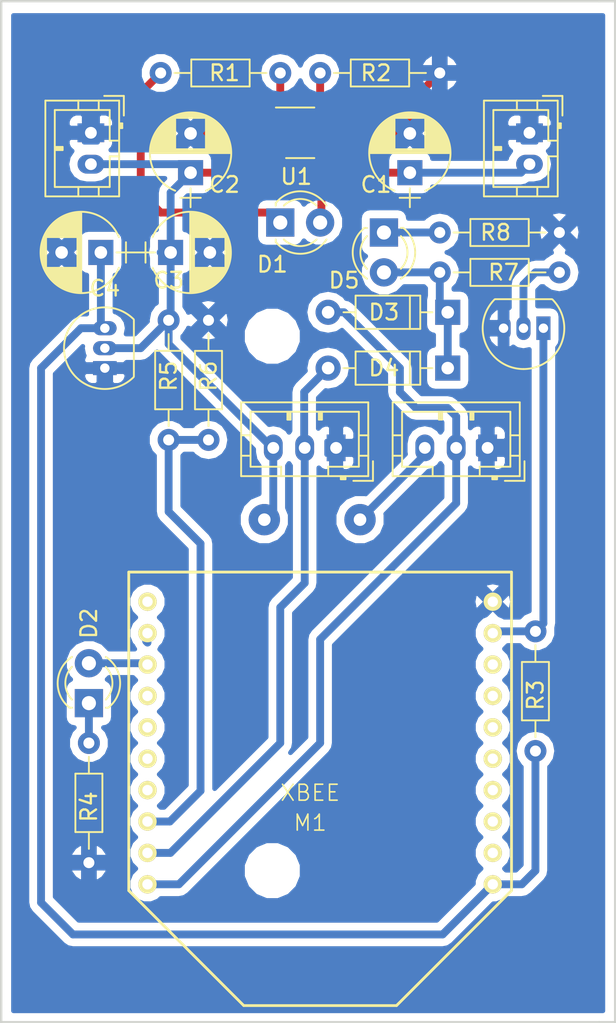
<source format=kicad_pcb>
(kicad_pcb (version 4) (host pcbnew 4.0.6)

  (general
    (links 48)
    (no_connects 1)
    (area 129.464999 99.492999 168.731001 164.667001)
    (thickness 1.6)
    (drawings 8)
    (tracks 98)
    (zones 0)
    (modules 29)
    (nets 30)
  )

  (page A4)
  (layers
    (0 F.Cu signal)
    (31 B.Cu signal)
    (32 B.Adhes user)
    (33 F.Adhes user)
    (34 B.Paste user)
    (35 F.Paste user)
    (36 B.SilkS user)
    (37 F.SilkS user)
    (38 B.Mask user)
    (39 F.Mask user)
    (40 Dwgs.User user)
    (41 Cmts.User user)
    (42 Eco1.User user)
    (43 Eco2.User user)
    (44 Edge.Cuts user)
    (45 Margin user)
    (46 B.CrtYd user)
    (47 F.CrtYd user)
    (48 B.Fab user)
    (49 F.Fab user)
  )

  (setup
    (last_trace_width 0.5)
    (trace_clearance 0.2)
    (zone_clearance 0.5)
    (zone_45_only no)
    (trace_min 0.2)
    (segment_width 0.2)
    (edge_width 0.15)
    (via_size 0.6)
    (via_drill 0.4)
    (via_min_size 0.4)
    (via_min_drill 0.3)
    (uvia_size 0.3)
    (uvia_drill 0.1)
    (uvias_allowed no)
    (uvia_min_size 0.2)
    (uvia_min_drill 0.1)
    (pcb_text_width 0.3)
    (pcb_text_size 1.5 1.5)
    (mod_edge_width 0.15)
    (mod_text_size 1 1)
    (mod_text_width 0.15)
    (pad_size 3.5 3.5)
    (pad_drill 3.5)
    (pad_to_mask_clearance 0.2)
    (aux_axis_origin 0 0)
    (visible_elements FFFFFF7F)
    (pcbplotparams
      (layerselection 0x00030_80000001)
      (usegerberextensions false)
      (excludeedgelayer true)
      (linewidth 0.100000)
      (plotframeref false)
      (viasonmask false)
      (mode 1)
      (useauxorigin false)
      (hpglpennumber 1)
      (hpglpenspeed 20)
      (hpglpendiameter 15)
      (hpglpenoverlay 2)
      (psnegative false)
      (psa4output false)
      (plotreference true)
      (plotvalue true)
      (plotinvisibletext false)
      (padsonsilk false)
      (subtractmaskfromsilk false)
      (outputformat 1)
      (mirror false)
      (drillshape 1)
      (scaleselection 1)
      (outputdirectory ""))
  )

  (net 0 "")
  (net 1 PV)
  (net 2 GND)
  (net 3 Batt)
  (net 4 "Net-(D1-Pad1)")
  (net 5 "Net-(R1-Pad2)")
  (net 6 "Net-(R2-Pad1)")
  (net 7 Vcc)
  (net 8 "Net-(M1-Pad2)")
  (net 9 "Net-(M1-Pad3)")
  (net 10 "Net-(M1-Pad4)")
  (net 11 "Net-(M1-Pad5)")
  (net 12 "Net-(M1-Pad6)")
  (net 13 "Net-(M1-Pad7)")
  (net 14 "Net-(M1-Pad8)")
  (net 15 "Net-(M1-Pad11)")
  (net 16 "Net-(M1-Pad12)")
  (net 17 "Net-(M1-Pad14)")
  (net 18 "Net-(M1-Pad15)")
  (net 19 "Net-(M1-Pad16)")
  (net 20 "Net-(M1-Pad17)")
  (net 21 "Net-(M1-Pad18)")
  (net 22 "Net-(D2-Pad1)")
  (net 23 "Net-(D2-Pad2)")
  (net 24 "Net-(D3-Pad1)")
  (net 25 PIR1)
  (net 26 PIR2)
  (net 27 "Net-(D5-Pad1)")
  (net 28 RQ)
  (net 29 "Net-(Q1-Pad2)")

  (net_class Default "This is the default net class."
    (clearance 0.2)
    (trace_width 0.5)
    (via_dia 0.6)
    (via_drill 0.4)
    (uvia_dia 0.3)
    (uvia_drill 0.1)
    (add_net Batt)
    (add_net GND)
    (add_net "Net-(D1-Pad1)")
    (add_net "Net-(D2-Pad1)")
    (add_net "Net-(D2-Pad2)")
    (add_net "Net-(D3-Pad1)")
    (add_net "Net-(D5-Pad1)")
    (add_net "Net-(M1-Pad11)")
    (add_net "Net-(M1-Pad12)")
    (add_net "Net-(M1-Pad14)")
    (add_net "Net-(M1-Pad15)")
    (add_net "Net-(M1-Pad16)")
    (add_net "Net-(M1-Pad17)")
    (add_net "Net-(M1-Pad18)")
    (add_net "Net-(M1-Pad2)")
    (add_net "Net-(M1-Pad3)")
    (add_net "Net-(M1-Pad4)")
    (add_net "Net-(M1-Pad5)")
    (add_net "Net-(M1-Pad6)")
    (add_net "Net-(M1-Pad7)")
    (add_net "Net-(M1-Pad8)")
    (add_net "Net-(Q1-Pad2)")
    (add_net "Net-(R1-Pad2)")
    (add_net "Net-(R2-Pad1)")
    (add_net PIR1)
    (add_net PIR2)
    (add_net PV)
    (add_net RQ)
    (add_net Vcc)
  )

  (module Mounting_Holes:MountingHole_2.5mm (layer F.Cu) (tedit 590A292A) (tstamp 590D0710)
    (at 146.812 154.94)
    (descr "Mounting Hole 2.5mm, no annular")
    (tags "mounting hole 2.5mm no annular")
    (fp_text reference REF** (at 0 -3.5) (layer F.SilkS) hide
      (effects (font (size 1 1) (thickness 0.15)))
    )
    (fp_text value MountingHole_2.5mm (at 0 3.5) (layer F.Fab) hide
      (effects (font (size 1 1) (thickness 0.15)))
    )
    (fp_circle (center 0 0) (end 2.5 0) (layer Cmts.User) (width 0.15))
    (fp_circle (center 0 0) (end 2.75 0) (layer F.CrtYd) (width 0.05))
    (pad 1 np_thru_hole circle (at 0 0) (size 2.5 2.5) (drill 2.5) (layers *.Cu *.Mask))
  )

  (module Wire_Pads:SolderWirePad_single_0-8mmDrill (layer F.Cu) (tedit 59088035) (tstamp 590A6515)
    (at 146.304 132.588)
    (fp_text reference REF** (at 0 -2.54) (layer F.SilkS) hide
      (effects (font (size 1 1) (thickness 0.15)))
    )
    (fp_text value SolderWirePad_single_0-8mmDrill (at 0 2.54) (layer F.Fab) hide
      (effects (font (size 1 1) (thickness 0.15)))
    )
    (pad 1 thru_hole circle (at 0 0) (size 1.99898 1.99898) (drill 0.8001) (layers *.Cu *.Mask)
      (net 3 Batt))
  )

  (module LEDs:LED_D3.0mm (layer F.Cu) (tedit 590881F8) (tstamp 590775A8)
    (at 135.128 144.272 90)
    (descr "LED, diameter 3.0mm, 2 pins")
    (tags "LED diameter 3.0mm 2 pins")
    (path /590766A3)
    (fp_text reference D2 (at 5.08 0 90) (layer F.SilkS)
      (effects (font (size 1 1) (thickness 0.15)))
    )
    (fp_text value LED (at 3.556 -11.176 90) (layer F.Fab) hide
      (effects (font (size 1 1) (thickness 0.15)))
    )
    (fp_arc (start 1.27 0) (end -0.23 -1.16619) (angle 284.3) (layer F.Fab) (width 0.1))
    (fp_arc (start 1.27 0) (end -0.29 -1.235516) (angle 108.8) (layer F.SilkS) (width 0.12))
    (fp_arc (start 1.27 0) (end -0.29 1.235516) (angle -108.8) (layer F.SilkS) (width 0.12))
    (fp_arc (start 1.27 0) (end 0.229039 -1.08) (angle 87.9) (layer F.SilkS) (width 0.12))
    (fp_arc (start 1.27 0) (end 0.229039 1.08) (angle -87.9) (layer F.SilkS) (width 0.12))
    (fp_circle (center 1.27 0) (end 2.77 0) (layer F.Fab) (width 0.1))
    (fp_line (start -0.23 -1.16619) (end -0.23 1.16619) (layer F.Fab) (width 0.1))
    (fp_line (start -0.29 -1.236) (end -0.29 -1.08) (layer F.SilkS) (width 0.12))
    (fp_line (start -0.29 1.08) (end -0.29 1.236) (layer F.SilkS) (width 0.12))
    (fp_line (start -1.15 -2.25) (end -1.15 2.25) (layer F.CrtYd) (width 0.05))
    (fp_line (start -1.15 2.25) (end 3.7 2.25) (layer F.CrtYd) (width 0.05))
    (fp_line (start 3.7 2.25) (end 3.7 -2.25) (layer F.CrtYd) (width 0.05))
    (fp_line (start 3.7 -2.25) (end -1.15 -2.25) (layer F.CrtYd) (width 0.05))
    (pad 1 thru_hole rect (at 0 0 90) (size 1.8 1.8) (drill 0.9) (layers *.Cu *.Mask)
      (net 22 "Net-(D2-Pad1)"))
    (pad 2 thru_hole circle (at 2.54 0 90) (size 1.8 1.8) (drill 0.9) (layers *.Cu *.Mask)
      (net 23 "Net-(D2-Pad2)"))
    (model LEDs.3dshapes/LED_D3.0mm.wrl
      (at (xyz 0 0 0))
      (scale (xyz 0.393701 0.393701 0.393701))
      (rotate (xyz 0 0 0))
    )
  )

  (module Connectors_JST:JST_PH_B3B-PH-K_03x2.00mm_Straight (layer F.Cu) (tedit 59085946) (tstamp 5909462E)
    (at 150.876 128.016 180)
    (descr "JST PH series connector, B3B-PH-K, top entry type, through hole, Datasheet: http://www.jst-mfg.com/product/pdf/eng/ePH.pdf")
    (tags "connector jst ph")
    (fp_text reference REF** (at 1.5 -2.8 180) (layer F.SilkS) hide
      (effects (font (size 1 1) (thickness 0.15)))
    )
    (fp_text value JST_PH_B3B-PH-K_03x2.00mm_Straight (at 2 3.8 180) (layer F.Fab) hide
      (effects (font (size 1 1) (thickness 0.15)))
    )
    (fp_line (start -2.05 -1.8) (end -2.05 2.9) (layer F.SilkS) (width 0.12))
    (fp_line (start -2.05 2.9) (end 6.05 2.9) (layer F.SilkS) (width 0.12))
    (fp_line (start 6.05 2.9) (end 6.05 -1.8) (layer F.SilkS) (width 0.12))
    (fp_line (start 6.05 -1.8) (end -2.05 -1.8) (layer F.SilkS) (width 0.12))
    (fp_line (start 0.5 -1.8) (end 0.5 -1.2) (layer F.SilkS) (width 0.12))
    (fp_line (start 0.5 -1.2) (end -1.45 -1.2) (layer F.SilkS) (width 0.12))
    (fp_line (start -1.45 -1.2) (end -1.45 2.3) (layer F.SilkS) (width 0.12))
    (fp_line (start -1.45 2.3) (end 5.45 2.3) (layer F.SilkS) (width 0.12))
    (fp_line (start 5.45 2.3) (end 5.45 -1.2) (layer F.SilkS) (width 0.12))
    (fp_line (start 5.45 -1.2) (end 3.5 -1.2) (layer F.SilkS) (width 0.12))
    (fp_line (start 3.5 -1.2) (end 3.5 -1.8) (layer F.SilkS) (width 0.12))
    (fp_line (start -2.05 -0.5) (end -1.45 -0.5) (layer F.SilkS) (width 0.12))
    (fp_line (start -2.05 0.8) (end -1.45 0.8) (layer F.SilkS) (width 0.12))
    (fp_line (start 6.05 -0.5) (end 5.45 -0.5) (layer F.SilkS) (width 0.12))
    (fp_line (start 6.05 0.8) (end 5.45 0.8) (layer F.SilkS) (width 0.12))
    (fp_line (start -0.3 -1.8) (end -0.3 -2) (layer F.SilkS) (width 0.12))
    (fp_line (start -0.3 -2) (end -0.6 -2) (layer F.SilkS) (width 0.12))
    (fp_line (start -0.6 -2) (end -0.6 -1.8) (layer F.SilkS) (width 0.12))
    (fp_line (start -0.3 -1.9) (end -0.6 -1.9) (layer F.SilkS) (width 0.12))
    (fp_line (start 0.9 2.3) (end 0.9 1.8) (layer F.SilkS) (width 0.12))
    (fp_line (start 0.9 1.8) (end 1.1 1.8) (layer F.SilkS) (width 0.12))
    (fp_line (start 1.1 1.8) (end 1.1 2.3) (layer F.SilkS) (width 0.12))
    (fp_line (start 1 2.3) (end 1 1.8) (layer F.SilkS) (width 0.12))
    (fp_line (start 2.9 2.3) (end 2.9 1.8) (layer F.SilkS) (width 0.12))
    (fp_line (start 2.9 1.8) (end 3.1 1.8) (layer F.SilkS) (width 0.12))
    (fp_line (start 3.1 1.8) (end 3.1 2.3) (layer F.SilkS) (width 0.12))
    (fp_line (start 3 2.3) (end 3 1.8) (layer F.SilkS) (width 0.12))
    (fp_line (start -1.1 -2.1) (end -2.35 -2.1) (layer F.SilkS) (width 0.12))
    (fp_line (start -2.35 -2.1) (end -2.35 -0.85) (layer F.SilkS) (width 0.12))
    (fp_line (start -1.1 -2.1) (end -2.35 -2.1) (layer F.Fab) (width 0.1))
    (fp_line (start -2.35 -2.1) (end -2.35 -0.85) (layer F.Fab) (width 0.1))
    (fp_line (start -1.95 -1.7) (end -1.95 2.8) (layer F.Fab) (width 0.1))
    (fp_line (start -1.95 2.8) (end 5.95 2.8) (layer F.Fab) (width 0.1))
    (fp_line (start 5.95 2.8) (end 5.95 -1.7) (layer F.Fab) (width 0.1))
    (fp_line (start 5.95 -1.7) (end -1.95 -1.7) (layer F.Fab) (width 0.1))
    (fp_line (start -2.45 -2.2) (end -2.45 3.3) (layer F.CrtYd) (width 0.05))
    (fp_line (start -2.45 3.3) (end 6.45 3.3) (layer F.CrtYd) (width 0.05))
    (fp_line (start 6.45 3.3) (end 6.45 -2.2) (layer F.CrtYd) (width 0.05))
    (fp_line (start 6.45 -2.2) (end -2.45 -2.2) (layer F.CrtYd) (width 0.05))
    (fp_text user PIR2 (at 2 1.5 180) (layer F.Fab)
      (effects (font (size 1 1) (thickness 0.15)))
    )
    (pad 1 thru_hole rect (at 0 0 180) (size 1.2 1.7) (drill 0.75) (layers *.Cu *.Mask)
      (net 2 GND))
    (pad 2 thru_hole oval (at 2 0 180) (size 1.2 1.7) (drill 0.75) (layers *.Cu *.Mask)
      (net 26 PIR2))
    (pad 3 thru_hole oval (at 4 0 180) (size 1.2 1.7) (drill 0.75) (layers *.Cu *.Mask)
      (net 3 Batt))
    (model ${KISYS3DMOD}/Connectors_JST.3dshapes/JST_PH_B3B-PH-K_03x2.00mm_Straight.wrl
      (at (xyz 0 0 0))
      (scale (xyz 1 1 1))
      (rotate (xyz 0 0 0))
    )
  )

  (module shardy:XBEE (layer F.Cu) (tedit 5908500C) (tstamp 59080971)
    (at 149.86 146.812 180)
    (path /590714B6)
    (attr virtual)
    (fp_text reference M1 (at 0.635 -5.08 180) (layer F.SilkS)
      (effects (font (size 1.016 1.016) (thickness 0.1016)))
    )
    (fp_text value XBEE (at 0.635 -3.175 180) (layer F.SilkS)
      (effects (font (size 1.016 1.016) (thickness 0.1016)))
    )
    (fp_line (start -12.192 10.88644) (end 12.192 10.88644) (layer F.SilkS) (width 0.1778))
    (fp_line (start 12.192 10.88644) (end 12.192 -9.398) (layer F.SilkS) (width 0.1778))
    (fp_line (start 12.192 -9.398) (end 4.86664 -16.72082) (layer F.SilkS) (width 0.1778))
    (fp_line (start 4.86664 -16.72082) (end -4.86664 -16.72082) (layer F.SilkS) (width 0.1778))
    (fp_line (start -4.86664 -16.72082) (end -12.192 -9.398) (layer F.SilkS) (width 0.1778))
    (fp_line (start -12.192 -9.398) (end -12.192 10.88644) (layer F.SilkS) (width 0.1778))
    (fp_line (start -12.192 10.88644) (end 12.192 10.88644) (layer F.SilkS) (width 0.127))
    (fp_line (start 12.192 10.88644) (end 12.192 -9.398) (layer F.SilkS) (width 0.127))
    (fp_line (start 12.192 -9.398) (end 4.86664 -16.72082) (layer F.SilkS) (width 0.127))
    (fp_line (start 4.86664 -16.72082) (end -4.86664 -16.72082) (layer F.SilkS) (width 0.127))
    (fp_line (start -4.86664 -16.72082) (end -12.192 -9.398) (layer F.SilkS) (width 0.127))
    (fp_line (start -12.192 -9.398) (end -12.192 10.88644) (layer F.SilkS) (width 0.127))
    (pad 1 thru_hole circle (at -10.9982 -8.99922 180) (size 1.1684 1.1684) (drill 0.6604) (layers *.Cu *.Mask F.Paste F.SilkS)
      (net 7 Vcc))
    (pad 2 thru_hole circle (at -10.9982 -6.9977 180) (size 1.1684 1.1684) (drill 0.6604) (layers *.Cu *.Mask F.Paste F.SilkS)
      (net 8 "Net-(M1-Pad2)"))
    (pad 3 thru_hole circle (at -10.9982 -4.99872 180) (size 1.1684 1.1684) (drill 0.6604) (layers *.Cu *.Mask F.Paste F.SilkS)
      (net 9 "Net-(M1-Pad3)"))
    (pad 4 thru_hole circle (at -10.9982 -2.99974 180) (size 1.1684 1.1684) (drill 0.6604) (layers *.Cu *.Mask F.Paste F.SilkS)
      (net 10 "Net-(M1-Pad4)"))
    (pad 5 thru_hole circle (at -10.9982 -0.99822 180) (size 1.1684 1.1684) (drill 0.6604) (layers *.Cu *.Mask F.Paste F.SilkS)
      (net 11 "Net-(M1-Pad5)"))
    (pad 6 thru_hole circle (at -10.9982 0.99822 180) (size 1.1684 1.1684) (drill 0.6604) (layers *.Cu *.Mask F.Paste F.SilkS)
      (net 12 "Net-(M1-Pad6)"))
    (pad 7 thru_hole circle (at -10.9982 2.99974 180) (size 1.1684 1.1684) (drill 0.6604) (layers *.Cu *.Mask F.Paste F.SilkS)
      (net 13 "Net-(M1-Pad7)"))
    (pad 8 thru_hole circle (at -10.9982 4.99872 180) (size 1.1684 1.1684) (drill 0.6604) (layers *.Cu *.Mask F.Paste F.SilkS)
      (net 14 "Net-(M1-Pad8)"))
    (pad 9 thru_hole circle (at -10.9982 6.9977 180) (size 1.1684 1.1684) (drill 0.6604) (layers *.Cu *.Mask F.Paste F.SilkS)
      (net 28 RQ))
    (pad 10 thru_hole circle (at -10.9982 8.99922 180) (size 1.1684 1.1684) (drill 0.6604) (layers *.Cu *.Mask F.Paste F.SilkS)
      (net 2 GND))
    (pad 11 thru_hole circle (at 10.9982 8.99922 180) (size 1.1684 1.1684) (drill 0.6604) (layers *.Cu *.Mask F.Paste F.SilkS)
      (net 15 "Net-(M1-Pad11)"))
    (pad 12 thru_hole circle (at 10.9982 6.9977 180) (size 1.1684 1.1684) (drill 0.6604) (layers *.Cu *.Mask F.Paste F.SilkS)
      (net 16 "Net-(M1-Pad12)"))
    (pad 13 thru_hole circle (at 10.9982 4.99872 180) (size 1.1684 1.1684) (drill 0.6604) (layers *.Cu *.Mask F.Paste F.SilkS)
      (net 23 "Net-(D2-Pad2)"))
    (pad 14 thru_hole circle (at 10.9982 2.99974 180) (size 1.1684 1.1684) (drill 0.6604) (layers *.Cu *.Mask F.Paste F.SilkS)
      (net 17 "Net-(M1-Pad14)"))
    (pad 15 thru_hole circle (at 10.9982 0.99822 180) (size 1.1684 1.1684) (drill 0.6604) (layers *.Cu *.Mask F.Paste F.SilkS)
      (net 18 "Net-(M1-Pad15)"))
    (pad 16 thru_hole circle (at 10.9982 -0.99822 180) (size 1.1684 1.1684) (drill 0.6604) (layers *.Cu *.Mask F.Paste F.SilkS)
      (net 19 "Net-(M1-Pad16)"))
    (pad 17 thru_hole circle (at 10.9982 -2.99974 180) (size 1.1684 1.1684) (drill 0.6604) (layers *.Cu *.Mask F.Paste F.SilkS)
      (net 20 "Net-(M1-Pad17)"))
    (pad 18 thru_hole circle (at 10.9982 -4.99872 180) (size 1.1684 1.1684) (drill 0.6604) (layers *.Cu *.Mask F.Paste F.SilkS)
      (net 21 "Net-(M1-Pad18)"))
    (pad 19 thru_hole circle (at 10.9982 -6.9977 180) (size 1.1684 1.1684) (drill 0.6604) (layers *.Cu *.Mask F.Paste F.SilkS)
      (net 26 PIR2))
    (pad 20 thru_hole circle (at 10.9982 -8.99922 180) (size 1.1684 1.1684) (drill 0.6604) (layers *.Cu *.Mask F.Paste F.SilkS)
      (net 25 PIR1))
  )

  (module Capacitors_ThroughHole:CP_Radial_D5.0mm_P2.50mm (layer F.Cu) (tedit 590881B0) (tstamp 59063D13)
    (at 155.575 110.49 90)
    (descr "CP, Radial series, Radial, pin pitch=2.50mm, , diameter=5mm, Electrolytic Capacitor")
    (tags "CP Radial series Radial pin pitch 2.50mm  diameter 5mm Electrolytic Capacitor")
    (path /59063888)
    (fp_text reference C1 (at -0.762 -2.159 180) (layer F.SilkS)
      (effects (font (size 1 1) (thickness 0.15)))
    )
    (fp_text value 4.7u (at 15.494 17.653 180) (layer F.Fab) hide
      (effects (font (size 1 1) (thickness 0.15)))
    )
    (fp_arc (start 1.25 0) (end -1.147436 -0.98) (angle 135.5) (layer F.SilkS) (width 0.12))
    (fp_arc (start 1.25 0) (end -1.147436 0.98) (angle -135.5) (layer F.SilkS) (width 0.12))
    (fp_arc (start 1.25 0) (end 3.647436 -0.98) (angle 44.5) (layer F.SilkS) (width 0.12))
    (fp_circle (center 1.25 0) (end 3.75 0) (layer F.Fab) (width 0.1))
    (fp_line (start -2.2 0) (end -1 0) (layer F.Fab) (width 0.1))
    (fp_line (start -1.6 -0.65) (end -1.6 0.65) (layer F.Fab) (width 0.1))
    (fp_line (start 1.25 -2.55) (end 1.25 2.55) (layer F.SilkS) (width 0.12))
    (fp_line (start 1.29 -2.55) (end 1.29 2.55) (layer F.SilkS) (width 0.12))
    (fp_line (start 1.33 -2.549) (end 1.33 2.549) (layer F.SilkS) (width 0.12))
    (fp_line (start 1.37 -2.548) (end 1.37 2.548) (layer F.SilkS) (width 0.12))
    (fp_line (start 1.41 -2.546) (end 1.41 2.546) (layer F.SilkS) (width 0.12))
    (fp_line (start 1.45 -2.543) (end 1.45 2.543) (layer F.SilkS) (width 0.12))
    (fp_line (start 1.49 -2.539) (end 1.49 2.539) (layer F.SilkS) (width 0.12))
    (fp_line (start 1.53 -2.535) (end 1.53 -0.98) (layer F.SilkS) (width 0.12))
    (fp_line (start 1.53 0.98) (end 1.53 2.535) (layer F.SilkS) (width 0.12))
    (fp_line (start 1.57 -2.531) (end 1.57 -0.98) (layer F.SilkS) (width 0.12))
    (fp_line (start 1.57 0.98) (end 1.57 2.531) (layer F.SilkS) (width 0.12))
    (fp_line (start 1.61 -2.525) (end 1.61 -0.98) (layer F.SilkS) (width 0.12))
    (fp_line (start 1.61 0.98) (end 1.61 2.525) (layer F.SilkS) (width 0.12))
    (fp_line (start 1.65 -2.519) (end 1.65 -0.98) (layer F.SilkS) (width 0.12))
    (fp_line (start 1.65 0.98) (end 1.65 2.519) (layer F.SilkS) (width 0.12))
    (fp_line (start 1.69 -2.513) (end 1.69 -0.98) (layer F.SilkS) (width 0.12))
    (fp_line (start 1.69 0.98) (end 1.69 2.513) (layer F.SilkS) (width 0.12))
    (fp_line (start 1.73 -2.506) (end 1.73 -0.98) (layer F.SilkS) (width 0.12))
    (fp_line (start 1.73 0.98) (end 1.73 2.506) (layer F.SilkS) (width 0.12))
    (fp_line (start 1.77 -2.498) (end 1.77 -0.98) (layer F.SilkS) (width 0.12))
    (fp_line (start 1.77 0.98) (end 1.77 2.498) (layer F.SilkS) (width 0.12))
    (fp_line (start 1.81 -2.489) (end 1.81 -0.98) (layer F.SilkS) (width 0.12))
    (fp_line (start 1.81 0.98) (end 1.81 2.489) (layer F.SilkS) (width 0.12))
    (fp_line (start 1.85 -2.48) (end 1.85 -0.98) (layer F.SilkS) (width 0.12))
    (fp_line (start 1.85 0.98) (end 1.85 2.48) (layer F.SilkS) (width 0.12))
    (fp_line (start 1.89 -2.47) (end 1.89 -0.98) (layer F.SilkS) (width 0.12))
    (fp_line (start 1.89 0.98) (end 1.89 2.47) (layer F.SilkS) (width 0.12))
    (fp_line (start 1.93 -2.46) (end 1.93 -0.98) (layer F.SilkS) (width 0.12))
    (fp_line (start 1.93 0.98) (end 1.93 2.46) (layer F.SilkS) (width 0.12))
    (fp_line (start 1.971 -2.448) (end 1.971 -0.98) (layer F.SilkS) (width 0.12))
    (fp_line (start 1.971 0.98) (end 1.971 2.448) (layer F.SilkS) (width 0.12))
    (fp_line (start 2.011 -2.436) (end 2.011 -0.98) (layer F.SilkS) (width 0.12))
    (fp_line (start 2.011 0.98) (end 2.011 2.436) (layer F.SilkS) (width 0.12))
    (fp_line (start 2.051 -2.424) (end 2.051 -0.98) (layer F.SilkS) (width 0.12))
    (fp_line (start 2.051 0.98) (end 2.051 2.424) (layer F.SilkS) (width 0.12))
    (fp_line (start 2.091 -2.41) (end 2.091 -0.98) (layer F.SilkS) (width 0.12))
    (fp_line (start 2.091 0.98) (end 2.091 2.41) (layer F.SilkS) (width 0.12))
    (fp_line (start 2.131 -2.396) (end 2.131 -0.98) (layer F.SilkS) (width 0.12))
    (fp_line (start 2.131 0.98) (end 2.131 2.396) (layer F.SilkS) (width 0.12))
    (fp_line (start 2.171 -2.382) (end 2.171 -0.98) (layer F.SilkS) (width 0.12))
    (fp_line (start 2.171 0.98) (end 2.171 2.382) (layer F.SilkS) (width 0.12))
    (fp_line (start 2.211 -2.366) (end 2.211 -0.98) (layer F.SilkS) (width 0.12))
    (fp_line (start 2.211 0.98) (end 2.211 2.366) (layer F.SilkS) (width 0.12))
    (fp_line (start 2.251 -2.35) (end 2.251 -0.98) (layer F.SilkS) (width 0.12))
    (fp_line (start 2.251 0.98) (end 2.251 2.35) (layer F.SilkS) (width 0.12))
    (fp_line (start 2.291 -2.333) (end 2.291 -0.98) (layer F.SilkS) (width 0.12))
    (fp_line (start 2.291 0.98) (end 2.291 2.333) (layer F.SilkS) (width 0.12))
    (fp_line (start 2.331 -2.315) (end 2.331 -0.98) (layer F.SilkS) (width 0.12))
    (fp_line (start 2.331 0.98) (end 2.331 2.315) (layer F.SilkS) (width 0.12))
    (fp_line (start 2.371 -2.296) (end 2.371 -0.98) (layer F.SilkS) (width 0.12))
    (fp_line (start 2.371 0.98) (end 2.371 2.296) (layer F.SilkS) (width 0.12))
    (fp_line (start 2.411 -2.276) (end 2.411 -0.98) (layer F.SilkS) (width 0.12))
    (fp_line (start 2.411 0.98) (end 2.411 2.276) (layer F.SilkS) (width 0.12))
    (fp_line (start 2.451 -2.256) (end 2.451 -0.98) (layer F.SilkS) (width 0.12))
    (fp_line (start 2.451 0.98) (end 2.451 2.256) (layer F.SilkS) (width 0.12))
    (fp_line (start 2.491 -2.234) (end 2.491 -0.98) (layer F.SilkS) (width 0.12))
    (fp_line (start 2.491 0.98) (end 2.491 2.234) (layer F.SilkS) (width 0.12))
    (fp_line (start 2.531 -2.212) (end 2.531 -0.98) (layer F.SilkS) (width 0.12))
    (fp_line (start 2.531 0.98) (end 2.531 2.212) (layer F.SilkS) (width 0.12))
    (fp_line (start 2.571 -2.189) (end 2.571 -0.98) (layer F.SilkS) (width 0.12))
    (fp_line (start 2.571 0.98) (end 2.571 2.189) (layer F.SilkS) (width 0.12))
    (fp_line (start 2.611 -2.165) (end 2.611 -0.98) (layer F.SilkS) (width 0.12))
    (fp_line (start 2.611 0.98) (end 2.611 2.165) (layer F.SilkS) (width 0.12))
    (fp_line (start 2.651 -2.14) (end 2.651 -0.98) (layer F.SilkS) (width 0.12))
    (fp_line (start 2.651 0.98) (end 2.651 2.14) (layer F.SilkS) (width 0.12))
    (fp_line (start 2.691 -2.113) (end 2.691 -0.98) (layer F.SilkS) (width 0.12))
    (fp_line (start 2.691 0.98) (end 2.691 2.113) (layer F.SilkS) (width 0.12))
    (fp_line (start 2.731 -2.086) (end 2.731 -0.98) (layer F.SilkS) (width 0.12))
    (fp_line (start 2.731 0.98) (end 2.731 2.086) (layer F.SilkS) (width 0.12))
    (fp_line (start 2.771 -2.058) (end 2.771 -0.98) (layer F.SilkS) (width 0.12))
    (fp_line (start 2.771 0.98) (end 2.771 2.058) (layer F.SilkS) (width 0.12))
    (fp_line (start 2.811 -2.028) (end 2.811 -0.98) (layer F.SilkS) (width 0.12))
    (fp_line (start 2.811 0.98) (end 2.811 2.028) (layer F.SilkS) (width 0.12))
    (fp_line (start 2.851 -1.997) (end 2.851 -0.98) (layer F.SilkS) (width 0.12))
    (fp_line (start 2.851 0.98) (end 2.851 1.997) (layer F.SilkS) (width 0.12))
    (fp_line (start 2.891 -1.965) (end 2.891 -0.98) (layer F.SilkS) (width 0.12))
    (fp_line (start 2.891 0.98) (end 2.891 1.965) (layer F.SilkS) (width 0.12))
    (fp_line (start 2.931 -1.932) (end 2.931 -0.98) (layer F.SilkS) (width 0.12))
    (fp_line (start 2.931 0.98) (end 2.931 1.932) (layer F.SilkS) (width 0.12))
    (fp_line (start 2.971 -1.897) (end 2.971 -0.98) (layer F.SilkS) (width 0.12))
    (fp_line (start 2.971 0.98) (end 2.971 1.897) (layer F.SilkS) (width 0.12))
    (fp_line (start 3.011 -1.861) (end 3.011 -0.98) (layer F.SilkS) (width 0.12))
    (fp_line (start 3.011 0.98) (end 3.011 1.861) (layer F.SilkS) (width 0.12))
    (fp_line (start 3.051 -1.823) (end 3.051 -0.98) (layer F.SilkS) (width 0.12))
    (fp_line (start 3.051 0.98) (end 3.051 1.823) (layer F.SilkS) (width 0.12))
    (fp_line (start 3.091 -1.783) (end 3.091 -0.98) (layer F.SilkS) (width 0.12))
    (fp_line (start 3.091 0.98) (end 3.091 1.783) (layer F.SilkS) (width 0.12))
    (fp_line (start 3.131 -1.742) (end 3.131 -0.98) (layer F.SilkS) (width 0.12))
    (fp_line (start 3.131 0.98) (end 3.131 1.742) (layer F.SilkS) (width 0.12))
    (fp_line (start 3.171 -1.699) (end 3.171 -0.98) (layer F.SilkS) (width 0.12))
    (fp_line (start 3.171 0.98) (end 3.171 1.699) (layer F.SilkS) (width 0.12))
    (fp_line (start 3.211 -1.654) (end 3.211 -0.98) (layer F.SilkS) (width 0.12))
    (fp_line (start 3.211 0.98) (end 3.211 1.654) (layer F.SilkS) (width 0.12))
    (fp_line (start 3.251 -1.606) (end 3.251 -0.98) (layer F.SilkS) (width 0.12))
    (fp_line (start 3.251 0.98) (end 3.251 1.606) (layer F.SilkS) (width 0.12))
    (fp_line (start 3.291 -1.556) (end 3.291 -0.98) (layer F.SilkS) (width 0.12))
    (fp_line (start 3.291 0.98) (end 3.291 1.556) (layer F.SilkS) (width 0.12))
    (fp_line (start 3.331 -1.504) (end 3.331 -0.98) (layer F.SilkS) (width 0.12))
    (fp_line (start 3.331 0.98) (end 3.331 1.504) (layer F.SilkS) (width 0.12))
    (fp_line (start 3.371 -1.448) (end 3.371 -0.98) (layer F.SilkS) (width 0.12))
    (fp_line (start 3.371 0.98) (end 3.371 1.448) (layer F.SilkS) (width 0.12))
    (fp_line (start 3.411 -1.39) (end 3.411 -0.98) (layer F.SilkS) (width 0.12))
    (fp_line (start 3.411 0.98) (end 3.411 1.39) (layer F.SilkS) (width 0.12))
    (fp_line (start 3.451 -1.327) (end 3.451 -0.98) (layer F.SilkS) (width 0.12))
    (fp_line (start 3.451 0.98) (end 3.451 1.327) (layer F.SilkS) (width 0.12))
    (fp_line (start 3.491 -1.261) (end 3.491 1.261) (layer F.SilkS) (width 0.12))
    (fp_line (start 3.531 -1.189) (end 3.531 1.189) (layer F.SilkS) (width 0.12))
    (fp_line (start 3.571 -1.112) (end 3.571 1.112) (layer F.SilkS) (width 0.12))
    (fp_line (start 3.611 -1.028) (end 3.611 1.028) (layer F.SilkS) (width 0.12))
    (fp_line (start 3.651 -0.934) (end 3.651 0.934) (layer F.SilkS) (width 0.12))
    (fp_line (start 3.691 -0.829) (end 3.691 0.829) (layer F.SilkS) (width 0.12))
    (fp_line (start 3.731 -0.707) (end 3.731 0.707) (layer F.SilkS) (width 0.12))
    (fp_line (start 3.771 -0.559) (end 3.771 0.559) (layer F.SilkS) (width 0.12))
    (fp_line (start 3.811 -0.354) (end 3.811 0.354) (layer F.SilkS) (width 0.12))
    (fp_line (start -2.2 0) (end -1 0) (layer F.SilkS) (width 0.12))
    (fp_line (start -1.6 -0.65) (end -1.6 0.65) (layer F.SilkS) (width 0.12))
    (fp_line (start -1.6 -2.85) (end -1.6 2.85) (layer F.CrtYd) (width 0.05))
    (fp_line (start -1.6 2.85) (end 4.1 2.85) (layer F.CrtYd) (width 0.05))
    (fp_line (start 4.1 2.85) (end 4.1 -2.85) (layer F.CrtYd) (width 0.05))
    (fp_line (start 4.1 -2.85) (end -1.6 -2.85) (layer F.CrtYd) (width 0.05))
    (pad 1 thru_hole rect (at 0 0 90) (size 1.6 1.6) (drill 0.8) (layers *.Cu *.Mask)
      (net 1 PV))
    (pad 2 thru_hole circle (at 2.5 0 90) (size 1.6 1.6) (drill 0.8) (layers *.Cu *.Mask)
      (net 2 GND))
    (model Capacitors_THT.3dshapes/CP_Radial_D5.0mm_P2.50mm.wrl
      (at (xyz 0 0 0))
      (scale (xyz 0.393701 0.393701 0.393701))
      (rotate (xyz 0 0 0))
    )
  )

  (module Capacitors_ThroughHole:CP_Radial_D5.0mm_P2.50mm (layer F.Cu) (tedit 590881DC) (tstamp 59063D97)
    (at 141.605 110.49 90)
    (descr "CP, Radial series, Radial, pin pitch=2.50mm, , diameter=5mm, Electrolytic Capacitor")
    (tags "CP Radial series Radial pin pitch 2.50mm  diameter 5mm Electrolytic Capacitor")
    (path /590638BA)
    (fp_text reference C2 (at -0.762 2.159 180) (layer F.SilkS)
      (effects (font (size 1 1) (thickness 0.15)))
    )
    (fp_text value 4.7u (at 15.494 -9.017 180) (layer F.Fab) hide
      (effects (font (size 1 1) (thickness 0.15)))
    )
    (fp_arc (start 1.25 0) (end -1.147436 -0.98) (angle 135.5) (layer F.SilkS) (width 0.12))
    (fp_arc (start 1.25 0) (end -1.147436 0.98) (angle -135.5) (layer F.SilkS) (width 0.12))
    (fp_arc (start 1.25 0) (end 3.647436 -0.98) (angle 44.5) (layer F.SilkS) (width 0.12))
    (fp_circle (center 1.25 0) (end 3.75 0) (layer F.Fab) (width 0.1))
    (fp_line (start -2.2 0) (end -1 0) (layer F.Fab) (width 0.1))
    (fp_line (start -1.6 -0.65) (end -1.6 0.65) (layer F.Fab) (width 0.1))
    (fp_line (start 1.25 -2.55) (end 1.25 2.55) (layer F.SilkS) (width 0.12))
    (fp_line (start 1.29 -2.55) (end 1.29 2.55) (layer F.SilkS) (width 0.12))
    (fp_line (start 1.33 -2.549) (end 1.33 2.549) (layer F.SilkS) (width 0.12))
    (fp_line (start 1.37 -2.548) (end 1.37 2.548) (layer F.SilkS) (width 0.12))
    (fp_line (start 1.41 -2.546) (end 1.41 2.546) (layer F.SilkS) (width 0.12))
    (fp_line (start 1.45 -2.543) (end 1.45 2.543) (layer F.SilkS) (width 0.12))
    (fp_line (start 1.49 -2.539) (end 1.49 2.539) (layer F.SilkS) (width 0.12))
    (fp_line (start 1.53 -2.535) (end 1.53 -0.98) (layer F.SilkS) (width 0.12))
    (fp_line (start 1.53 0.98) (end 1.53 2.535) (layer F.SilkS) (width 0.12))
    (fp_line (start 1.57 -2.531) (end 1.57 -0.98) (layer F.SilkS) (width 0.12))
    (fp_line (start 1.57 0.98) (end 1.57 2.531) (layer F.SilkS) (width 0.12))
    (fp_line (start 1.61 -2.525) (end 1.61 -0.98) (layer F.SilkS) (width 0.12))
    (fp_line (start 1.61 0.98) (end 1.61 2.525) (layer F.SilkS) (width 0.12))
    (fp_line (start 1.65 -2.519) (end 1.65 -0.98) (layer F.SilkS) (width 0.12))
    (fp_line (start 1.65 0.98) (end 1.65 2.519) (layer F.SilkS) (width 0.12))
    (fp_line (start 1.69 -2.513) (end 1.69 -0.98) (layer F.SilkS) (width 0.12))
    (fp_line (start 1.69 0.98) (end 1.69 2.513) (layer F.SilkS) (width 0.12))
    (fp_line (start 1.73 -2.506) (end 1.73 -0.98) (layer F.SilkS) (width 0.12))
    (fp_line (start 1.73 0.98) (end 1.73 2.506) (layer F.SilkS) (width 0.12))
    (fp_line (start 1.77 -2.498) (end 1.77 -0.98) (layer F.SilkS) (width 0.12))
    (fp_line (start 1.77 0.98) (end 1.77 2.498) (layer F.SilkS) (width 0.12))
    (fp_line (start 1.81 -2.489) (end 1.81 -0.98) (layer F.SilkS) (width 0.12))
    (fp_line (start 1.81 0.98) (end 1.81 2.489) (layer F.SilkS) (width 0.12))
    (fp_line (start 1.85 -2.48) (end 1.85 -0.98) (layer F.SilkS) (width 0.12))
    (fp_line (start 1.85 0.98) (end 1.85 2.48) (layer F.SilkS) (width 0.12))
    (fp_line (start 1.89 -2.47) (end 1.89 -0.98) (layer F.SilkS) (width 0.12))
    (fp_line (start 1.89 0.98) (end 1.89 2.47) (layer F.SilkS) (width 0.12))
    (fp_line (start 1.93 -2.46) (end 1.93 -0.98) (layer F.SilkS) (width 0.12))
    (fp_line (start 1.93 0.98) (end 1.93 2.46) (layer F.SilkS) (width 0.12))
    (fp_line (start 1.971 -2.448) (end 1.971 -0.98) (layer F.SilkS) (width 0.12))
    (fp_line (start 1.971 0.98) (end 1.971 2.448) (layer F.SilkS) (width 0.12))
    (fp_line (start 2.011 -2.436) (end 2.011 -0.98) (layer F.SilkS) (width 0.12))
    (fp_line (start 2.011 0.98) (end 2.011 2.436) (layer F.SilkS) (width 0.12))
    (fp_line (start 2.051 -2.424) (end 2.051 -0.98) (layer F.SilkS) (width 0.12))
    (fp_line (start 2.051 0.98) (end 2.051 2.424) (layer F.SilkS) (width 0.12))
    (fp_line (start 2.091 -2.41) (end 2.091 -0.98) (layer F.SilkS) (width 0.12))
    (fp_line (start 2.091 0.98) (end 2.091 2.41) (layer F.SilkS) (width 0.12))
    (fp_line (start 2.131 -2.396) (end 2.131 -0.98) (layer F.SilkS) (width 0.12))
    (fp_line (start 2.131 0.98) (end 2.131 2.396) (layer F.SilkS) (width 0.12))
    (fp_line (start 2.171 -2.382) (end 2.171 -0.98) (layer F.SilkS) (width 0.12))
    (fp_line (start 2.171 0.98) (end 2.171 2.382) (layer F.SilkS) (width 0.12))
    (fp_line (start 2.211 -2.366) (end 2.211 -0.98) (layer F.SilkS) (width 0.12))
    (fp_line (start 2.211 0.98) (end 2.211 2.366) (layer F.SilkS) (width 0.12))
    (fp_line (start 2.251 -2.35) (end 2.251 -0.98) (layer F.SilkS) (width 0.12))
    (fp_line (start 2.251 0.98) (end 2.251 2.35) (layer F.SilkS) (width 0.12))
    (fp_line (start 2.291 -2.333) (end 2.291 -0.98) (layer F.SilkS) (width 0.12))
    (fp_line (start 2.291 0.98) (end 2.291 2.333) (layer F.SilkS) (width 0.12))
    (fp_line (start 2.331 -2.315) (end 2.331 -0.98) (layer F.SilkS) (width 0.12))
    (fp_line (start 2.331 0.98) (end 2.331 2.315) (layer F.SilkS) (width 0.12))
    (fp_line (start 2.371 -2.296) (end 2.371 -0.98) (layer F.SilkS) (width 0.12))
    (fp_line (start 2.371 0.98) (end 2.371 2.296) (layer F.SilkS) (width 0.12))
    (fp_line (start 2.411 -2.276) (end 2.411 -0.98) (layer F.SilkS) (width 0.12))
    (fp_line (start 2.411 0.98) (end 2.411 2.276) (layer F.SilkS) (width 0.12))
    (fp_line (start 2.451 -2.256) (end 2.451 -0.98) (layer F.SilkS) (width 0.12))
    (fp_line (start 2.451 0.98) (end 2.451 2.256) (layer F.SilkS) (width 0.12))
    (fp_line (start 2.491 -2.234) (end 2.491 -0.98) (layer F.SilkS) (width 0.12))
    (fp_line (start 2.491 0.98) (end 2.491 2.234) (layer F.SilkS) (width 0.12))
    (fp_line (start 2.531 -2.212) (end 2.531 -0.98) (layer F.SilkS) (width 0.12))
    (fp_line (start 2.531 0.98) (end 2.531 2.212) (layer F.SilkS) (width 0.12))
    (fp_line (start 2.571 -2.189) (end 2.571 -0.98) (layer F.SilkS) (width 0.12))
    (fp_line (start 2.571 0.98) (end 2.571 2.189) (layer F.SilkS) (width 0.12))
    (fp_line (start 2.611 -2.165) (end 2.611 -0.98) (layer F.SilkS) (width 0.12))
    (fp_line (start 2.611 0.98) (end 2.611 2.165) (layer F.SilkS) (width 0.12))
    (fp_line (start 2.651 -2.14) (end 2.651 -0.98) (layer F.SilkS) (width 0.12))
    (fp_line (start 2.651 0.98) (end 2.651 2.14) (layer F.SilkS) (width 0.12))
    (fp_line (start 2.691 -2.113) (end 2.691 -0.98) (layer F.SilkS) (width 0.12))
    (fp_line (start 2.691 0.98) (end 2.691 2.113) (layer F.SilkS) (width 0.12))
    (fp_line (start 2.731 -2.086) (end 2.731 -0.98) (layer F.SilkS) (width 0.12))
    (fp_line (start 2.731 0.98) (end 2.731 2.086) (layer F.SilkS) (width 0.12))
    (fp_line (start 2.771 -2.058) (end 2.771 -0.98) (layer F.SilkS) (width 0.12))
    (fp_line (start 2.771 0.98) (end 2.771 2.058) (layer F.SilkS) (width 0.12))
    (fp_line (start 2.811 -2.028) (end 2.811 -0.98) (layer F.SilkS) (width 0.12))
    (fp_line (start 2.811 0.98) (end 2.811 2.028) (layer F.SilkS) (width 0.12))
    (fp_line (start 2.851 -1.997) (end 2.851 -0.98) (layer F.SilkS) (width 0.12))
    (fp_line (start 2.851 0.98) (end 2.851 1.997) (layer F.SilkS) (width 0.12))
    (fp_line (start 2.891 -1.965) (end 2.891 -0.98) (layer F.SilkS) (width 0.12))
    (fp_line (start 2.891 0.98) (end 2.891 1.965) (layer F.SilkS) (width 0.12))
    (fp_line (start 2.931 -1.932) (end 2.931 -0.98) (layer F.SilkS) (width 0.12))
    (fp_line (start 2.931 0.98) (end 2.931 1.932) (layer F.SilkS) (width 0.12))
    (fp_line (start 2.971 -1.897) (end 2.971 -0.98) (layer F.SilkS) (width 0.12))
    (fp_line (start 2.971 0.98) (end 2.971 1.897) (layer F.SilkS) (width 0.12))
    (fp_line (start 3.011 -1.861) (end 3.011 -0.98) (layer F.SilkS) (width 0.12))
    (fp_line (start 3.011 0.98) (end 3.011 1.861) (layer F.SilkS) (width 0.12))
    (fp_line (start 3.051 -1.823) (end 3.051 -0.98) (layer F.SilkS) (width 0.12))
    (fp_line (start 3.051 0.98) (end 3.051 1.823) (layer F.SilkS) (width 0.12))
    (fp_line (start 3.091 -1.783) (end 3.091 -0.98) (layer F.SilkS) (width 0.12))
    (fp_line (start 3.091 0.98) (end 3.091 1.783) (layer F.SilkS) (width 0.12))
    (fp_line (start 3.131 -1.742) (end 3.131 -0.98) (layer F.SilkS) (width 0.12))
    (fp_line (start 3.131 0.98) (end 3.131 1.742) (layer F.SilkS) (width 0.12))
    (fp_line (start 3.171 -1.699) (end 3.171 -0.98) (layer F.SilkS) (width 0.12))
    (fp_line (start 3.171 0.98) (end 3.171 1.699) (layer F.SilkS) (width 0.12))
    (fp_line (start 3.211 -1.654) (end 3.211 -0.98) (layer F.SilkS) (width 0.12))
    (fp_line (start 3.211 0.98) (end 3.211 1.654) (layer F.SilkS) (width 0.12))
    (fp_line (start 3.251 -1.606) (end 3.251 -0.98) (layer F.SilkS) (width 0.12))
    (fp_line (start 3.251 0.98) (end 3.251 1.606) (layer F.SilkS) (width 0.12))
    (fp_line (start 3.291 -1.556) (end 3.291 -0.98) (layer F.SilkS) (width 0.12))
    (fp_line (start 3.291 0.98) (end 3.291 1.556) (layer F.SilkS) (width 0.12))
    (fp_line (start 3.331 -1.504) (end 3.331 -0.98) (layer F.SilkS) (width 0.12))
    (fp_line (start 3.331 0.98) (end 3.331 1.504) (layer F.SilkS) (width 0.12))
    (fp_line (start 3.371 -1.448) (end 3.371 -0.98) (layer F.SilkS) (width 0.12))
    (fp_line (start 3.371 0.98) (end 3.371 1.448) (layer F.SilkS) (width 0.12))
    (fp_line (start 3.411 -1.39) (end 3.411 -0.98) (layer F.SilkS) (width 0.12))
    (fp_line (start 3.411 0.98) (end 3.411 1.39) (layer F.SilkS) (width 0.12))
    (fp_line (start 3.451 -1.327) (end 3.451 -0.98) (layer F.SilkS) (width 0.12))
    (fp_line (start 3.451 0.98) (end 3.451 1.327) (layer F.SilkS) (width 0.12))
    (fp_line (start 3.491 -1.261) (end 3.491 1.261) (layer F.SilkS) (width 0.12))
    (fp_line (start 3.531 -1.189) (end 3.531 1.189) (layer F.SilkS) (width 0.12))
    (fp_line (start 3.571 -1.112) (end 3.571 1.112) (layer F.SilkS) (width 0.12))
    (fp_line (start 3.611 -1.028) (end 3.611 1.028) (layer F.SilkS) (width 0.12))
    (fp_line (start 3.651 -0.934) (end 3.651 0.934) (layer F.SilkS) (width 0.12))
    (fp_line (start 3.691 -0.829) (end 3.691 0.829) (layer F.SilkS) (width 0.12))
    (fp_line (start 3.731 -0.707) (end 3.731 0.707) (layer F.SilkS) (width 0.12))
    (fp_line (start 3.771 -0.559) (end 3.771 0.559) (layer F.SilkS) (width 0.12))
    (fp_line (start 3.811 -0.354) (end 3.811 0.354) (layer F.SilkS) (width 0.12))
    (fp_line (start -2.2 0) (end -1 0) (layer F.SilkS) (width 0.12))
    (fp_line (start -1.6 -0.65) (end -1.6 0.65) (layer F.SilkS) (width 0.12))
    (fp_line (start -1.6 -2.85) (end -1.6 2.85) (layer F.CrtYd) (width 0.05))
    (fp_line (start -1.6 2.85) (end 4.1 2.85) (layer F.CrtYd) (width 0.05))
    (fp_line (start 4.1 2.85) (end 4.1 -2.85) (layer F.CrtYd) (width 0.05))
    (fp_line (start 4.1 -2.85) (end -1.6 -2.85) (layer F.CrtYd) (width 0.05))
    (pad 1 thru_hole rect (at 0 0 90) (size 1.6 1.6) (drill 0.8) (layers *.Cu *.Mask)
      (net 3 Batt))
    (pad 2 thru_hole circle (at 2.5 0 90) (size 1.6 1.6) (drill 0.8) (layers *.Cu *.Mask)
      (net 2 GND))
    (model Capacitors_THT.3dshapes/CP_Radial_D5.0mm_P2.50mm.wrl
      (at (xyz 0 0 0))
      (scale (xyz 0.393701 0.393701 0.393701))
      (rotate (xyz 0 0 0))
    )
  )

  (module LEDs:LED_D3.0mm (layer F.Cu) (tedit 590881A0) (tstamp 59063DAA)
    (at 147.32 113.665)
    (descr "LED, diameter 3.0mm, 2 pins")
    (tags "LED diameter 3.0mm 2 pins")
    (path /590638FF)
    (fp_text reference D1 (at -0.508 2.667) (layer F.SilkS)
      (effects (font (size 1 1) (thickness 0.15)))
    )
    (fp_text value LED (at 34.544 0.127) (layer F.Fab) hide
      (effects (font (size 1 1) (thickness 0.15)))
    )
    (fp_arc (start 1.27 0) (end -0.23 -1.16619) (angle 284.3) (layer F.Fab) (width 0.1))
    (fp_arc (start 1.27 0) (end -0.29 -1.235516) (angle 108.8) (layer F.SilkS) (width 0.12))
    (fp_arc (start 1.27 0) (end -0.29 1.235516) (angle -108.8) (layer F.SilkS) (width 0.12))
    (fp_arc (start 1.27 0) (end 0.229039 -1.08) (angle 87.9) (layer F.SilkS) (width 0.12))
    (fp_arc (start 1.27 0) (end 0.229039 1.08) (angle -87.9) (layer F.SilkS) (width 0.12))
    (fp_circle (center 1.27 0) (end 2.77 0) (layer F.Fab) (width 0.1))
    (fp_line (start -0.23 -1.16619) (end -0.23 1.16619) (layer F.Fab) (width 0.1))
    (fp_line (start -0.29 -1.236) (end -0.29 -1.08) (layer F.SilkS) (width 0.12))
    (fp_line (start -0.29 1.08) (end -0.29 1.236) (layer F.SilkS) (width 0.12))
    (fp_line (start -1.15 -2.25) (end -1.15 2.25) (layer F.CrtYd) (width 0.05))
    (fp_line (start -1.15 2.25) (end 3.7 2.25) (layer F.CrtYd) (width 0.05))
    (fp_line (start 3.7 2.25) (end 3.7 -2.25) (layer F.CrtYd) (width 0.05))
    (fp_line (start 3.7 -2.25) (end -1.15 -2.25) (layer F.CrtYd) (width 0.05))
    (pad 1 thru_hole rect (at 0 0) (size 1.8 1.8) (drill 0.9) (layers *.Cu *.Mask)
      (net 4 "Net-(D1-Pad1)"))
    (pad 2 thru_hole circle (at 2.54 0) (size 1.8 1.8) (drill 0.9) (layers *.Cu *.Mask)
      (net 1 PV))
    (model LEDs.3dshapes/LED_D3.0mm.wrl
      (at (xyz 0 0 0))
      (scale (xyz 0.393701 0.393701 0.393701))
      (rotate (xyz 0 0 0))
    )
  )

  (module Resistors_ThroughHole:R_Axial_DIN0204_L3.6mm_D1.6mm_P7.62mm_Horizontal (layer F.Cu) (tedit 590881D8) (tstamp 59063DC0)
    (at 139.7 104.14)
    (descr "Resistor, Axial_DIN0204 series, Axial, Horizontal, pin pitch=7.62mm, 0.16666666666666666W = 1/6W, length*diameter=3.6*1.6mm^2, http://cdn-reichelt.de/documents/datenblatt/B400/1_4W%23YAG.pdf")
    (tags "Resistor Axial_DIN0204 series Axial Horizontal pin pitch 7.62mm 0.16666666666666666W = 1/6W length 3.6mm diameter 1.6mm")
    (path /590639D9)
    (fp_text reference R1 (at 4.064 0) (layer F.SilkS)
      (effects (font (size 1 1) (thickness 0.15)))
    )
    (fp_text value 1k (at 3.556 -8.636) (layer F.Fab) hide
      (effects (font (size 1 1) (thickness 0.15)))
    )
    (fp_line (start 2.01 -0.8) (end 2.01 0.8) (layer F.Fab) (width 0.1))
    (fp_line (start 2.01 0.8) (end 5.61 0.8) (layer F.Fab) (width 0.1))
    (fp_line (start 5.61 0.8) (end 5.61 -0.8) (layer F.Fab) (width 0.1))
    (fp_line (start 5.61 -0.8) (end 2.01 -0.8) (layer F.Fab) (width 0.1))
    (fp_line (start 0 0) (end 2.01 0) (layer F.Fab) (width 0.1))
    (fp_line (start 7.62 0) (end 5.61 0) (layer F.Fab) (width 0.1))
    (fp_line (start 1.95 -0.86) (end 1.95 0.86) (layer F.SilkS) (width 0.12))
    (fp_line (start 1.95 0.86) (end 5.67 0.86) (layer F.SilkS) (width 0.12))
    (fp_line (start 5.67 0.86) (end 5.67 -0.86) (layer F.SilkS) (width 0.12))
    (fp_line (start 5.67 -0.86) (end 1.95 -0.86) (layer F.SilkS) (width 0.12))
    (fp_line (start 0.88 0) (end 1.95 0) (layer F.SilkS) (width 0.12))
    (fp_line (start 6.74 0) (end 5.67 0) (layer F.SilkS) (width 0.12))
    (fp_line (start -0.95 -1.15) (end -0.95 1.15) (layer F.CrtYd) (width 0.05))
    (fp_line (start -0.95 1.15) (end 8.6 1.15) (layer F.CrtYd) (width 0.05))
    (fp_line (start 8.6 1.15) (end 8.6 -1.15) (layer F.CrtYd) (width 0.05))
    (fp_line (start 8.6 -1.15) (end -0.95 -1.15) (layer F.CrtYd) (width 0.05))
    (pad 1 thru_hole circle (at 0 0) (size 1.4 1.4) (drill 0.7) (layers *.Cu *.Mask)
      (net 4 "Net-(D1-Pad1)"))
    (pad 2 thru_hole oval (at 7.62 0) (size 1.4 1.4) (drill 0.7) (layers *.Cu *.Mask)
      (net 5 "Net-(R1-Pad2)"))
    (model Resistors_THT.3dshapes/R_Axial_DIN0204_L3.6mm_D1.6mm_P7.62mm_Horizontal.wrl
      (at (xyz 0 0 0))
      (scale (xyz 0.393701 0.393701 0.393701))
      (rotate (xyz 0 0 0))
    )
  )

  (module Resistors_ThroughHole:R_Axial_DIN0204_L3.6mm_D1.6mm_P7.62mm_Horizontal (layer F.Cu) (tedit 590881B4) (tstamp 59063DD6)
    (at 149.86 104.14)
    (descr "Resistor, Axial_DIN0204 series, Axial, Horizontal, pin pitch=7.62mm, 0.16666666666666666W = 1/6W, length*diameter=3.6*1.6mm^2, http://cdn-reichelt.de/documents/datenblatt/B400/1_4W%23YAG.pdf")
    (tags "Resistor Axial_DIN0204 series Axial Horizontal pin pitch 7.62mm 0.16666666666666666W = 1/6W length 3.6mm diameter 1.6mm")
    (path /59063A14)
    (fp_text reference R2 (at 3.556 0) (layer F.SilkS)
      (effects (font (size 1 1) (thickness 0.15)))
    )
    (fp_text value 10k (at 16.256 -8.636) (layer F.Fab) hide
      (effects (font (size 1 1) (thickness 0.15)))
    )
    (fp_line (start 2.01 -0.8) (end 2.01 0.8) (layer F.Fab) (width 0.1))
    (fp_line (start 2.01 0.8) (end 5.61 0.8) (layer F.Fab) (width 0.1))
    (fp_line (start 5.61 0.8) (end 5.61 -0.8) (layer F.Fab) (width 0.1))
    (fp_line (start 5.61 -0.8) (end 2.01 -0.8) (layer F.Fab) (width 0.1))
    (fp_line (start 0 0) (end 2.01 0) (layer F.Fab) (width 0.1))
    (fp_line (start 7.62 0) (end 5.61 0) (layer F.Fab) (width 0.1))
    (fp_line (start 1.95 -0.86) (end 1.95 0.86) (layer F.SilkS) (width 0.12))
    (fp_line (start 1.95 0.86) (end 5.67 0.86) (layer F.SilkS) (width 0.12))
    (fp_line (start 5.67 0.86) (end 5.67 -0.86) (layer F.SilkS) (width 0.12))
    (fp_line (start 5.67 -0.86) (end 1.95 -0.86) (layer F.SilkS) (width 0.12))
    (fp_line (start 0.88 0) (end 1.95 0) (layer F.SilkS) (width 0.12))
    (fp_line (start 6.74 0) (end 5.67 0) (layer F.SilkS) (width 0.12))
    (fp_line (start -0.95 -1.15) (end -0.95 1.15) (layer F.CrtYd) (width 0.05))
    (fp_line (start -0.95 1.15) (end 8.6 1.15) (layer F.CrtYd) (width 0.05))
    (fp_line (start 8.6 1.15) (end 8.6 -1.15) (layer F.CrtYd) (width 0.05))
    (fp_line (start 8.6 -1.15) (end -0.95 -1.15) (layer F.CrtYd) (width 0.05))
    (pad 1 thru_hole circle (at 0 0) (size 1.4 1.4) (drill 0.7) (layers *.Cu *.Mask)
      (net 6 "Net-(R2-Pad1)"))
    (pad 2 thru_hole oval (at 7.62 0) (size 1.4 1.4) (drill 0.7) (layers *.Cu *.Mask)
      (net 2 GND))
    (model Resistors_THT.3dshapes/R_Axial_DIN0204_L3.6mm_D1.6mm_P7.62mm_Horizontal.wrl
      (at (xyz 0 0 0))
      (scale (xyz 0.393701 0.393701 0.393701))
      (rotate (xyz 0 0 0))
    )
  )

  (module TO_SOT_Packages_SMD:SOT-23-5_HandSoldering (layer F.Cu) (tedit 5908819C) (tstamp 59063DEB)
    (at 148.59 107.95)
    (descr "5-pin SOT23 package")
    (tags "SOT-23-5 hand-soldering")
    (path /590637FC)
    (attr smd)
    (fp_text reference U1 (at -0.254 2.794) (layer F.SilkS)
      (effects (font (size 1 1) (thickness 0.15)))
    )
    (fp_text value MCP73831 (at 34.29 2.286) (layer F.Fab) hide
      (effects (font (size 1 1) (thickness 0.15)))
    )
    (fp_text user %R (at 0 0) (layer F.Fab)
      (effects (font (size 0.5 0.5) (thickness 0.075)))
    )
    (fp_line (start -0.9 1.61) (end 0.9 1.61) (layer F.SilkS) (width 0.12))
    (fp_line (start 0.9 -1.61) (end -1.55 -1.61) (layer F.SilkS) (width 0.12))
    (fp_line (start -0.9 -0.9) (end -0.25 -1.55) (layer F.Fab) (width 0.1))
    (fp_line (start 0.9 -1.55) (end -0.25 -1.55) (layer F.Fab) (width 0.1))
    (fp_line (start -0.9 -0.9) (end -0.9 1.55) (layer F.Fab) (width 0.1))
    (fp_line (start 0.9 1.55) (end -0.9 1.55) (layer F.Fab) (width 0.1))
    (fp_line (start 0.9 -1.55) (end 0.9 1.55) (layer F.Fab) (width 0.1))
    (fp_line (start -2.38 -1.8) (end 2.38 -1.8) (layer F.CrtYd) (width 0.05))
    (fp_line (start -2.38 -1.8) (end -2.38 1.8) (layer F.CrtYd) (width 0.05))
    (fp_line (start 2.38 1.8) (end 2.38 -1.8) (layer F.CrtYd) (width 0.05))
    (fp_line (start 2.38 1.8) (end -2.38 1.8) (layer F.CrtYd) (width 0.05))
    (pad 1 smd rect (at -1.35 -0.95) (size 1.56 0.65) (layers F.Cu F.Paste F.Mask)
      (net 5 "Net-(R1-Pad2)"))
    (pad 2 smd rect (at -1.35 0) (size 1.56 0.65) (layers F.Cu F.Paste F.Mask)
      (net 2 GND))
    (pad 3 smd rect (at -1.35 0.95) (size 1.56 0.65) (layers F.Cu F.Paste F.Mask)
      (net 3 Batt))
    (pad 4 smd rect (at 1.35 0.95) (size 1.56 0.65) (layers F.Cu F.Paste F.Mask)
      (net 1 PV))
    (pad 5 smd rect (at 1.35 -0.95) (size 1.56 0.65) (layers F.Cu F.Paste F.Mask)
      (net 6 "Net-(R2-Pad1)"))
    (model ${KISYS3DMOD}/TO_SOT_Packages_SMD.3dshapes\SOT-23-5.wrl
      (at (xyz 0 0 0))
      (scale (xyz 1 1 1))
      (rotate (xyz 0 0 0))
    )
  )

  (module Connectors_JST:JST_PH_B2B-PH-K_02x2.00mm_Straight (layer F.Cu) (tedit 59082BA8) (tstamp 59063F6D)
    (at 135.255 107.95 270)
    (descr "JST PH series connector, B2B-PH-K, top entry type, through hole, Datasheet: http://www.jst-mfg.com/product/pdf/eng/ePH.pdf")
    (tags "connector jst ph")
    (fp_text reference Batt (at -4.445 0 360) (layer F.SilkS) hide
      (effects (font (size 1 1) (thickness 0.15)))
    )
    (fp_text value JST_PH_B2B-PH-K_02x2.00mm_Straight (at 1 3.8 270) (layer F.Fab) hide
      (effects (font (size 1 1) (thickness 0.15)))
    )
    (fp_line (start -2.05 -1.8) (end -2.05 2.9) (layer F.SilkS) (width 0.12))
    (fp_line (start -2.05 2.9) (end 4.05 2.9) (layer F.SilkS) (width 0.12))
    (fp_line (start 4.05 2.9) (end 4.05 -1.8) (layer F.SilkS) (width 0.12))
    (fp_line (start 4.05 -1.8) (end -2.05 -1.8) (layer F.SilkS) (width 0.12))
    (fp_line (start 0.5 -1.8) (end 0.5 -1.2) (layer F.SilkS) (width 0.12))
    (fp_line (start 0.5 -1.2) (end -1.45 -1.2) (layer F.SilkS) (width 0.12))
    (fp_line (start -1.45 -1.2) (end -1.45 2.3) (layer F.SilkS) (width 0.12))
    (fp_line (start -1.45 2.3) (end 3.45 2.3) (layer F.SilkS) (width 0.12))
    (fp_line (start 3.45 2.3) (end 3.45 -1.2) (layer F.SilkS) (width 0.12))
    (fp_line (start 3.45 -1.2) (end 1.5 -1.2) (layer F.SilkS) (width 0.12))
    (fp_line (start 1.5 -1.2) (end 1.5 -1.8) (layer F.SilkS) (width 0.12))
    (fp_line (start -2.05 -0.5) (end -1.45 -0.5) (layer F.SilkS) (width 0.12))
    (fp_line (start -2.05 0.8) (end -1.45 0.8) (layer F.SilkS) (width 0.12))
    (fp_line (start 4.05 -0.5) (end 3.45 -0.5) (layer F.SilkS) (width 0.12))
    (fp_line (start 4.05 0.8) (end 3.45 0.8) (layer F.SilkS) (width 0.12))
    (fp_line (start -0.3 -1.8) (end -0.3 -2) (layer F.SilkS) (width 0.12))
    (fp_line (start -0.3 -2) (end -0.6 -2) (layer F.SilkS) (width 0.12))
    (fp_line (start -0.6 -2) (end -0.6 -1.8) (layer F.SilkS) (width 0.12))
    (fp_line (start -0.3 -1.9) (end -0.6 -1.9) (layer F.SilkS) (width 0.12))
    (fp_line (start 0.9 2.3) (end 0.9 1.8) (layer F.SilkS) (width 0.12))
    (fp_line (start 0.9 1.8) (end 1.1 1.8) (layer F.SilkS) (width 0.12))
    (fp_line (start 1.1 1.8) (end 1.1 2.3) (layer F.SilkS) (width 0.12))
    (fp_line (start 1 2.3) (end 1 1.8) (layer F.SilkS) (width 0.12))
    (fp_line (start -1.1 -2.1) (end -2.35 -2.1) (layer F.SilkS) (width 0.12))
    (fp_line (start -2.35 -2.1) (end -2.35 -0.85) (layer F.SilkS) (width 0.12))
    (fp_line (start -1.1 -2.1) (end -2.35 -2.1) (layer F.Fab) (width 0.1))
    (fp_line (start -2.35 -2.1) (end -2.35 -0.85) (layer F.Fab) (width 0.1))
    (fp_line (start -1.95 -1.7) (end -1.95 2.8) (layer F.Fab) (width 0.1))
    (fp_line (start -1.95 2.8) (end 3.95 2.8) (layer F.Fab) (width 0.1))
    (fp_line (start 3.95 2.8) (end 3.95 -1.7) (layer F.Fab) (width 0.1))
    (fp_line (start 3.95 -1.7) (end -1.95 -1.7) (layer F.Fab) (width 0.1))
    (fp_line (start -2.45 -2.2) (end -2.45 3.3) (layer F.CrtYd) (width 0.05))
    (fp_line (start -2.45 3.3) (end 4.45 3.3) (layer F.CrtYd) (width 0.05))
    (fp_line (start 4.45 3.3) (end 4.45 -2.2) (layer F.CrtYd) (width 0.05))
    (fp_line (start 4.45 -2.2) (end -2.45 -2.2) (layer F.CrtYd) (width 0.05))
    (fp_text user %R (at 1 1.5 270) (layer F.Fab)
      (effects (font (size 1 1) (thickness 0.15)))
    )
    (pad 1 thru_hole rect (at 0 0 270) (size 1.2 1.7) (drill 0.75) (layers *.Cu *.Mask)
      (net 2 GND))
    (pad 2 thru_hole oval (at 2 0 270) (size 1.2 1.7) (drill 0.75) (layers *.Cu *.Mask)
      (net 3 Batt))
    (model ${KISYS3DMOD}/Connectors_JST.3dshapes/JST_PH_B2B-PH-K_02x2.00mm_Straight.wrl
      (at (xyz 0 0 0))
      (scale (xyz 1 1 1))
      (rotate (xyz 0 0 0))
    )
  )

  (module Connectors_JST:JST_PH_B2B-PH-K_02x2.00mm_Straight (layer F.Cu) (tedit 59082BAF) (tstamp 5906EBC9)
    (at 163.195 107.95 270)
    (descr "JST PH series connector, B2B-PH-K, top entry type, through hole, Datasheet: http://www.jst-mfg.com/product/pdf/eng/ePH.pdf")
    (tags "connector jst ph")
    (fp_text reference PV (at 1.5 -2.8 270) (layer F.SilkS) hide
      (effects (font (size 1 1) (thickness 0.15)))
    )
    (fp_text value JST_PH_B2B-PH-K_02x2.00mm_Straight (at 1 3.8 270) (layer F.Fab) hide
      (effects (font (size 1 1) (thickness 0.15)))
    )
    (fp_line (start -2.05 -1.8) (end -2.05 2.9) (layer F.SilkS) (width 0.12))
    (fp_line (start -2.05 2.9) (end 4.05 2.9) (layer F.SilkS) (width 0.12))
    (fp_line (start 4.05 2.9) (end 4.05 -1.8) (layer F.SilkS) (width 0.12))
    (fp_line (start 4.05 -1.8) (end -2.05 -1.8) (layer F.SilkS) (width 0.12))
    (fp_line (start 0.5 -1.8) (end 0.5 -1.2) (layer F.SilkS) (width 0.12))
    (fp_line (start 0.5 -1.2) (end -1.45 -1.2) (layer F.SilkS) (width 0.12))
    (fp_line (start -1.45 -1.2) (end -1.45 2.3) (layer F.SilkS) (width 0.12))
    (fp_line (start -1.45 2.3) (end 3.45 2.3) (layer F.SilkS) (width 0.12))
    (fp_line (start 3.45 2.3) (end 3.45 -1.2) (layer F.SilkS) (width 0.12))
    (fp_line (start 3.45 -1.2) (end 1.5 -1.2) (layer F.SilkS) (width 0.12))
    (fp_line (start 1.5 -1.2) (end 1.5 -1.8) (layer F.SilkS) (width 0.12))
    (fp_line (start -2.05 -0.5) (end -1.45 -0.5) (layer F.SilkS) (width 0.12))
    (fp_line (start -2.05 0.8) (end -1.45 0.8) (layer F.SilkS) (width 0.12))
    (fp_line (start 4.05 -0.5) (end 3.45 -0.5) (layer F.SilkS) (width 0.12))
    (fp_line (start 4.05 0.8) (end 3.45 0.8) (layer F.SilkS) (width 0.12))
    (fp_line (start -0.3 -1.8) (end -0.3 -2) (layer F.SilkS) (width 0.12))
    (fp_line (start -0.3 -2) (end -0.6 -2) (layer F.SilkS) (width 0.12))
    (fp_line (start -0.6 -2) (end -0.6 -1.8) (layer F.SilkS) (width 0.12))
    (fp_line (start -0.3 -1.9) (end -0.6 -1.9) (layer F.SilkS) (width 0.12))
    (fp_line (start 0.9 2.3) (end 0.9 1.8) (layer F.SilkS) (width 0.12))
    (fp_line (start 0.9 1.8) (end 1.1 1.8) (layer F.SilkS) (width 0.12))
    (fp_line (start 1.1 1.8) (end 1.1 2.3) (layer F.SilkS) (width 0.12))
    (fp_line (start 1 2.3) (end 1 1.8) (layer F.SilkS) (width 0.12))
    (fp_line (start -1.1 -2.1) (end -2.35 -2.1) (layer F.SilkS) (width 0.12))
    (fp_line (start -2.35 -2.1) (end -2.35 -0.85) (layer F.SilkS) (width 0.12))
    (fp_line (start -1.1 -2.1) (end -2.35 -2.1) (layer F.Fab) (width 0.1))
    (fp_line (start -2.35 -2.1) (end -2.35 -0.85) (layer F.Fab) (width 0.1))
    (fp_line (start -1.95 -1.7) (end -1.95 2.8) (layer F.Fab) (width 0.1))
    (fp_line (start -1.95 2.8) (end 3.95 2.8) (layer F.Fab) (width 0.1))
    (fp_line (start 3.95 2.8) (end 3.95 -1.7) (layer F.Fab) (width 0.1))
    (fp_line (start 3.95 -1.7) (end -1.95 -1.7) (layer F.Fab) (width 0.1))
    (fp_line (start -2.45 -2.2) (end -2.45 3.3) (layer F.CrtYd) (width 0.05))
    (fp_line (start -2.45 3.3) (end 4.45 3.3) (layer F.CrtYd) (width 0.05))
    (fp_line (start 4.45 3.3) (end 4.45 -2.2) (layer F.CrtYd) (width 0.05))
    (fp_line (start 4.45 -2.2) (end -2.45 -2.2) (layer F.CrtYd) (width 0.05))
    (fp_text user %R (at 1 1.5 270) (layer F.Fab)
      (effects (font (size 1 1) (thickness 0.15)))
    )
    (pad 1 thru_hole rect (at 0 0 270) (size 1.2 1.7) (drill 0.75) (layers *.Cu *.Mask)
      (net 2 GND))
    (pad 2 thru_hole oval (at 2 0 270) (size 1.2 1.7) (drill 0.75) (layers *.Cu *.Mask)
      (net 1 PV))
    (model ${KISYS3DMOD}/Connectors_JST.3dshapes/JST_PH_B2B-PH-K_02x2.00mm_Straight.wrl
      (at (xyz 0 0 0))
      (scale (xyz 1 1 1))
      (rotate (xyz 0 0 0))
    )
  )

  (module Capacitors_ThroughHole:CP_Radial_D5.0mm_P2.50mm (layer F.Cu) (tedit 590881A9) (tstamp 590709D7)
    (at 140.335 115.57)
    (descr "CP, Radial series, Radial, pin pitch=2.50mm, , diameter=5mm, Electrolytic Capacitor")
    (tags "CP Radial series Radial pin pitch 2.50mm  diameter 5mm Electrolytic Capacitor")
    (path /5906F858)
    (fp_text reference C3 (at -0.127 1.778) (layer F.SilkS)
      (effects (font (size 1 1) (thickness 0.15)))
    )
    (fp_text value 1u (at 31.877 -0.762) (layer F.Fab) hide
      (effects (font (size 1 1) (thickness 0.15)))
    )
    (fp_arc (start 1.25 0) (end -1.147436 -0.98) (angle 135.5) (layer F.SilkS) (width 0.12))
    (fp_arc (start 1.25 0) (end -1.147436 0.98) (angle -135.5) (layer F.SilkS) (width 0.12))
    (fp_arc (start 1.25 0) (end 3.647436 -0.98) (angle 44.5) (layer F.SilkS) (width 0.12))
    (fp_circle (center 1.25 0) (end 3.75 0) (layer F.Fab) (width 0.1))
    (fp_line (start -2.2 0) (end -1 0) (layer F.Fab) (width 0.1))
    (fp_line (start -1.6 -0.65) (end -1.6 0.65) (layer F.Fab) (width 0.1))
    (fp_line (start 1.25 -2.55) (end 1.25 2.55) (layer F.SilkS) (width 0.12))
    (fp_line (start 1.29 -2.55) (end 1.29 2.55) (layer F.SilkS) (width 0.12))
    (fp_line (start 1.33 -2.549) (end 1.33 2.549) (layer F.SilkS) (width 0.12))
    (fp_line (start 1.37 -2.548) (end 1.37 2.548) (layer F.SilkS) (width 0.12))
    (fp_line (start 1.41 -2.546) (end 1.41 2.546) (layer F.SilkS) (width 0.12))
    (fp_line (start 1.45 -2.543) (end 1.45 2.543) (layer F.SilkS) (width 0.12))
    (fp_line (start 1.49 -2.539) (end 1.49 2.539) (layer F.SilkS) (width 0.12))
    (fp_line (start 1.53 -2.535) (end 1.53 -0.98) (layer F.SilkS) (width 0.12))
    (fp_line (start 1.53 0.98) (end 1.53 2.535) (layer F.SilkS) (width 0.12))
    (fp_line (start 1.57 -2.531) (end 1.57 -0.98) (layer F.SilkS) (width 0.12))
    (fp_line (start 1.57 0.98) (end 1.57 2.531) (layer F.SilkS) (width 0.12))
    (fp_line (start 1.61 -2.525) (end 1.61 -0.98) (layer F.SilkS) (width 0.12))
    (fp_line (start 1.61 0.98) (end 1.61 2.525) (layer F.SilkS) (width 0.12))
    (fp_line (start 1.65 -2.519) (end 1.65 -0.98) (layer F.SilkS) (width 0.12))
    (fp_line (start 1.65 0.98) (end 1.65 2.519) (layer F.SilkS) (width 0.12))
    (fp_line (start 1.69 -2.513) (end 1.69 -0.98) (layer F.SilkS) (width 0.12))
    (fp_line (start 1.69 0.98) (end 1.69 2.513) (layer F.SilkS) (width 0.12))
    (fp_line (start 1.73 -2.506) (end 1.73 -0.98) (layer F.SilkS) (width 0.12))
    (fp_line (start 1.73 0.98) (end 1.73 2.506) (layer F.SilkS) (width 0.12))
    (fp_line (start 1.77 -2.498) (end 1.77 -0.98) (layer F.SilkS) (width 0.12))
    (fp_line (start 1.77 0.98) (end 1.77 2.498) (layer F.SilkS) (width 0.12))
    (fp_line (start 1.81 -2.489) (end 1.81 -0.98) (layer F.SilkS) (width 0.12))
    (fp_line (start 1.81 0.98) (end 1.81 2.489) (layer F.SilkS) (width 0.12))
    (fp_line (start 1.85 -2.48) (end 1.85 -0.98) (layer F.SilkS) (width 0.12))
    (fp_line (start 1.85 0.98) (end 1.85 2.48) (layer F.SilkS) (width 0.12))
    (fp_line (start 1.89 -2.47) (end 1.89 -0.98) (layer F.SilkS) (width 0.12))
    (fp_line (start 1.89 0.98) (end 1.89 2.47) (layer F.SilkS) (width 0.12))
    (fp_line (start 1.93 -2.46) (end 1.93 -0.98) (layer F.SilkS) (width 0.12))
    (fp_line (start 1.93 0.98) (end 1.93 2.46) (layer F.SilkS) (width 0.12))
    (fp_line (start 1.971 -2.448) (end 1.971 -0.98) (layer F.SilkS) (width 0.12))
    (fp_line (start 1.971 0.98) (end 1.971 2.448) (layer F.SilkS) (width 0.12))
    (fp_line (start 2.011 -2.436) (end 2.011 -0.98) (layer F.SilkS) (width 0.12))
    (fp_line (start 2.011 0.98) (end 2.011 2.436) (layer F.SilkS) (width 0.12))
    (fp_line (start 2.051 -2.424) (end 2.051 -0.98) (layer F.SilkS) (width 0.12))
    (fp_line (start 2.051 0.98) (end 2.051 2.424) (layer F.SilkS) (width 0.12))
    (fp_line (start 2.091 -2.41) (end 2.091 -0.98) (layer F.SilkS) (width 0.12))
    (fp_line (start 2.091 0.98) (end 2.091 2.41) (layer F.SilkS) (width 0.12))
    (fp_line (start 2.131 -2.396) (end 2.131 -0.98) (layer F.SilkS) (width 0.12))
    (fp_line (start 2.131 0.98) (end 2.131 2.396) (layer F.SilkS) (width 0.12))
    (fp_line (start 2.171 -2.382) (end 2.171 -0.98) (layer F.SilkS) (width 0.12))
    (fp_line (start 2.171 0.98) (end 2.171 2.382) (layer F.SilkS) (width 0.12))
    (fp_line (start 2.211 -2.366) (end 2.211 -0.98) (layer F.SilkS) (width 0.12))
    (fp_line (start 2.211 0.98) (end 2.211 2.366) (layer F.SilkS) (width 0.12))
    (fp_line (start 2.251 -2.35) (end 2.251 -0.98) (layer F.SilkS) (width 0.12))
    (fp_line (start 2.251 0.98) (end 2.251 2.35) (layer F.SilkS) (width 0.12))
    (fp_line (start 2.291 -2.333) (end 2.291 -0.98) (layer F.SilkS) (width 0.12))
    (fp_line (start 2.291 0.98) (end 2.291 2.333) (layer F.SilkS) (width 0.12))
    (fp_line (start 2.331 -2.315) (end 2.331 -0.98) (layer F.SilkS) (width 0.12))
    (fp_line (start 2.331 0.98) (end 2.331 2.315) (layer F.SilkS) (width 0.12))
    (fp_line (start 2.371 -2.296) (end 2.371 -0.98) (layer F.SilkS) (width 0.12))
    (fp_line (start 2.371 0.98) (end 2.371 2.296) (layer F.SilkS) (width 0.12))
    (fp_line (start 2.411 -2.276) (end 2.411 -0.98) (layer F.SilkS) (width 0.12))
    (fp_line (start 2.411 0.98) (end 2.411 2.276) (layer F.SilkS) (width 0.12))
    (fp_line (start 2.451 -2.256) (end 2.451 -0.98) (layer F.SilkS) (width 0.12))
    (fp_line (start 2.451 0.98) (end 2.451 2.256) (layer F.SilkS) (width 0.12))
    (fp_line (start 2.491 -2.234) (end 2.491 -0.98) (layer F.SilkS) (width 0.12))
    (fp_line (start 2.491 0.98) (end 2.491 2.234) (layer F.SilkS) (width 0.12))
    (fp_line (start 2.531 -2.212) (end 2.531 -0.98) (layer F.SilkS) (width 0.12))
    (fp_line (start 2.531 0.98) (end 2.531 2.212) (layer F.SilkS) (width 0.12))
    (fp_line (start 2.571 -2.189) (end 2.571 -0.98) (layer F.SilkS) (width 0.12))
    (fp_line (start 2.571 0.98) (end 2.571 2.189) (layer F.SilkS) (width 0.12))
    (fp_line (start 2.611 -2.165) (end 2.611 -0.98) (layer F.SilkS) (width 0.12))
    (fp_line (start 2.611 0.98) (end 2.611 2.165) (layer F.SilkS) (width 0.12))
    (fp_line (start 2.651 -2.14) (end 2.651 -0.98) (layer F.SilkS) (width 0.12))
    (fp_line (start 2.651 0.98) (end 2.651 2.14) (layer F.SilkS) (width 0.12))
    (fp_line (start 2.691 -2.113) (end 2.691 -0.98) (layer F.SilkS) (width 0.12))
    (fp_line (start 2.691 0.98) (end 2.691 2.113) (layer F.SilkS) (width 0.12))
    (fp_line (start 2.731 -2.086) (end 2.731 -0.98) (layer F.SilkS) (width 0.12))
    (fp_line (start 2.731 0.98) (end 2.731 2.086) (layer F.SilkS) (width 0.12))
    (fp_line (start 2.771 -2.058) (end 2.771 -0.98) (layer F.SilkS) (width 0.12))
    (fp_line (start 2.771 0.98) (end 2.771 2.058) (layer F.SilkS) (width 0.12))
    (fp_line (start 2.811 -2.028) (end 2.811 -0.98) (layer F.SilkS) (width 0.12))
    (fp_line (start 2.811 0.98) (end 2.811 2.028) (layer F.SilkS) (width 0.12))
    (fp_line (start 2.851 -1.997) (end 2.851 -0.98) (layer F.SilkS) (width 0.12))
    (fp_line (start 2.851 0.98) (end 2.851 1.997) (layer F.SilkS) (width 0.12))
    (fp_line (start 2.891 -1.965) (end 2.891 -0.98) (layer F.SilkS) (width 0.12))
    (fp_line (start 2.891 0.98) (end 2.891 1.965) (layer F.SilkS) (width 0.12))
    (fp_line (start 2.931 -1.932) (end 2.931 -0.98) (layer F.SilkS) (width 0.12))
    (fp_line (start 2.931 0.98) (end 2.931 1.932) (layer F.SilkS) (width 0.12))
    (fp_line (start 2.971 -1.897) (end 2.971 -0.98) (layer F.SilkS) (width 0.12))
    (fp_line (start 2.971 0.98) (end 2.971 1.897) (layer F.SilkS) (width 0.12))
    (fp_line (start 3.011 -1.861) (end 3.011 -0.98) (layer F.SilkS) (width 0.12))
    (fp_line (start 3.011 0.98) (end 3.011 1.861) (layer F.SilkS) (width 0.12))
    (fp_line (start 3.051 -1.823) (end 3.051 -0.98) (layer F.SilkS) (width 0.12))
    (fp_line (start 3.051 0.98) (end 3.051 1.823) (layer F.SilkS) (width 0.12))
    (fp_line (start 3.091 -1.783) (end 3.091 -0.98) (layer F.SilkS) (width 0.12))
    (fp_line (start 3.091 0.98) (end 3.091 1.783) (layer F.SilkS) (width 0.12))
    (fp_line (start 3.131 -1.742) (end 3.131 -0.98) (layer F.SilkS) (width 0.12))
    (fp_line (start 3.131 0.98) (end 3.131 1.742) (layer F.SilkS) (width 0.12))
    (fp_line (start 3.171 -1.699) (end 3.171 -0.98) (layer F.SilkS) (width 0.12))
    (fp_line (start 3.171 0.98) (end 3.171 1.699) (layer F.SilkS) (width 0.12))
    (fp_line (start 3.211 -1.654) (end 3.211 -0.98) (layer F.SilkS) (width 0.12))
    (fp_line (start 3.211 0.98) (end 3.211 1.654) (layer F.SilkS) (width 0.12))
    (fp_line (start 3.251 -1.606) (end 3.251 -0.98) (layer F.SilkS) (width 0.12))
    (fp_line (start 3.251 0.98) (end 3.251 1.606) (layer F.SilkS) (width 0.12))
    (fp_line (start 3.291 -1.556) (end 3.291 -0.98) (layer F.SilkS) (width 0.12))
    (fp_line (start 3.291 0.98) (end 3.291 1.556) (layer F.SilkS) (width 0.12))
    (fp_line (start 3.331 -1.504) (end 3.331 -0.98) (layer F.SilkS) (width 0.12))
    (fp_line (start 3.331 0.98) (end 3.331 1.504) (layer F.SilkS) (width 0.12))
    (fp_line (start 3.371 -1.448) (end 3.371 -0.98) (layer F.SilkS) (width 0.12))
    (fp_line (start 3.371 0.98) (end 3.371 1.448) (layer F.SilkS) (width 0.12))
    (fp_line (start 3.411 -1.39) (end 3.411 -0.98) (layer F.SilkS) (width 0.12))
    (fp_line (start 3.411 0.98) (end 3.411 1.39) (layer F.SilkS) (width 0.12))
    (fp_line (start 3.451 -1.327) (end 3.451 -0.98) (layer F.SilkS) (width 0.12))
    (fp_line (start 3.451 0.98) (end 3.451 1.327) (layer F.SilkS) (width 0.12))
    (fp_line (start 3.491 -1.261) (end 3.491 1.261) (layer F.SilkS) (width 0.12))
    (fp_line (start 3.531 -1.189) (end 3.531 1.189) (layer F.SilkS) (width 0.12))
    (fp_line (start 3.571 -1.112) (end 3.571 1.112) (layer F.SilkS) (width 0.12))
    (fp_line (start 3.611 -1.028) (end 3.611 1.028) (layer F.SilkS) (width 0.12))
    (fp_line (start 3.651 -0.934) (end 3.651 0.934) (layer F.SilkS) (width 0.12))
    (fp_line (start 3.691 -0.829) (end 3.691 0.829) (layer F.SilkS) (width 0.12))
    (fp_line (start 3.731 -0.707) (end 3.731 0.707) (layer F.SilkS) (width 0.12))
    (fp_line (start 3.771 -0.559) (end 3.771 0.559) (layer F.SilkS) (width 0.12))
    (fp_line (start 3.811 -0.354) (end 3.811 0.354) (layer F.SilkS) (width 0.12))
    (fp_line (start -2.2 0) (end -1 0) (layer F.SilkS) (width 0.12))
    (fp_line (start -1.6 -0.65) (end -1.6 0.65) (layer F.SilkS) (width 0.12))
    (fp_line (start -1.6 -2.85) (end -1.6 2.85) (layer F.CrtYd) (width 0.05))
    (fp_line (start -1.6 2.85) (end 4.1 2.85) (layer F.CrtYd) (width 0.05))
    (fp_line (start 4.1 2.85) (end 4.1 -2.85) (layer F.CrtYd) (width 0.05))
    (fp_line (start 4.1 -2.85) (end -1.6 -2.85) (layer F.CrtYd) (width 0.05))
    (pad 1 thru_hole rect (at 0 0) (size 1.6 1.6) (drill 0.8) (layers *.Cu *.Mask)
      (net 3 Batt))
    (pad 2 thru_hole circle (at 2.5 0) (size 1.6 1.6) (drill 0.8) (layers *.Cu *.Mask)
      (net 2 GND))
    (model Capacitors_THT.3dshapes/CP_Radial_D5.0mm_P2.50mm.wrl
      (at (xyz 0 0 0))
      (scale (xyz 0.393701 0.393701 0.393701))
      (rotate (xyz 0 0 0))
    )
  )

  (module Capacitors_ThroughHole:CP_Radial_D5.0mm_P2.50mm (layer F.Cu) (tedit 590881DF) (tstamp 59070A5B)
    (at 135.89 115.57 180)
    (descr "CP, Radial series, Radial, pin pitch=2.50mm, , diameter=5mm, Electrolytic Capacitor")
    (tags "CP Radial series Radial pin pitch 2.50mm  diameter 5mm Electrolytic Capacitor")
    (path /5906F8A8)
    (fp_text reference C4 (at -0.254 -2.286 360) (layer F.SilkS)
      (effects (font (size 1 1) (thickness 0.15)))
    )
    (fp_text value 4.7u (at 6.35 2.794 270) (layer F.Fab) hide
      (effects (font (size 1 1) (thickness 0.15)))
    )
    (fp_arc (start 1.25 0) (end -1.147436 -0.98) (angle 135.5) (layer F.SilkS) (width 0.12))
    (fp_arc (start 1.25 0) (end -1.147436 0.98) (angle -135.5) (layer F.SilkS) (width 0.12))
    (fp_arc (start 1.25 0) (end 3.647436 -0.98) (angle 44.5) (layer F.SilkS) (width 0.12))
    (fp_circle (center 1.25 0) (end 3.75 0) (layer F.Fab) (width 0.1))
    (fp_line (start -2.2 0) (end -1 0) (layer F.Fab) (width 0.1))
    (fp_line (start -1.6 -0.65) (end -1.6 0.65) (layer F.Fab) (width 0.1))
    (fp_line (start 1.25 -2.55) (end 1.25 2.55) (layer F.SilkS) (width 0.12))
    (fp_line (start 1.29 -2.55) (end 1.29 2.55) (layer F.SilkS) (width 0.12))
    (fp_line (start 1.33 -2.549) (end 1.33 2.549) (layer F.SilkS) (width 0.12))
    (fp_line (start 1.37 -2.548) (end 1.37 2.548) (layer F.SilkS) (width 0.12))
    (fp_line (start 1.41 -2.546) (end 1.41 2.546) (layer F.SilkS) (width 0.12))
    (fp_line (start 1.45 -2.543) (end 1.45 2.543) (layer F.SilkS) (width 0.12))
    (fp_line (start 1.49 -2.539) (end 1.49 2.539) (layer F.SilkS) (width 0.12))
    (fp_line (start 1.53 -2.535) (end 1.53 -0.98) (layer F.SilkS) (width 0.12))
    (fp_line (start 1.53 0.98) (end 1.53 2.535) (layer F.SilkS) (width 0.12))
    (fp_line (start 1.57 -2.531) (end 1.57 -0.98) (layer F.SilkS) (width 0.12))
    (fp_line (start 1.57 0.98) (end 1.57 2.531) (layer F.SilkS) (width 0.12))
    (fp_line (start 1.61 -2.525) (end 1.61 -0.98) (layer F.SilkS) (width 0.12))
    (fp_line (start 1.61 0.98) (end 1.61 2.525) (layer F.SilkS) (width 0.12))
    (fp_line (start 1.65 -2.519) (end 1.65 -0.98) (layer F.SilkS) (width 0.12))
    (fp_line (start 1.65 0.98) (end 1.65 2.519) (layer F.SilkS) (width 0.12))
    (fp_line (start 1.69 -2.513) (end 1.69 -0.98) (layer F.SilkS) (width 0.12))
    (fp_line (start 1.69 0.98) (end 1.69 2.513) (layer F.SilkS) (width 0.12))
    (fp_line (start 1.73 -2.506) (end 1.73 -0.98) (layer F.SilkS) (width 0.12))
    (fp_line (start 1.73 0.98) (end 1.73 2.506) (layer F.SilkS) (width 0.12))
    (fp_line (start 1.77 -2.498) (end 1.77 -0.98) (layer F.SilkS) (width 0.12))
    (fp_line (start 1.77 0.98) (end 1.77 2.498) (layer F.SilkS) (width 0.12))
    (fp_line (start 1.81 -2.489) (end 1.81 -0.98) (layer F.SilkS) (width 0.12))
    (fp_line (start 1.81 0.98) (end 1.81 2.489) (layer F.SilkS) (width 0.12))
    (fp_line (start 1.85 -2.48) (end 1.85 -0.98) (layer F.SilkS) (width 0.12))
    (fp_line (start 1.85 0.98) (end 1.85 2.48) (layer F.SilkS) (width 0.12))
    (fp_line (start 1.89 -2.47) (end 1.89 -0.98) (layer F.SilkS) (width 0.12))
    (fp_line (start 1.89 0.98) (end 1.89 2.47) (layer F.SilkS) (width 0.12))
    (fp_line (start 1.93 -2.46) (end 1.93 -0.98) (layer F.SilkS) (width 0.12))
    (fp_line (start 1.93 0.98) (end 1.93 2.46) (layer F.SilkS) (width 0.12))
    (fp_line (start 1.971 -2.448) (end 1.971 -0.98) (layer F.SilkS) (width 0.12))
    (fp_line (start 1.971 0.98) (end 1.971 2.448) (layer F.SilkS) (width 0.12))
    (fp_line (start 2.011 -2.436) (end 2.011 -0.98) (layer F.SilkS) (width 0.12))
    (fp_line (start 2.011 0.98) (end 2.011 2.436) (layer F.SilkS) (width 0.12))
    (fp_line (start 2.051 -2.424) (end 2.051 -0.98) (layer F.SilkS) (width 0.12))
    (fp_line (start 2.051 0.98) (end 2.051 2.424) (layer F.SilkS) (width 0.12))
    (fp_line (start 2.091 -2.41) (end 2.091 -0.98) (layer F.SilkS) (width 0.12))
    (fp_line (start 2.091 0.98) (end 2.091 2.41) (layer F.SilkS) (width 0.12))
    (fp_line (start 2.131 -2.396) (end 2.131 -0.98) (layer F.SilkS) (width 0.12))
    (fp_line (start 2.131 0.98) (end 2.131 2.396) (layer F.SilkS) (width 0.12))
    (fp_line (start 2.171 -2.382) (end 2.171 -0.98) (layer F.SilkS) (width 0.12))
    (fp_line (start 2.171 0.98) (end 2.171 2.382) (layer F.SilkS) (width 0.12))
    (fp_line (start 2.211 -2.366) (end 2.211 -0.98) (layer F.SilkS) (width 0.12))
    (fp_line (start 2.211 0.98) (end 2.211 2.366) (layer F.SilkS) (width 0.12))
    (fp_line (start 2.251 -2.35) (end 2.251 -0.98) (layer F.SilkS) (width 0.12))
    (fp_line (start 2.251 0.98) (end 2.251 2.35) (layer F.SilkS) (width 0.12))
    (fp_line (start 2.291 -2.333) (end 2.291 -0.98) (layer F.SilkS) (width 0.12))
    (fp_line (start 2.291 0.98) (end 2.291 2.333) (layer F.SilkS) (width 0.12))
    (fp_line (start 2.331 -2.315) (end 2.331 -0.98) (layer F.SilkS) (width 0.12))
    (fp_line (start 2.331 0.98) (end 2.331 2.315) (layer F.SilkS) (width 0.12))
    (fp_line (start 2.371 -2.296) (end 2.371 -0.98) (layer F.SilkS) (width 0.12))
    (fp_line (start 2.371 0.98) (end 2.371 2.296) (layer F.SilkS) (width 0.12))
    (fp_line (start 2.411 -2.276) (end 2.411 -0.98) (layer F.SilkS) (width 0.12))
    (fp_line (start 2.411 0.98) (end 2.411 2.276) (layer F.SilkS) (width 0.12))
    (fp_line (start 2.451 -2.256) (end 2.451 -0.98) (layer F.SilkS) (width 0.12))
    (fp_line (start 2.451 0.98) (end 2.451 2.256) (layer F.SilkS) (width 0.12))
    (fp_line (start 2.491 -2.234) (end 2.491 -0.98) (layer F.SilkS) (width 0.12))
    (fp_line (start 2.491 0.98) (end 2.491 2.234) (layer F.SilkS) (width 0.12))
    (fp_line (start 2.531 -2.212) (end 2.531 -0.98) (layer F.SilkS) (width 0.12))
    (fp_line (start 2.531 0.98) (end 2.531 2.212) (layer F.SilkS) (width 0.12))
    (fp_line (start 2.571 -2.189) (end 2.571 -0.98) (layer F.SilkS) (width 0.12))
    (fp_line (start 2.571 0.98) (end 2.571 2.189) (layer F.SilkS) (width 0.12))
    (fp_line (start 2.611 -2.165) (end 2.611 -0.98) (layer F.SilkS) (width 0.12))
    (fp_line (start 2.611 0.98) (end 2.611 2.165) (layer F.SilkS) (width 0.12))
    (fp_line (start 2.651 -2.14) (end 2.651 -0.98) (layer F.SilkS) (width 0.12))
    (fp_line (start 2.651 0.98) (end 2.651 2.14) (layer F.SilkS) (width 0.12))
    (fp_line (start 2.691 -2.113) (end 2.691 -0.98) (layer F.SilkS) (width 0.12))
    (fp_line (start 2.691 0.98) (end 2.691 2.113) (layer F.SilkS) (width 0.12))
    (fp_line (start 2.731 -2.086) (end 2.731 -0.98) (layer F.SilkS) (width 0.12))
    (fp_line (start 2.731 0.98) (end 2.731 2.086) (layer F.SilkS) (width 0.12))
    (fp_line (start 2.771 -2.058) (end 2.771 -0.98) (layer F.SilkS) (width 0.12))
    (fp_line (start 2.771 0.98) (end 2.771 2.058) (layer F.SilkS) (width 0.12))
    (fp_line (start 2.811 -2.028) (end 2.811 -0.98) (layer F.SilkS) (width 0.12))
    (fp_line (start 2.811 0.98) (end 2.811 2.028) (layer F.SilkS) (width 0.12))
    (fp_line (start 2.851 -1.997) (end 2.851 -0.98) (layer F.SilkS) (width 0.12))
    (fp_line (start 2.851 0.98) (end 2.851 1.997) (layer F.SilkS) (width 0.12))
    (fp_line (start 2.891 -1.965) (end 2.891 -0.98) (layer F.SilkS) (width 0.12))
    (fp_line (start 2.891 0.98) (end 2.891 1.965) (layer F.SilkS) (width 0.12))
    (fp_line (start 2.931 -1.932) (end 2.931 -0.98) (layer F.SilkS) (width 0.12))
    (fp_line (start 2.931 0.98) (end 2.931 1.932) (layer F.SilkS) (width 0.12))
    (fp_line (start 2.971 -1.897) (end 2.971 -0.98) (layer F.SilkS) (width 0.12))
    (fp_line (start 2.971 0.98) (end 2.971 1.897) (layer F.SilkS) (width 0.12))
    (fp_line (start 3.011 -1.861) (end 3.011 -0.98) (layer F.SilkS) (width 0.12))
    (fp_line (start 3.011 0.98) (end 3.011 1.861) (layer F.SilkS) (width 0.12))
    (fp_line (start 3.051 -1.823) (end 3.051 -0.98) (layer F.SilkS) (width 0.12))
    (fp_line (start 3.051 0.98) (end 3.051 1.823) (layer F.SilkS) (width 0.12))
    (fp_line (start 3.091 -1.783) (end 3.091 -0.98) (layer F.SilkS) (width 0.12))
    (fp_line (start 3.091 0.98) (end 3.091 1.783) (layer F.SilkS) (width 0.12))
    (fp_line (start 3.131 -1.742) (end 3.131 -0.98) (layer F.SilkS) (width 0.12))
    (fp_line (start 3.131 0.98) (end 3.131 1.742) (layer F.SilkS) (width 0.12))
    (fp_line (start 3.171 -1.699) (end 3.171 -0.98) (layer F.SilkS) (width 0.12))
    (fp_line (start 3.171 0.98) (end 3.171 1.699) (layer F.SilkS) (width 0.12))
    (fp_line (start 3.211 -1.654) (end 3.211 -0.98) (layer F.SilkS) (width 0.12))
    (fp_line (start 3.211 0.98) (end 3.211 1.654) (layer F.SilkS) (width 0.12))
    (fp_line (start 3.251 -1.606) (end 3.251 -0.98) (layer F.SilkS) (width 0.12))
    (fp_line (start 3.251 0.98) (end 3.251 1.606) (layer F.SilkS) (width 0.12))
    (fp_line (start 3.291 -1.556) (end 3.291 -0.98) (layer F.SilkS) (width 0.12))
    (fp_line (start 3.291 0.98) (end 3.291 1.556) (layer F.SilkS) (width 0.12))
    (fp_line (start 3.331 -1.504) (end 3.331 -0.98) (layer F.SilkS) (width 0.12))
    (fp_line (start 3.331 0.98) (end 3.331 1.504) (layer F.SilkS) (width 0.12))
    (fp_line (start 3.371 -1.448) (end 3.371 -0.98) (layer F.SilkS) (width 0.12))
    (fp_line (start 3.371 0.98) (end 3.371 1.448) (layer F.SilkS) (width 0.12))
    (fp_line (start 3.411 -1.39) (end 3.411 -0.98) (layer F.SilkS) (width 0.12))
    (fp_line (start 3.411 0.98) (end 3.411 1.39) (layer F.SilkS) (width 0.12))
    (fp_line (start 3.451 -1.327) (end 3.451 -0.98) (layer F.SilkS) (width 0.12))
    (fp_line (start 3.451 0.98) (end 3.451 1.327) (layer F.SilkS) (width 0.12))
    (fp_line (start 3.491 -1.261) (end 3.491 1.261) (layer F.SilkS) (width 0.12))
    (fp_line (start 3.531 -1.189) (end 3.531 1.189) (layer F.SilkS) (width 0.12))
    (fp_line (start 3.571 -1.112) (end 3.571 1.112) (layer F.SilkS) (width 0.12))
    (fp_line (start 3.611 -1.028) (end 3.611 1.028) (layer F.SilkS) (width 0.12))
    (fp_line (start 3.651 -0.934) (end 3.651 0.934) (layer F.SilkS) (width 0.12))
    (fp_line (start 3.691 -0.829) (end 3.691 0.829) (layer F.SilkS) (width 0.12))
    (fp_line (start 3.731 -0.707) (end 3.731 0.707) (layer F.SilkS) (width 0.12))
    (fp_line (start 3.771 -0.559) (end 3.771 0.559) (layer F.SilkS) (width 0.12))
    (fp_line (start 3.811 -0.354) (end 3.811 0.354) (layer F.SilkS) (width 0.12))
    (fp_line (start -2.2 0) (end -1 0) (layer F.SilkS) (width 0.12))
    (fp_line (start -1.6 -0.65) (end -1.6 0.65) (layer F.SilkS) (width 0.12))
    (fp_line (start -1.6 -2.85) (end -1.6 2.85) (layer F.CrtYd) (width 0.05))
    (fp_line (start -1.6 2.85) (end 4.1 2.85) (layer F.CrtYd) (width 0.05))
    (fp_line (start 4.1 2.85) (end 4.1 -2.85) (layer F.CrtYd) (width 0.05))
    (fp_line (start 4.1 -2.85) (end -1.6 -2.85) (layer F.CrtYd) (width 0.05))
    (pad 1 thru_hole rect (at 0 0 180) (size 1.6 1.6) (drill 0.8) (layers *.Cu *.Mask)
      (net 7 Vcc))
    (pad 2 thru_hole circle (at 2.5 0 180) (size 1.6 1.6) (drill 0.8) (layers *.Cu *.Mask)
      (net 2 GND))
    (model Capacitors_THT.3dshapes/CP_Radial_D5.0mm_P2.50mm.wrl
      (at (xyz 0 0 0))
      (scale (xyz 0.393701 0.393701 0.393701))
      (rotate (xyz 0 0 0))
    )
  )

  (module TO_SOT_Packages_THT:TO-92_Inline_Narrow_Oval (layer F.Cu) (tedit 590881E8) (tstamp 59070CA9)
    (at 136.144 122.936 90)
    (descr "TO-92 leads in-line, narrow, oval pads, drill 0.6mm (see NXP sot054_po.pdf)")
    (tags "to-92 sc-43 sc-43a sot54 PA33 transistor")
    (path /59070B88)
    (fp_text reference U3 (at 3.175 -1.905 90) (layer F.SilkS) hide
      (effects (font (size 1 1) (thickness 0.15)))
    )
    (fp_text value MCP1700 (at -1.016 -12.7 90) (layer F.Fab) hide
      (effects (font (size 1 1) (thickness 0.15)))
    )
    (fp_text user %R (at 1.524 -1.524 90) (layer F.Fab)
      (effects (font (size 1 1) (thickness 0.15)))
    )
    (fp_line (start -0.53 1.85) (end 3.07 1.85) (layer F.SilkS) (width 0.12))
    (fp_line (start -0.5 1.75) (end 3 1.75) (layer F.Fab) (width 0.1))
    (fp_line (start -1.46 -2.73) (end 4 -2.73) (layer F.CrtYd) (width 0.05))
    (fp_line (start -1.46 -2.73) (end -1.46 2.01) (layer F.CrtYd) (width 0.05))
    (fp_line (start 4 2.01) (end 4 -2.73) (layer F.CrtYd) (width 0.05))
    (fp_line (start 4 2.01) (end -1.46 2.01) (layer F.CrtYd) (width 0.05))
    (fp_arc (start 1.27 0) (end 1.27 -2.48) (angle 135) (layer F.Fab) (width 0.1))
    (fp_arc (start 1.27 0) (end 1.27 -2.6) (angle -135) (layer F.SilkS) (width 0.12))
    (fp_arc (start 1.27 0) (end 1.27 -2.48) (angle -135) (layer F.Fab) (width 0.1))
    (fp_arc (start 1.27 0) (end 1.27 -2.6) (angle 135) (layer F.SilkS) (width 0.12))
    (pad 2 thru_hole oval (at 1.27 0 270) (size 0.9 1.5) (drill 0.6) (layers *.Cu *.Mask)
      (net 3 Batt))
    (pad 3 thru_hole oval (at 2.54 0 270) (size 0.9 1.5) (drill 0.6) (layers *.Cu *.Mask)
      (net 7 Vcc))
    (pad 1 thru_hole rect (at 0 0 270) (size 0.9 1.5) (drill 0.6) (layers *.Cu *.Mask)
      (net 2 GND))
    (model ${KISYS3DMOD}/TO_SOT_Packages_THT.3dshapes/TO-92_Inline_Narrow_Oval.wrl
      (at (xyz 0.05 0 0))
      (scale (xyz 1 1 1))
      (rotate (xyz 0 0 -90))
    )
  )

  (module Diodes_ThroughHole:D_DO-35_SOD27_P7.62mm_Horizontal (layer F.Cu) (tedit 590881CB) (tstamp 590775C0)
    (at 157.988 119.38 180)
    (descr "D, DO-35_SOD27 series, Axial, Horizontal, pin pitch=7.62mm, , length*diameter=4*2mm^2, , http://www.diodes.com/_files/packages/DO-35.pdf")
    (tags "D DO-35_SOD27 series Axial Horizontal pin pitch 7.62mm  length 4mm diameter 2mm")
    (path /59077CBD)
    (fp_text reference D3 (at 4.064 0 180) (layer F.SilkS)
      (effects (font (size 1 1) (thickness 0.15)))
    )
    (fp_text value 1N4184 (at -19.304 -4.064 180) (layer F.Fab) hide
      (effects (font (size 1 1) (thickness 0.15)))
    )
    (fp_line (start 1.81 -1) (end 1.81 1) (layer F.Fab) (width 0.1))
    (fp_line (start 1.81 1) (end 5.81 1) (layer F.Fab) (width 0.1))
    (fp_line (start 5.81 1) (end 5.81 -1) (layer F.Fab) (width 0.1))
    (fp_line (start 5.81 -1) (end 1.81 -1) (layer F.Fab) (width 0.1))
    (fp_line (start 0 0) (end 1.81 0) (layer F.Fab) (width 0.1))
    (fp_line (start 7.62 0) (end 5.81 0) (layer F.Fab) (width 0.1))
    (fp_line (start 2.41 -1) (end 2.41 1) (layer F.Fab) (width 0.1))
    (fp_line (start 1.75 -1.06) (end 1.75 1.06) (layer F.SilkS) (width 0.12))
    (fp_line (start 1.75 1.06) (end 5.87 1.06) (layer F.SilkS) (width 0.12))
    (fp_line (start 5.87 1.06) (end 5.87 -1.06) (layer F.SilkS) (width 0.12))
    (fp_line (start 5.87 -1.06) (end 1.75 -1.06) (layer F.SilkS) (width 0.12))
    (fp_line (start 0.98 0) (end 1.75 0) (layer F.SilkS) (width 0.12))
    (fp_line (start 6.64 0) (end 5.87 0) (layer F.SilkS) (width 0.12))
    (fp_line (start 2.41 -1.06) (end 2.41 1.06) (layer F.SilkS) (width 0.12))
    (fp_line (start -1.05 -1.35) (end -1.05 1.35) (layer F.CrtYd) (width 0.05))
    (fp_line (start -1.05 1.35) (end 8.7 1.35) (layer F.CrtYd) (width 0.05))
    (fp_line (start 8.7 1.35) (end 8.7 -1.35) (layer F.CrtYd) (width 0.05))
    (fp_line (start 8.7 -1.35) (end -1.05 -1.35) (layer F.CrtYd) (width 0.05))
    (pad 1 thru_hole rect (at 0 0 180) (size 1.6 1.6) (drill 0.8) (layers *.Cu *.Mask)
      (net 24 "Net-(D3-Pad1)"))
    (pad 2 thru_hole oval (at 7.62 0 180) (size 1.6 1.6) (drill 0.8) (layers *.Cu *.Mask)
      (net 25 PIR1))
    (model Diodes_THT.3dshapes/D_DO-35_SOD27_P7.62mm_Horizontal.wrl
      (at (xyz 0 0 0))
      (scale (xyz 0.393701 0.393701 0.393701))
      (rotate (xyz 0 0 0))
    )
  )

  (module Diodes_ThroughHole:D_DO-35_SOD27_P7.62mm_Horizontal (layer F.Cu) (tedit 590881CE) (tstamp 590775D8)
    (at 157.988 122.936 180)
    (descr "D, DO-35_SOD27 series, Axial, Horizontal, pin pitch=7.62mm, , length*diameter=4*2mm^2, , http://www.diodes.com/_files/packages/DO-35.pdf")
    (tags "D DO-35_SOD27 series Axial Horizontal pin pitch 7.62mm  length 4mm diameter 2mm")
    (path /59077905)
    (fp_text reference D4 (at 4.064 0 180) (layer F.SilkS)
      (effects (font (size 1 1) (thickness 0.15)))
    )
    (fp_text value 1N4184 (at -20.828 -7.112 180) (layer F.Fab) hide
      (effects (font (size 1 1) (thickness 0.15)))
    )
    (fp_line (start 1.81 -1) (end 1.81 1) (layer F.Fab) (width 0.1))
    (fp_line (start 1.81 1) (end 5.81 1) (layer F.Fab) (width 0.1))
    (fp_line (start 5.81 1) (end 5.81 -1) (layer F.Fab) (width 0.1))
    (fp_line (start 5.81 -1) (end 1.81 -1) (layer F.Fab) (width 0.1))
    (fp_line (start 0 0) (end 1.81 0) (layer F.Fab) (width 0.1))
    (fp_line (start 7.62 0) (end 5.81 0) (layer F.Fab) (width 0.1))
    (fp_line (start 2.41 -1) (end 2.41 1) (layer F.Fab) (width 0.1))
    (fp_line (start 1.75 -1.06) (end 1.75 1.06) (layer F.SilkS) (width 0.12))
    (fp_line (start 1.75 1.06) (end 5.87 1.06) (layer F.SilkS) (width 0.12))
    (fp_line (start 5.87 1.06) (end 5.87 -1.06) (layer F.SilkS) (width 0.12))
    (fp_line (start 5.87 -1.06) (end 1.75 -1.06) (layer F.SilkS) (width 0.12))
    (fp_line (start 0.98 0) (end 1.75 0) (layer F.SilkS) (width 0.12))
    (fp_line (start 6.64 0) (end 5.87 0) (layer F.SilkS) (width 0.12))
    (fp_line (start 2.41 -1.06) (end 2.41 1.06) (layer F.SilkS) (width 0.12))
    (fp_line (start -1.05 -1.35) (end -1.05 1.35) (layer F.CrtYd) (width 0.05))
    (fp_line (start -1.05 1.35) (end 8.7 1.35) (layer F.CrtYd) (width 0.05))
    (fp_line (start 8.7 1.35) (end 8.7 -1.35) (layer F.CrtYd) (width 0.05))
    (fp_line (start 8.7 -1.35) (end -1.05 -1.35) (layer F.CrtYd) (width 0.05))
    (pad 1 thru_hole rect (at 0 0 180) (size 1.6 1.6) (drill 0.8) (layers *.Cu *.Mask)
      (net 24 "Net-(D3-Pad1)"))
    (pad 2 thru_hole oval (at 7.62 0 180) (size 1.6 1.6) (drill 0.8) (layers *.Cu *.Mask)
      (net 26 PIR2))
    (model Diodes_THT.3dshapes/D_DO-35_SOD27_P7.62mm_Horizontal.wrl
      (at (xyz 0 0 0))
      (scale (xyz 0.393701 0.393701 0.393701))
      (rotate (xyz 0 0 0))
    )
  )

  (module LEDs:LED_D3.0mm (layer F.Cu) (tedit 590881AC) (tstamp 590775EB)
    (at 153.924 114.3 270)
    (descr "LED, diameter 3.0mm, 2 pins")
    (tags "LED diameter 3.0mm 2 pins")
    (path /590774F6)
    (fp_text reference D5 (at 3.048 2.54 360) (layer F.SilkS)
      (effects (font (size 1 1) (thickness 0.15)))
    )
    (fp_text value LED (at -2.54 -17.78 270) (layer F.Fab) hide
      (effects (font (size 1 1) (thickness 0.15)))
    )
    (fp_arc (start 1.27 0) (end -0.23 -1.16619) (angle 284.3) (layer F.Fab) (width 0.1))
    (fp_arc (start 1.27 0) (end -0.29 -1.235516) (angle 108.8) (layer F.SilkS) (width 0.12))
    (fp_arc (start 1.27 0) (end -0.29 1.235516) (angle -108.8) (layer F.SilkS) (width 0.12))
    (fp_arc (start 1.27 0) (end 0.229039 -1.08) (angle 87.9) (layer F.SilkS) (width 0.12))
    (fp_arc (start 1.27 0) (end 0.229039 1.08) (angle -87.9) (layer F.SilkS) (width 0.12))
    (fp_circle (center 1.27 0) (end 2.77 0) (layer F.Fab) (width 0.1))
    (fp_line (start -0.23 -1.16619) (end -0.23 1.16619) (layer F.Fab) (width 0.1))
    (fp_line (start -0.29 -1.236) (end -0.29 -1.08) (layer F.SilkS) (width 0.12))
    (fp_line (start -0.29 1.08) (end -0.29 1.236) (layer F.SilkS) (width 0.12))
    (fp_line (start -1.15 -2.25) (end -1.15 2.25) (layer F.CrtYd) (width 0.05))
    (fp_line (start -1.15 2.25) (end 3.7 2.25) (layer F.CrtYd) (width 0.05))
    (fp_line (start 3.7 2.25) (end 3.7 -2.25) (layer F.CrtYd) (width 0.05))
    (fp_line (start 3.7 -2.25) (end -1.15 -2.25) (layer F.CrtYd) (width 0.05))
    (pad 1 thru_hole rect (at 0 0 270) (size 1.8 1.8) (drill 0.9) (layers *.Cu *.Mask)
      (net 27 "Net-(D5-Pad1)"))
    (pad 2 thru_hole circle (at 2.54 0 270) (size 1.8 1.8) (drill 0.9) (layers *.Cu *.Mask)
      (net 24 "Net-(D3-Pad1)"))
    (model LEDs.3dshapes/LED_D3.0mm.wrl
      (at (xyz 0 0 0))
      (scale (xyz 0.393701 0.393701 0.393701))
      (rotate (xyz 0 0 0))
    )
  )

  (module TO_SOT_Packages_THT:TO-92_Inline_Narrow_Oval (layer F.Cu) (tedit 590881A3) (tstamp 590775FD)
    (at 164.084 120.396 180)
    (descr "TO-92 leads in-line, narrow, oval pads, drill 0.6mm (see NXP sot054_po.pdf)")
    (tags "to-92 sc-43 sc-43a sot54 PA33 transistor")
    (path /5907731F)
    (fp_text reference Q1 (at -1.27 -3.175 180) (layer F.SilkS) hide
      (effects (font (size 1 1) (thickness 0.15)))
    )
    (fp_text value BC517 (at -15.748 1.524 270) (layer F.Fab) hide
      (effects (font (size 1 1) (thickness 0.15)))
    )
    (fp_text user %R (at 1.016 -2.032 360) (layer F.Fab)
      (effects (font (size 1 1) (thickness 0.15)))
    )
    (fp_line (start -0.53 1.85) (end 3.07 1.85) (layer F.SilkS) (width 0.12))
    (fp_line (start -0.5 1.75) (end 3 1.75) (layer F.Fab) (width 0.1))
    (fp_line (start -1.46 -2.73) (end 4 -2.73) (layer F.CrtYd) (width 0.05))
    (fp_line (start -1.46 -2.73) (end -1.46 2.01) (layer F.CrtYd) (width 0.05))
    (fp_line (start 4 2.01) (end 4 -2.73) (layer F.CrtYd) (width 0.05))
    (fp_line (start 4 2.01) (end -1.46 2.01) (layer F.CrtYd) (width 0.05))
    (fp_arc (start 1.27 0) (end 1.27 -2.48) (angle 135) (layer F.Fab) (width 0.1))
    (fp_arc (start 1.27 0) (end 1.27 -2.6) (angle -135) (layer F.SilkS) (width 0.12))
    (fp_arc (start 1.27 0) (end 1.27 -2.48) (angle -135) (layer F.Fab) (width 0.1))
    (fp_arc (start 1.27 0) (end 1.27 -2.6) (angle 135) (layer F.SilkS) (width 0.12))
    (pad 2 thru_hole oval (at 1.27 0) (size 0.9 1.5) (drill 0.6) (layers *.Cu *.Mask)
      (net 29 "Net-(Q1-Pad2)"))
    (pad 3 thru_hole oval (at 2.54 0) (size 0.9 1.5) (drill 0.6) (layers *.Cu *.Mask)
      (net 2 GND))
    (pad 1 thru_hole rect (at 0 0) (size 0.9 1.5) (drill 0.6) (layers *.Cu *.Mask)
      (net 28 RQ))
    (model ${KISYS3DMOD}/TO_SOT_Packages_THT.3dshapes/TO-92_Inline_Narrow_Oval.wrl
      (at (xyz 0.05 0 0))
      (scale (xyz 1 1 1))
      (rotate (xyz 0 0 -90))
    )
  )

  (module Resistors_ThroughHole:R_Axial_DIN0204_L3.6mm_D1.6mm_P7.62mm_Horizontal (layer F.Cu) (tedit 590881D3) (tstamp 59077613)
    (at 163.576 139.7 270)
    (descr "Resistor, Axial_DIN0204 series, Axial, Horizontal, pin pitch=7.62mm, 0.16666666666666666W = 1/6W, length*diameter=3.6*1.6mm^2, http://cdn-reichelt.de/documents/datenblatt/B400/1_4W%23YAG.pdf")
    (tags "Resistor Axial_DIN0204 series Axial Horizontal pin pitch 7.62mm 0.16666666666666666W = 1/6W length 3.6mm diameter 1.6mm")
    (path /590770BF)
    (fp_text reference R3 (at 4.064 0 270) (layer F.SilkS)
      (effects (font (size 1 1) (thickness 0.15)))
    )
    (fp_text value 1M (at 1.016 -15.24 270) (layer Eco1.User) hide
      (effects (font (size 1 1) (thickness 0.15)))
    )
    (fp_line (start 2.01 -0.8) (end 2.01 0.8) (layer F.Fab) (width 0.1))
    (fp_line (start 2.01 0.8) (end 5.61 0.8) (layer F.Fab) (width 0.1))
    (fp_line (start 5.61 0.8) (end 5.61 -0.8) (layer F.Fab) (width 0.1))
    (fp_line (start 5.61 -0.8) (end 2.01 -0.8) (layer F.Fab) (width 0.1))
    (fp_line (start 0 0) (end 2.01 0) (layer F.Fab) (width 0.1))
    (fp_line (start 7.62 0) (end 5.61 0) (layer F.Fab) (width 0.1))
    (fp_line (start 1.95 -0.86) (end 1.95 0.86) (layer F.SilkS) (width 0.12))
    (fp_line (start 1.95 0.86) (end 5.67 0.86) (layer F.SilkS) (width 0.12))
    (fp_line (start 5.67 0.86) (end 5.67 -0.86) (layer F.SilkS) (width 0.12))
    (fp_line (start 5.67 -0.86) (end 1.95 -0.86) (layer F.SilkS) (width 0.12))
    (fp_line (start 0.88 0) (end 1.95 0) (layer F.SilkS) (width 0.12))
    (fp_line (start 6.74 0) (end 5.67 0) (layer F.SilkS) (width 0.12))
    (fp_line (start -0.95 -1.15) (end -0.95 1.15) (layer F.CrtYd) (width 0.05))
    (fp_line (start -0.95 1.15) (end 8.6 1.15) (layer F.CrtYd) (width 0.05))
    (fp_line (start 8.6 1.15) (end 8.6 -1.15) (layer F.CrtYd) (width 0.05))
    (fp_line (start 8.6 -1.15) (end -0.95 -1.15) (layer F.CrtYd) (width 0.05))
    (pad 1 thru_hole circle (at 0 0 270) (size 1.4 1.4) (drill 0.7) (layers *.Cu *.Mask)
      (net 28 RQ))
    (pad 2 thru_hole oval (at 7.62 0 270) (size 1.4 1.4) (drill 0.7) (layers *.Cu *.Mask)
      (net 7 Vcc))
    (model Resistors_THT.3dshapes/R_Axial_DIN0204_L3.6mm_D1.6mm_P7.62mm_Horizontal.wrl
      (at (xyz 0 0 0))
      (scale (xyz 0.393701 0.393701 0.393701))
      (rotate (xyz 0 0 0))
    )
  )

  (module Resistors_ThroughHole:R_Axial_DIN0204_L3.6mm_D1.6mm_P7.62mm_Horizontal (layer F.Cu) (tedit 590881FC) (tstamp 59077629)
    (at 135.128 146.812 270)
    (descr "Resistor, Axial_DIN0204 series, Axial, Horizontal, pin pitch=7.62mm, 0.16666666666666666W = 1/6W, length*diameter=3.6*1.6mm^2, http://cdn-reichelt.de/documents/datenblatt/B400/1_4W%23YAG.pdf")
    (tags "Resistor Axial_DIN0204 series Axial Horizontal pin pitch 7.62mm 0.16666666666666666W = 1/6W length 3.6mm diameter 1.6mm")
    (path /5907676F)
    (fp_text reference R4 (at 4.064 0 270) (layer F.SilkS)
      (effects (font (size 1 1) (thickness 0.15)))
    )
    (fp_text value 1k (at 6.096 10.16 270) (layer F.Fab) hide
      (effects (font (size 1 1) (thickness 0.15)))
    )
    (fp_line (start 2.01 -0.8) (end 2.01 0.8) (layer F.Fab) (width 0.1))
    (fp_line (start 2.01 0.8) (end 5.61 0.8) (layer F.Fab) (width 0.1))
    (fp_line (start 5.61 0.8) (end 5.61 -0.8) (layer F.Fab) (width 0.1))
    (fp_line (start 5.61 -0.8) (end 2.01 -0.8) (layer F.Fab) (width 0.1))
    (fp_line (start 0 0) (end 2.01 0) (layer F.Fab) (width 0.1))
    (fp_line (start 7.62 0) (end 5.61 0) (layer F.Fab) (width 0.1))
    (fp_line (start 1.95 -0.86) (end 1.95 0.86) (layer F.SilkS) (width 0.12))
    (fp_line (start 1.95 0.86) (end 5.67 0.86) (layer F.SilkS) (width 0.12))
    (fp_line (start 5.67 0.86) (end 5.67 -0.86) (layer F.SilkS) (width 0.12))
    (fp_line (start 5.67 -0.86) (end 1.95 -0.86) (layer F.SilkS) (width 0.12))
    (fp_line (start 0.88 0) (end 1.95 0) (layer F.SilkS) (width 0.12))
    (fp_line (start 6.74 0) (end 5.67 0) (layer F.SilkS) (width 0.12))
    (fp_line (start -0.95 -1.15) (end -0.95 1.15) (layer F.CrtYd) (width 0.05))
    (fp_line (start -0.95 1.15) (end 8.6 1.15) (layer F.CrtYd) (width 0.05))
    (fp_line (start 8.6 1.15) (end 8.6 -1.15) (layer F.CrtYd) (width 0.05))
    (fp_line (start 8.6 -1.15) (end -0.95 -1.15) (layer F.CrtYd) (width 0.05))
    (pad 1 thru_hole circle (at 0 0 270) (size 1.4 1.4) (drill 0.7) (layers *.Cu *.Mask)
      (net 22 "Net-(D2-Pad1)"))
    (pad 2 thru_hole oval (at 7.62 0 270) (size 1.4 1.4) (drill 0.7) (layers *.Cu *.Mask)
      (net 2 GND))
    (model Resistors_THT.3dshapes/R_Axial_DIN0204_L3.6mm_D1.6mm_P7.62mm_Horizontal.wrl
      (at (xyz 0 0 0))
      (scale (xyz 0.393701 0.393701 0.393701))
      (rotate (xyz 0 0 0))
    )
  )

  (module Resistors_ThroughHole:R_Axial_DIN0204_L3.6mm_D1.6mm_P7.62mm_Horizontal (layer F.Cu) (tedit 590881F3) (tstamp 5907763F)
    (at 140.208 127.508 90)
    (descr "Resistor, Axial_DIN0204 series, Axial, Horizontal, pin pitch=7.62mm, 0.16666666666666666W = 1/6W, length*diameter=3.6*1.6mm^2, http://cdn-reichelt.de/documents/datenblatt/B400/1_4W%23YAG.pdf")
    (tags "Resistor Axial_DIN0204 series Axial Horizontal pin pitch 7.62mm 0.16666666666666666W = 1/6W length 3.6mm diameter 1.6mm")
    (path /5907632C)
    (fp_text reference R5 (at 4.064 0 90) (layer F.SilkS)
      (effects (font (size 1 1) (thickness 0.15)))
    )
    (fp_text value 1M (at -5.588 -15.748 90) (layer F.Fab) hide
      (effects (font (size 1 1) (thickness 0.15)))
    )
    (fp_line (start 2.01 -0.8) (end 2.01 0.8) (layer F.Fab) (width 0.1))
    (fp_line (start 2.01 0.8) (end 5.61 0.8) (layer F.Fab) (width 0.1))
    (fp_line (start 5.61 0.8) (end 5.61 -0.8) (layer F.Fab) (width 0.1))
    (fp_line (start 5.61 -0.8) (end 2.01 -0.8) (layer F.Fab) (width 0.1))
    (fp_line (start 0 0) (end 2.01 0) (layer F.Fab) (width 0.1))
    (fp_line (start 7.62 0) (end 5.61 0) (layer F.Fab) (width 0.1))
    (fp_line (start 1.95 -0.86) (end 1.95 0.86) (layer F.SilkS) (width 0.12))
    (fp_line (start 1.95 0.86) (end 5.67 0.86) (layer F.SilkS) (width 0.12))
    (fp_line (start 5.67 0.86) (end 5.67 -0.86) (layer F.SilkS) (width 0.12))
    (fp_line (start 5.67 -0.86) (end 1.95 -0.86) (layer F.SilkS) (width 0.12))
    (fp_line (start 0.88 0) (end 1.95 0) (layer F.SilkS) (width 0.12))
    (fp_line (start 6.74 0) (end 5.67 0) (layer F.SilkS) (width 0.12))
    (fp_line (start -0.95 -1.15) (end -0.95 1.15) (layer F.CrtYd) (width 0.05))
    (fp_line (start -0.95 1.15) (end 8.6 1.15) (layer F.CrtYd) (width 0.05))
    (fp_line (start 8.6 1.15) (end 8.6 -1.15) (layer F.CrtYd) (width 0.05))
    (fp_line (start 8.6 -1.15) (end -0.95 -1.15) (layer F.CrtYd) (width 0.05))
    (pad 1 thru_hole circle (at 0 0 90) (size 1.4 1.4) (drill 0.7) (layers *.Cu *.Mask)
      (net 21 "Net-(M1-Pad18)"))
    (pad 2 thru_hole oval (at 7.62 0 90) (size 1.4 1.4) (drill 0.7) (layers *.Cu *.Mask)
      (net 3 Batt))
    (model Resistors_THT.3dshapes/R_Axial_DIN0204_L3.6mm_D1.6mm_P7.62mm_Horizontal.wrl
      (at (xyz 0 0 0))
      (scale (xyz 0.393701 0.393701 0.393701))
      (rotate (xyz 0 0 0))
    )
  )

  (module Resistors_ThroughHole:R_Axial_DIN0204_L3.6mm_D1.6mm_P7.62mm_Horizontal (layer F.Cu) (tedit 590881E3) (tstamp 59077655)
    (at 142.748 119.888 270)
    (descr "Resistor, Axial_DIN0204 series, Axial, Horizontal, pin pitch=7.62mm, 0.16666666666666666W = 1/6W, length*diameter=3.6*1.6mm^2, http://cdn-reichelt.de/documents/datenblatt/B400/1_4W%23YAG.pdf")
    (tags "Resistor Axial_DIN0204 series Axial Horizontal pin pitch 7.62mm 0.16666666666666666W = 1/6W length 3.6mm diameter 1.6mm")
    (path /590763BE)
    (fp_text reference R6 (at 3.556 0 270) (layer F.SilkS)
      (effects (font (size 1 1) (thickness 0.15)))
    )
    (fp_text value 1M (at -3.556 19.304 270) (layer F.Fab) hide
      (effects (font (size 1 1) (thickness 0.15)))
    )
    (fp_line (start 2.01 -0.8) (end 2.01 0.8) (layer F.Fab) (width 0.1))
    (fp_line (start 2.01 0.8) (end 5.61 0.8) (layer F.Fab) (width 0.1))
    (fp_line (start 5.61 0.8) (end 5.61 -0.8) (layer F.Fab) (width 0.1))
    (fp_line (start 5.61 -0.8) (end 2.01 -0.8) (layer F.Fab) (width 0.1))
    (fp_line (start 0 0) (end 2.01 0) (layer F.Fab) (width 0.1))
    (fp_line (start 7.62 0) (end 5.61 0) (layer F.Fab) (width 0.1))
    (fp_line (start 1.95 -0.86) (end 1.95 0.86) (layer F.SilkS) (width 0.12))
    (fp_line (start 1.95 0.86) (end 5.67 0.86) (layer F.SilkS) (width 0.12))
    (fp_line (start 5.67 0.86) (end 5.67 -0.86) (layer F.SilkS) (width 0.12))
    (fp_line (start 5.67 -0.86) (end 1.95 -0.86) (layer F.SilkS) (width 0.12))
    (fp_line (start 0.88 0) (end 1.95 0) (layer F.SilkS) (width 0.12))
    (fp_line (start 6.74 0) (end 5.67 0) (layer F.SilkS) (width 0.12))
    (fp_line (start -0.95 -1.15) (end -0.95 1.15) (layer F.CrtYd) (width 0.05))
    (fp_line (start -0.95 1.15) (end 8.6 1.15) (layer F.CrtYd) (width 0.05))
    (fp_line (start 8.6 1.15) (end 8.6 -1.15) (layer F.CrtYd) (width 0.05))
    (fp_line (start 8.6 -1.15) (end -0.95 -1.15) (layer F.CrtYd) (width 0.05))
    (pad 1 thru_hole circle (at 0 0 270) (size 1.4 1.4) (drill 0.7) (layers *.Cu *.Mask)
      (net 2 GND))
    (pad 2 thru_hole oval (at 7.62 0 270) (size 1.4 1.4) (drill 0.7) (layers *.Cu *.Mask)
      (net 21 "Net-(M1-Pad18)"))
    (model Resistors_THT.3dshapes/R_Axial_DIN0204_L3.6mm_D1.6mm_P7.62mm_Horizontal.wrl
      (at (xyz 0 0 0))
      (scale (xyz 0.393701 0.393701 0.393701))
      (rotate (xyz 0 0 0))
    )
  )

  (module Resistors_ThroughHole:R_Axial_DIN0204_L3.6mm_D1.6mm_P7.62mm_Horizontal (layer F.Cu) (tedit 590881A6) (tstamp 5907766B)
    (at 157.48 116.84)
    (descr "Resistor, Axial_DIN0204 series, Axial, Horizontal, pin pitch=7.62mm, 0.16666666666666666W = 1/6W, length*diameter=3.6*1.6mm^2, http://cdn-reichelt.de/documents/datenblatt/B400/1_4W%23YAG.pdf")
    (tags "Resistor Axial_DIN0204 series Axial Horizontal pin pitch 7.62mm 0.16666666666666666W = 1/6W length 3.6mm diameter 1.6mm")
    (path /59077484)
    (fp_text reference R7 (at 4.064 0) (layer F.SilkS)
      (effects (font (size 1 1) (thickness 0.15)))
    )
    (fp_text value 1M (at 18.796 -1.016) (layer F.Fab) hide
      (effects (font (size 1 1) (thickness 0.15)))
    )
    (fp_line (start 2.01 -0.8) (end 2.01 0.8) (layer F.Fab) (width 0.1))
    (fp_line (start 2.01 0.8) (end 5.61 0.8) (layer F.Fab) (width 0.1))
    (fp_line (start 5.61 0.8) (end 5.61 -0.8) (layer F.Fab) (width 0.1))
    (fp_line (start 5.61 -0.8) (end 2.01 -0.8) (layer F.Fab) (width 0.1))
    (fp_line (start 0 0) (end 2.01 0) (layer F.Fab) (width 0.1))
    (fp_line (start 7.62 0) (end 5.61 0) (layer F.Fab) (width 0.1))
    (fp_line (start 1.95 -0.86) (end 1.95 0.86) (layer F.SilkS) (width 0.12))
    (fp_line (start 1.95 0.86) (end 5.67 0.86) (layer F.SilkS) (width 0.12))
    (fp_line (start 5.67 0.86) (end 5.67 -0.86) (layer F.SilkS) (width 0.12))
    (fp_line (start 5.67 -0.86) (end 1.95 -0.86) (layer F.SilkS) (width 0.12))
    (fp_line (start 0.88 0) (end 1.95 0) (layer F.SilkS) (width 0.12))
    (fp_line (start 6.74 0) (end 5.67 0) (layer F.SilkS) (width 0.12))
    (fp_line (start -0.95 -1.15) (end -0.95 1.15) (layer F.CrtYd) (width 0.05))
    (fp_line (start -0.95 1.15) (end 8.6 1.15) (layer F.CrtYd) (width 0.05))
    (fp_line (start 8.6 1.15) (end 8.6 -1.15) (layer F.CrtYd) (width 0.05))
    (fp_line (start 8.6 -1.15) (end -0.95 -1.15) (layer F.CrtYd) (width 0.05))
    (pad 1 thru_hole circle (at 0 0) (size 1.4 1.4) (drill 0.7) (layers *.Cu *.Mask)
      (net 24 "Net-(D3-Pad1)"))
    (pad 2 thru_hole oval (at 7.62 0) (size 1.4 1.4) (drill 0.7) (layers *.Cu *.Mask)
      (net 29 "Net-(Q1-Pad2)"))
    (model Resistors_THT.3dshapes/R_Axial_DIN0204_L3.6mm_D1.6mm_P7.62mm_Horizontal.wrl
      (at (xyz 0 0 0))
      (scale (xyz 0.393701 0.393701 0.393701))
      (rotate (xyz 0 0 0))
    )
  )

  (module Resistors_ThroughHole:R_Axial_DIN0204_L3.6mm_D1.6mm_P7.62mm_Horizontal (layer F.Cu) (tedit 590881B9) (tstamp 59077681)
    (at 165.1 114.3 180)
    (descr "Resistor, Axial_DIN0204 series, Axial, Horizontal, pin pitch=7.62mm, 0.16666666666666666W = 1/6W, length*diameter=3.6*1.6mm^2, http://cdn-reichelt.de/documents/datenblatt/B400/1_4W%23YAG.pdf")
    (tags "Resistor Axial_DIN0204 series Axial Horizontal pin pitch 7.62mm 0.16666666666666666W = 1/6W length 3.6mm diameter 1.6mm")
    (path /59077620)
    (fp_text reference R8 (at 4.064 0 180) (layer F.SilkS)
      (effects (font (size 1 1) (thickness 0.15)))
    )
    (fp_text value 1k (at -9.652 2.54 180) (layer F.Fab) hide
      (effects (font (size 1 1) (thickness 0.15)))
    )
    (fp_line (start 2.01 -0.8) (end 2.01 0.8) (layer F.Fab) (width 0.1))
    (fp_line (start 2.01 0.8) (end 5.61 0.8) (layer F.Fab) (width 0.1))
    (fp_line (start 5.61 0.8) (end 5.61 -0.8) (layer F.Fab) (width 0.1))
    (fp_line (start 5.61 -0.8) (end 2.01 -0.8) (layer F.Fab) (width 0.1))
    (fp_line (start 0 0) (end 2.01 0) (layer F.Fab) (width 0.1))
    (fp_line (start 7.62 0) (end 5.61 0) (layer F.Fab) (width 0.1))
    (fp_line (start 1.95 -0.86) (end 1.95 0.86) (layer F.SilkS) (width 0.12))
    (fp_line (start 1.95 0.86) (end 5.67 0.86) (layer F.SilkS) (width 0.12))
    (fp_line (start 5.67 0.86) (end 5.67 -0.86) (layer F.SilkS) (width 0.12))
    (fp_line (start 5.67 -0.86) (end 1.95 -0.86) (layer F.SilkS) (width 0.12))
    (fp_line (start 0.88 0) (end 1.95 0) (layer F.SilkS) (width 0.12))
    (fp_line (start 6.74 0) (end 5.67 0) (layer F.SilkS) (width 0.12))
    (fp_line (start -0.95 -1.15) (end -0.95 1.15) (layer F.CrtYd) (width 0.05))
    (fp_line (start -0.95 1.15) (end 8.6 1.15) (layer F.CrtYd) (width 0.05))
    (fp_line (start 8.6 1.15) (end 8.6 -1.15) (layer F.CrtYd) (width 0.05))
    (fp_line (start 8.6 -1.15) (end -0.95 -1.15) (layer F.CrtYd) (width 0.05))
    (pad 1 thru_hole circle (at 0 0 180) (size 1.4 1.4) (drill 0.7) (layers *.Cu *.Mask)
      (net 2 GND))
    (pad 2 thru_hole oval (at 7.62 0 180) (size 1.4 1.4) (drill 0.7) (layers *.Cu *.Mask)
      (net 27 "Net-(D5-Pad1)"))
    (model Resistors_THT.3dshapes/R_Axial_DIN0204_L3.6mm_D1.6mm_P7.62mm_Horizontal.wrl
      (at (xyz 0 0 0))
      (scale (xyz 0.393701 0.393701 0.393701))
      (rotate (xyz 0 0 0))
    )
  )

  (module Connectors_JST:JST_PH_B3B-PH-K_03x2.00mm_Straight (layer F.Cu) (tedit 59085940) (tstamp 590944BC)
    (at 160.528 128.016 180)
    (descr "JST PH series connector, B3B-PH-K, top entry type, through hole, Datasheet: http://www.jst-mfg.com/product/pdf/eng/ePH.pdf")
    (tags "connector jst ph")
    (fp_text reference REF** (at 1.5 -2.8 180) (layer F.SilkS) hide
      (effects (font (size 1 1) (thickness 0.15)))
    )
    (fp_text value JST_PH_B3B-PH-K_03x2.00mm_Straight (at 2 3.8 180) (layer F.Fab) hide
      (effects (font (size 1 1) (thickness 0.15)))
    )
    (fp_line (start -2.05 -1.8) (end -2.05 2.9) (layer F.SilkS) (width 0.12))
    (fp_line (start -2.05 2.9) (end 6.05 2.9) (layer F.SilkS) (width 0.12))
    (fp_line (start 6.05 2.9) (end 6.05 -1.8) (layer F.SilkS) (width 0.12))
    (fp_line (start 6.05 -1.8) (end -2.05 -1.8) (layer F.SilkS) (width 0.12))
    (fp_line (start 0.5 -1.8) (end 0.5 -1.2) (layer F.SilkS) (width 0.12))
    (fp_line (start 0.5 -1.2) (end -1.45 -1.2) (layer F.SilkS) (width 0.12))
    (fp_line (start -1.45 -1.2) (end -1.45 2.3) (layer F.SilkS) (width 0.12))
    (fp_line (start -1.45 2.3) (end 5.45 2.3) (layer F.SilkS) (width 0.12))
    (fp_line (start 5.45 2.3) (end 5.45 -1.2) (layer F.SilkS) (width 0.12))
    (fp_line (start 5.45 -1.2) (end 3.5 -1.2) (layer F.SilkS) (width 0.12))
    (fp_line (start 3.5 -1.2) (end 3.5 -1.8) (layer F.SilkS) (width 0.12))
    (fp_line (start -2.05 -0.5) (end -1.45 -0.5) (layer F.SilkS) (width 0.12))
    (fp_line (start -2.05 0.8) (end -1.45 0.8) (layer F.SilkS) (width 0.12))
    (fp_line (start 6.05 -0.5) (end 5.45 -0.5) (layer F.SilkS) (width 0.12))
    (fp_line (start 6.05 0.8) (end 5.45 0.8) (layer F.SilkS) (width 0.12))
    (fp_line (start -0.3 -1.8) (end -0.3 -2) (layer F.SilkS) (width 0.12))
    (fp_line (start -0.3 -2) (end -0.6 -2) (layer F.SilkS) (width 0.12))
    (fp_line (start -0.6 -2) (end -0.6 -1.8) (layer F.SilkS) (width 0.12))
    (fp_line (start -0.3 -1.9) (end -0.6 -1.9) (layer F.SilkS) (width 0.12))
    (fp_line (start 0.9 2.3) (end 0.9 1.8) (layer F.SilkS) (width 0.12))
    (fp_line (start 0.9 1.8) (end 1.1 1.8) (layer F.SilkS) (width 0.12))
    (fp_line (start 1.1 1.8) (end 1.1 2.3) (layer F.SilkS) (width 0.12))
    (fp_line (start 1 2.3) (end 1 1.8) (layer F.SilkS) (width 0.12))
    (fp_line (start 2.9 2.3) (end 2.9 1.8) (layer F.SilkS) (width 0.12))
    (fp_line (start 2.9 1.8) (end 3.1 1.8) (layer F.SilkS) (width 0.12))
    (fp_line (start 3.1 1.8) (end 3.1 2.3) (layer F.SilkS) (width 0.12))
    (fp_line (start 3 2.3) (end 3 1.8) (layer F.SilkS) (width 0.12))
    (fp_line (start -1.1 -2.1) (end -2.35 -2.1) (layer F.SilkS) (width 0.12))
    (fp_line (start -2.35 -2.1) (end -2.35 -0.85) (layer F.SilkS) (width 0.12))
    (fp_line (start -1.1 -2.1) (end -2.35 -2.1) (layer F.Fab) (width 0.1))
    (fp_line (start -2.35 -2.1) (end -2.35 -0.85) (layer F.Fab) (width 0.1))
    (fp_line (start -1.95 -1.7) (end -1.95 2.8) (layer F.Fab) (width 0.1))
    (fp_line (start -1.95 2.8) (end 5.95 2.8) (layer F.Fab) (width 0.1))
    (fp_line (start 5.95 2.8) (end 5.95 -1.7) (layer F.Fab) (width 0.1))
    (fp_line (start 5.95 -1.7) (end -1.95 -1.7) (layer F.Fab) (width 0.1))
    (fp_line (start -2.45 -2.2) (end -2.45 3.3) (layer F.CrtYd) (width 0.05))
    (fp_line (start -2.45 3.3) (end 6.45 3.3) (layer F.CrtYd) (width 0.05))
    (fp_line (start 6.45 3.3) (end 6.45 -2.2) (layer F.CrtYd) (width 0.05))
    (fp_line (start 6.45 -2.2) (end -2.45 -2.2) (layer F.CrtYd) (width 0.05))
    (fp_text user PIR1 (at 2 1.5 180) (layer F.Fab)
      (effects (font (size 1 1) (thickness 0.15)))
    )
    (pad 1 thru_hole rect (at 0 0 180) (size 1.2 1.7) (drill 0.75) (layers *.Cu *.Mask)
      (net 2 GND))
    (pad 2 thru_hole oval (at 2 0 180) (size 1.2 1.7) (drill 0.75) (layers *.Cu *.Mask)
      (net 25 PIR1))
    (pad 3 thru_hole oval (at 4 0 180) (size 1.2 1.7) (drill 0.75) (layers *.Cu *.Mask)
      (net 3 Batt))
    (model ${KISYS3DMOD}/Connectors_JST.3dshapes/JST_PH_B3B-PH-K_03x2.00mm_Straight.wrl
      (at (xyz 0 0 0))
      (scale (xyz 1 1 1))
      (rotate (xyz 0 0 0))
    )
  )

  (module Wire_Pads:SolderWirePad_single_0-8mmDrill (layer F.Cu) (tedit 59088030) (tstamp 590A6503)
    (at 152.4 132.588)
    (fp_text reference REF** (at 0 -2.54) (layer F.SilkS) hide
      (effects (font (size 1 1) (thickness 0.15)))
    )
    (fp_text value SolderWirePad_single_0-8mmDrill (at 0 2.54) (layer F.Fab) hide
      (effects (font (size 1 1) (thickness 0.15)))
    )
    (pad 1 thru_hole circle (at 0 0) (size 1.99898 1.99898) (drill 0.8001) (layers *.Cu *.Mask)
      (net 3 Batt))
  )

  (module Mounting_Holes:MountingHole_2.5mm (layer F.Cu) (tedit 590A292A) (tstamp 590D06F2)
    (at 146.812 120.904)
    (descr "Mounting Hole 2.5mm, no annular")
    (tags "mounting hole 2.5mm no annular")
    (fp_text reference REF** (at 0 -3.5) (layer F.SilkS) hide
      (effects (font (size 1 1) (thickness 0.15)))
    )
    (fp_text value MountingHole_2.5mm (at 0 3.5) (layer F.Fab) hide
      (effects (font (size 1 1) (thickness 0.15)))
    )
    (fp_circle (center 0 0) (end 2.5 0) (layer Cmts.User) (width 0.15))
    (fp_circle (center 0 0) (end 2.75 0) (layer F.CrtYd) (width 0.05))
    (pad 1 np_thru_hole circle (at 0 0) (size 2.5 2.5) (drill 2.5) (layers *.Cu *.Mask))
  )

  (gr_text X/S (at 154.432 148.336) (layer F.Cu)
    (effects (font (size 1.5 1.5) (thickness 0.3)))
  )
  (gr_line (start 168.656 164.592) (end 167.64 164.592) (angle 90) (layer Edge.Cuts) (width 0.15))
  (gr_line (start 167.64 99.568) (end 168.656 99.568) (angle 90) (layer Edge.Cuts) (width 0.15))
  (gr_line (start 129.54 99.568) (end 130.048 99.568) (angle 90) (layer Edge.Cuts) (width 0.15))
  (gr_line (start 129.54 164.592) (end 129.54 99.568) (angle 90) (layer Edge.Cuts) (width 0.15))
  (gr_line (start 167.64 164.592) (end 129.54 164.592) (angle 90) (layer Edge.Cuts) (width 0.15))
  (gr_line (start 168.656 99.568) (end 168.656 164.592) (angle 90) (layer Edge.Cuts) (width 0.15))
  (gr_line (start 130.048 99.568) (end 167.64 99.568) (angle 90) (layer Edge.Cuts) (width 0.15))

  (segment (start 149.94 108.9) (end 149.94 113.585) (width 0.5) (layer F.Cu) (net 1))
  (segment (start 149.94 113.585) (end 149.86 113.665) (width 0.5) (layer F.Cu) (net 1) (tstamp 59095B16))
  (segment (start 155.575 110.49) (end 162.655 110.49) (width 0.5) (layer B.Cu) (net 1))
  (segment (start 162.655 110.49) (end 163.195 109.95) (width 0.5) (layer B.Cu) (net 1) (tstamp 59070EF1))
  (segment (start 149.94 108.9) (end 149.94 109.3) (width 0.5) (layer F.Cu) (net 1))
  (segment (start 151.13 110.49) (end 155.575 110.49) (width 0.5) (layer F.Cu) (net 1) (tstamp 5906F970))
  (segment (start 149.94 109.3) (end 151.13 110.49) (width 0.5) (layer F.Cu) (net 1) (tstamp 5906F96F))
  (segment (start 149.86 108.98) (end 149.94 108.9) (width 0.25) (layer F.Cu) (net 1) (tstamp 5906F93B))
  (segment (start 141.605 107.99) (end 147.2 107.99) (width 0.5) (layer F.Cu) (net 2))
  (segment (start 147.2 107.99) (end 155.575 107.99) (width 0.5) (layer F.Cu) (net 2) (tstamp 59071525))
  (segment (start 135.295 107.99) (end 135.255 107.95) (width 0.5) (layer B.Cu) (net 2) (tstamp 59071522))
  (segment (start 155.615 107.95) (end 155.575 107.99) (width 0.5) (layer B.Cu) (net 2) (tstamp 5907151F))
  (segment (start 155.575 107.99) (end 155.575 106.045) (width 0.5) (layer F.Cu) (net 2))
  (segment (start 155.575 106.045) (end 157.48 104.14) (width 0.5) (layer F.Cu) (net 2) (tstamp 5906F977))
  (segment (start 155.615 107.95) (end 155.575 107.99) (width 0.5) (layer F.Cu) (net 2) (tstamp 5906F94B))
  (segment (start 146.876 128.016) (end 146.876 132.016) (width 0.5) (layer B.Cu) (net 3))
  (segment (start 146.876 132.016) (end 146.304 132.588) (width 0.5) (layer B.Cu) (net 3) (tstamp 590A652A))
  (segment (start 156.528 128.016) (end 156.528 128.46) (width 0.5) (layer B.Cu) (net 3))
  (segment (start 156.528 128.46) (end 152.4 132.588) (width 0.5) (layer B.Cu) (net 3) (tstamp 590A6527))
  (segment (start 146.876 128.016) (end 146.812 128.016) (width 0.5) (layer B.Cu) (net 3))
  (segment (start 146.812 128.016) (end 140.208 121.412) (width 0.5) (layer B.Cu) (net 3) (tstamp 59096F4F))
  (segment (start 140.208 121.412) (end 140.208 119.888) (width 0.5) (layer B.Cu) (net 3) (tstamp 59096F50))
  (segment (start 140.335 115.57) (end 140.335 119.761) (width 0.5) (layer B.Cu) (net 3))
  (segment (start 140.335 119.761) (end 140.208 119.888) (width 0.5) (layer B.Cu) (net 3) (tstamp 59096BE6))
  (segment (start 136.144 121.666) (end 138.43 121.666) (width 0.5) (layer B.Cu) (net 3))
  (segment (start 138.43 121.666) (end 140.208 119.888) (width 0.5) (layer B.Cu) (net 3) (tstamp 59096BE3))
  (segment (start 140.335 115.57) (end 139.7 115.57) (width 0.5) (layer B.Cu) (net 3))
  (segment (start 141.605 110.49) (end 140.335 111.76) (width 0.5) (layer B.Cu) (net 3))
  (segment (start 140.335 111.76) (end 140.335 115.57) (width 0.5) (layer B.Cu) (net 3) (tstamp 59095B03))
  (segment (start 135.255 109.95) (end 141.065 109.95) (width 0.5) (layer B.Cu) (net 3))
  (segment (start 141.065 109.95) (end 141.605 110.49) (width 0.5) (layer B.Cu) (net 3) (tstamp 59070EEA))
  (segment (start 141.605 110.49) (end 146.05 110.49) (width 0.5) (layer F.Cu) (net 3))
  (segment (start 147.24 109.3) (end 147.24 108.9) (width 0.5) (layer F.Cu) (net 3) (tstamp 5906F96A))
  (segment (start 146.05 110.49) (end 147.24 109.3) (width 0.5) (layer F.Cu) (net 3) (tstamp 5906F969))
  (segment (start 139.7 104.14) (end 138.43 105.41) (width 0.5) (layer F.Cu) (net 4))
  (segment (start 139.7 113.03) (end 146.685 113.03) (width 0.5) (layer F.Cu) (net 4) (tstamp 59095AFE))
  (segment (start 138.43 111.76) (end 139.7 113.03) (width 0.5) (layer F.Cu) (net 4) (tstamp 59095AFD))
  (segment (start 138.43 105.41) (end 138.43 111.76) (width 0.5) (layer F.Cu) (net 4) (tstamp 59095AFC))
  (segment (start 146.685 113.03) (end 147.32 113.665) (width 0.5) (layer F.Cu) (net 4) (tstamp 59095AFF))
  (segment (start 147.32 104.14) (end 147.32 106.92) (width 0.5) (layer F.Cu) (net 5))
  (segment (start 147.32 106.92) (end 147.24 107) (width 0.5) (layer F.Cu) (net 5) (tstamp 5906F962))
  (segment (start 147.32 106.92) (end 147.24 107) (width 0.25) (layer F.Cu) (net 5) (tstamp 5906F93E))
  (segment (start 149.86 104.14) (end 149.86 106.92) (width 0.5) (layer F.Cu) (net 6))
  (segment (start 149.86 106.92) (end 149.94 107) (width 0.5) (layer F.Cu) (net 6) (tstamp 5906F95F))
  (segment (start 149.86 106.92) (end 149.94 107) (width 0.25) (layer F.Cu) (net 6) (tstamp 5906F941))
  (segment (start 136.144 120.396) (end 134.62 120.396) (width 0.5) (layer B.Cu) (net 7))
  (segment (start 157.66542 159.004) (end 160.8582 155.81122) (width 0.5) (layer B.Cu) (net 7) (tstamp 59096F71))
  (segment (start 134.112 159.004) (end 157.66542 159.004) (width 0.5) (layer B.Cu) (net 7) (tstamp 59096F6F))
  (segment (start 132.08 156.972) (end 134.112 159.004) (width 0.5) (layer B.Cu) (net 7) (tstamp 59096F6E))
  (segment (start 132.08 122.936) (end 132.08 156.972) (width 0.5) (layer B.Cu) (net 7) (tstamp 59096F6C))
  (segment (start 134.62 120.396) (end 132.08 122.936) (width 0.5) (layer B.Cu) (net 7) (tstamp 59096F6B))
  (segment (start 163.576 147.32) (end 163.576 154.94) (width 0.5) (layer B.Cu) (net 7))
  (segment (start 163.576 154.94) (end 162.70478 155.81122) (width 0.5) (layer B.Cu) (net 7) (tstamp 59096F67))
  (segment (start 162.70478 155.81122) (end 160.8582 155.81122) (width 0.5) (layer B.Cu) (net 7) (tstamp 59096F68))
  (segment (start 135.89 115.57) (end 135.89 120.142) (width 0.5) (layer B.Cu) (net 7))
  (segment (start 135.89 120.142) (end 136.144 120.396) (width 0.5) (layer B.Cu) (net 7) (tstamp 59096BE0))
  (segment (start 138.78052 140.335) (end 138.8618 140.41628) (width 0.5) (layer B.Cu) (net 16) (tstamp 59096C08))
  (segment (start 140.208 127.508) (end 140.208 132.08) (width 0.5) (layer B.Cu) (net 21))
  (segment (start 140.28928 151.81072) (end 138.8618 151.81072) (width 0.5) (layer B.Cu) (net 21) (tstamp 59096F58))
  (segment (start 142.24 149.86) (end 140.28928 151.81072) (width 0.5) (layer B.Cu) (net 21) (tstamp 59096F56))
  (segment (start 142.24 134.112) (end 142.24 149.86) (width 0.5) (layer B.Cu) (net 21) (tstamp 59096F54))
  (segment (start 140.208 132.08) (end 142.24 134.112) (width 0.5) (layer B.Cu) (net 21) (tstamp 59096F53))
  (segment (start 140.208 127.508) (end 142.748 127.508) (width 0.5) (layer B.Cu) (net 21))
  (segment (start 135.128 146.812) (end 135.128 144.272) (width 0.5) (layer B.Cu) (net 22))
  (segment (start 135.128 141.732) (end 138.78052 141.732) (width 0.5) (layer B.Cu) (net 23))
  (segment (start 138.78052 141.732) (end 138.8618 141.81328) (width 0.5) (layer B.Cu) (net 23) (tstamp 59096F5B))
  (segment (start 157.988 119.38) (end 157.988 122.936) (width 0.5) (layer B.Cu) (net 24))
  (segment (start 157.48 116.84) (end 157.48 118.872) (width 0.5) (layer B.Cu) (net 24))
  (segment (start 157.48 118.872) (end 157.988 119.38) (width 0.5) (layer B.Cu) (net 24) (tstamp 59096FCC))
  (segment (start 157.48 116.84) (end 153.924 116.84) (width 0.5) (layer B.Cu) (net 24))
  (segment (start 150.368 119.38) (end 151.384 119.38) (width 0.5) (layer B.Cu) (net 25))
  (segment (start 158.528 126.016) (end 158.528 128.016) (width 0.5) (layer B.Cu) (net 25) (tstamp 59096FDA))
  (segment (start 157.988 125.476) (end 158.528 126.016) (width 0.5) (layer B.Cu) (net 25) (tstamp 59096FD9))
  (segment (start 155.956 125.476) (end 157.988 125.476) (width 0.5) (layer B.Cu) (net 25) (tstamp 59096FD8))
  (segment (start 154.94 124.46) (end 155.956 125.476) (width 0.5) (layer B.Cu) (net 25) (tstamp 59096FD7))
  (segment (start 154.94 122.936) (end 154.94 124.46) (width 0.5) (layer B.Cu) (net 25) (tstamp 59096FD6))
  (segment (start 151.384 119.38) (end 154.94 122.936) (width 0.5) (layer B.Cu) (net 25) (tstamp 59096FD5))
  (segment (start 158.528 128.016) (end 158.528 131.54) (width 0.5) (layer B.Cu) (net 25))
  (segment (start 140.86078 155.81122) (end 138.8618 155.81122) (width 0.5) (layer B.Cu) (net 25) (tstamp 59096F44))
  (segment (start 149.86 146.812) (end 140.86078 155.81122) (width 0.5) (layer B.Cu) (net 25) (tstamp 59096F42))
  (segment (start 149.86 140.208) (end 149.86 146.812) (width 0.5) (layer B.Cu) (net 25) (tstamp 59096F40))
  (segment (start 158.528 131.54) (end 149.86 140.208) (width 0.5) (layer B.Cu) (net 25) (tstamp 59096F3F))
  (segment (start 150.368 122.936) (end 148.844 124.46) (width 0.5) (layer B.Cu) (net 26))
  (segment (start 148.844 124.46) (end 148.844 127.984) (width 0.5) (layer B.Cu) (net 26) (tstamp 59096FD1))
  (segment (start 148.844 127.984) (end 148.876 128.016) (width 0.5) (layer B.Cu) (net 26) (tstamp 59096FD2))
  (segment (start 148.876 128.016) (end 148.876 136.62) (width 0.5) (layer B.Cu) (net 26))
  (segment (start 140.3223 153.8097) (end 138.8618 153.8097) (width 0.5) (layer B.Cu) (net 26) (tstamp 59096F4B))
  (segment (start 147.32 146.812) (end 140.3223 153.8097) (width 0.5) (layer B.Cu) (net 26) (tstamp 59096F49))
  (segment (start 147.32 138.176) (end 147.32 146.812) (width 0.5) (layer B.Cu) (net 26) (tstamp 59096F48))
  (segment (start 148.876 136.62) (end 147.32 138.176) (width 0.5) (layer B.Cu) (net 26) (tstamp 59096F47))
  (segment (start 153.924 114.3) (end 157.48 114.3) (width 0.5) (layer B.Cu) (net 27))
  (segment (start 163.576 139.7) (end 160.9725 139.7) (width 0.5) (layer B.Cu) (net 28))
  (segment (start 160.9725 139.7) (end 160.8582 139.8143) (width 0.5) (layer B.Cu) (net 28) (tstamp 59096F63))
  (segment (start 164.084 120.396) (end 164.084 139.192) (width 0.5) (layer B.Cu) (net 28))
  (segment (start 164.084 139.192) (end 163.576 139.7) (width 0.5) (layer B.Cu) (net 28) (tstamp 59096F60))
  (segment (start 165.1 116.84) (end 163.576 116.84) (width 0.5) (layer B.Cu) (net 29))
  (segment (start 162.814 117.602) (end 162.814 120.396) (width 0.5) (layer B.Cu) (net 29) (tstamp 59096BFF))
  (segment (start 163.576 116.84) (end 162.814 117.602) (width 0.5) (layer B.Cu) (net 29) (tstamp 59096BFE))

  (zone (net 2) (net_name GND) (layer B.Cu) (tstamp 5907102C) (hatch edge 0.508)
    (connect_pads (clearance 0.5))
    (min_thickness 0.3)
    (fill yes (arc_segments 16) (thermal_gap 0.5) (thermal_bridge_width 2))
    (polygon
      (pts
        (xy 168.021 164.084) (xy 130.175 164.084) (xy 130.175 100.33) (xy 168.021 100.33)
      )
    )
    (filled_polygon
      (pts
        (xy 167.871 163.867) (xy 130.325 163.867) (xy 130.325 122.936) (xy 131.18 122.936) (xy 131.18 156.972)
        (xy 131.248508 157.316415) (xy 131.443604 157.608396) (xy 133.475604 159.640396) (xy 133.767585 159.835492) (xy 134.112 159.904)
        (xy 157.66542 159.904) (xy 158.009835 159.835492) (xy 158.301816 159.640396) (xy 160.896758 157.045454) (xy 161.10262 157.045633)
        (xy 161.556405 156.858134) (xy 161.703575 156.71122) (xy 162.70478 156.71122) (xy 163.049195 156.642712) (xy 163.341176 156.447616)
        (xy 164.212396 155.576396) (xy 164.407492 155.284416) (xy 164.476 154.94) (xy 164.476 148.337521) (xy 164.530594 148.301042)
        (xy 164.823237 147.863071) (xy 164.926 147.346448) (xy 164.926 147.293552) (xy 164.823237 146.776929) (xy 164.530594 146.338958)
        (xy 164.092623 146.046315) (xy 163.576 145.943552) (xy 163.059377 146.046315) (xy 162.621406 146.338958) (xy 162.328763 146.776929)
        (xy 162.226 147.293552) (xy 162.226 147.346448) (xy 162.328763 147.863071) (xy 162.621406 148.301042) (xy 162.676 148.337521)
        (xy 162.676 154.567208) (xy 162.331988 154.91122) (xy 161.70367 154.91122) (xy 161.602863 154.810237) (xy 161.903893 154.509731)
        (xy 162.092185 154.056275) (xy 162.092613 153.56528) (xy 161.905114 153.111495) (xy 161.604133 152.809989) (xy 161.903893 152.510751)
        (xy 162.092185 152.057295) (xy 162.092613 151.5663) (xy 161.905114 151.112515) (xy 161.604133 150.811009) (xy 161.903893 150.511771)
        (xy 162.092185 150.058315) (xy 162.092613 149.56732) (xy 161.905114 149.113535) (xy 161.602863 148.810757) (xy 161.903893 148.510251)
        (xy 162.092185 148.056795) (xy 162.092613 147.5658) (xy 161.905114 147.112015) (xy 161.605403 146.811781) (xy 161.903893 146.513811)
        (xy 162.092185 146.060355) (xy 162.092613 145.56936) (xy 161.905114 145.115575) (xy 161.602863 144.812797) (xy 161.903893 144.512291)
        (xy 162.092185 144.058835) (xy 162.092613 143.56784) (xy 161.905114 143.114055) (xy 161.604133 142.812549) (xy 161.903893 142.513311)
        (xy 162.092185 142.059855) (xy 162.092613 141.56886) (xy 161.905114 141.115075) (xy 161.604133 140.813569) (xy 161.818075 140.6)
        (xy 162.566906 140.6) (xy 162.810288 140.843807) (xy 163.30629 141.049765) (xy 163.843353 141.050234) (xy 164.339715 140.845142)
        (xy 164.719807 140.465712) (xy 164.925765 139.96971) (xy 164.92619 139.48263) (xy 164.984 139.192) (xy 164.984 121.628842)
        (xy 164.996105 121.621053) (xy 165.14452 121.403841) (xy 165.196734 121.146) (xy 165.196734 119.646) (xy 165.15141 119.405124)
        (xy 165.009053 119.183895) (xy 164.791841 119.03548) (xy 164.534 118.983266) (xy 163.714 118.983266) (xy 163.714 117.974792)
        (xy 163.948792 117.74) (xy 164.082479 117.74) (xy 164.118958 117.794594) (xy 164.556929 118.087237) (xy 165.073552 118.19)
        (xy 165.126448 118.19) (xy 165.643071 118.087237) (xy 166.081042 117.794594) (xy 166.373685 117.356623) (xy 166.476448 116.84)
        (xy 166.373685 116.323377) (xy 166.081042 115.885406) (xy 165.643071 115.592763) (xy 165.595877 115.583375) (xy 165.599308 115.582693)
        (xy 165.674452 115.369427) (xy 165.1 114.794975) (xy 164.525548 115.369427) (xy 164.600692 115.582693) (xy 164.604326 115.583335)
        (xy 164.556929 115.592763) (xy 164.118958 115.885406) (xy 164.082479 115.94) (xy 163.576 115.94) (xy 163.231585 116.008508)
        (xy 162.939604 116.203604) (xy 162.177604 116.965604) (xy 161.982508 117.257585) (xy 161.914 117.602) (xy 161.914 119.082457)
        (xy 161.769 119.1859) (xy 161.769 119.79207) (xy 161.714 120.068572) (xy 161.714 120.723428) (xy 161.769 120.99993)
        (xy 161.769 121.6061) (xy 161.93467 121.724289) (xy 162.122334 121.619606) (xy 162.160081 121.584031) (xy 162.393048 121.739695)
        (xy 162.814 121.823428) (xy 163.184 121.74983) (xy 163.184 138.401269) (xy 162.812285 138.554858) (xy 162.566715 138.8)
        (xy 161.589569 138.8) (xy 161.558231 138.768607) (xy 161.289241 138.656912) (xy 160.8582 138.225872) (xy 160.427015 138.657056)
        (xy 160.159995 138.767386) (xy 159.812507 139.114269) (xy 159.624215 139.567725) (xy 159.623787 140.05872) (xy 159.811286 140.512505)
        (xy 160.112267 140.814011) (xy 159.812507 141.113249) (xy 159.624215 141.566705) (xy 159.623787 142.0577) (xy 159.811286 142.511485)
        (xy 160.112267 142.812991) (xy 159.812507 143.112229) (xy 159.624215 143.565685) (xy 159.623787 144.05668) (xy 159.811286 144.510465)
        (xy 160.113537 144.813243) (xy 159.812507 145.113749) (xy 159.624215 145.567205) (xy 159.623787 146.0582) (xy 159.811286 146.511985)
        (xy 160.110997 146.812219) (xy 159.812507 147.110189) (xy 159.624215 147.563645) (xy 159.623787 148.05464) (xy 159.811286 148.508425)
        (xy 160.113537 148.811203) (xy 159.812507 149.111709) (xy 159.624215 149.565165) (xy 159.623787 150.05616) (xy 159.811286 150.509945)
        (xy 160.112267 150.811451) (xy 159.812507 151.110689) (xy 159.624215 151.564145) (xy 159.623787 152.05514) (xy 159.811286 152.508925)
        (xy 160.112267 152.810431) (xy 159.812507 153.109669) (xy 159.624215 153.563125) (xy 159.623787 154.05412) (xy 159.811286 154.507905)
        (xy 160.113537 154.810683) (xy 159.812507 155.111189) (xy 159.624215 155.564645) (xy 159.624034 155.772594) (xy 157.292628 158.104)
        (xy 134.484792 158.104) (xy 132.98 156.599208) (xy 132.98 154.981661) (xy 133.894934 154.981661) (xy 134.199142 155.411694)
        (xy 134.578344 155.665036) (xy 134.778 155.566749) (xy 134.778 154.782) (xy 135.478 154.782) (xy 135.478 155.566749)
        (xy 135.677656 155.665036) (xy 136.056858 155.411694) (xy 136.361066 154.981661) (xy 136.269371 154.782) (xy 135.478 154.782)
        (xy 134.778 154.782) (xy 133.986629 154.782) (xy 133.894934 154.981661) (xy 132.98 154.981661) (xy 132.98 153.882339)
        (xy 133.894934 153.882339) (xy 133.986629 154.082) (xy 134.778 154.082) (xy 134.778 153.297251) (xy 135.478 153.297251)
        (xy 135.478 154.082) (xy 136.269371 154.082) (xy 136.361066 153.882339) (xy 136.056858 153.452306) (xy 135.677656 153.198964)
        (xy 135.478 153.297251) (xy 134.778 153.297251) (xy 134.578344 153.198964) (xy 134.199142 153.452306) (xy 133.894934 153.882339)
        (xy 132.98 153.882339) (xy 132.98 123.3235) (xy 134.744 123.3235) (xy 134.744 123.515293) (xy 134.842957 123.754195)
        (xy 135.025805 123.937043) (xy 135.264707 124.036) (xy 135.6065 124.036) (xy 135.769 123.8735) (xy 135.769 123.161)
        (xy 136.519 123.161) (xy 136.519 123.8735) (xy 136.6815 124.036) (xy 137.023293 124.036) (xy 137.262195 123.937043)
        (xy 137.445043 123.754195) (xy 137.544 123.515293) (xy 137.544 123.3235) (xy 137.3815 123.161) (xy 136.519 123.161)
        (xy 135.769 123.161) (xy 134.9065 123.161) (xy 134.744 123.3235) (xy 132.98 123.3235) (xy 132.98 123.308792)
        (xy 134.739858 121.548934) (xy 134.716572 121.666) (xy 134.800305 122.086952) (xy 134.834524 122.138164) (xy 134.744 122.356707)
        (xy 134.744 122.5485) (xy 134.9065 122.711) (xy 135.54007 122.711) (xy 135.816572 122.766) (xy 136.471428 122.766)
        (xy 136.74793 122.711) (xy 137.3815 122.711) (xy 137.5265 122.566) (xy 138.43 122.566) (xy 138.774415 122.497492)
        (xy 139.066396 122.302396) (xy 139.470984 121.897808) (xy 139.571604 122.048396) (xy 145.626 128.102792) (xy 145.626 128.295387)
        (xy 145.721151 128.773741) (xy 145.976 129.155149) (xy 145.976 130.938777) (xy 145.37086 131.188815) (xy 144.906446 131.652419)
        (xy 144.654797 132.258457) (xy 144.654225 132.914664) (xy 144.904815 133.52114) (xy 145.368419 133.985554) (xy 145.974457 134.237203)
        (xy 146.630664 134.237775) (xy 147.23714 133.987185) (xy 147.701554 133.523581) (xy 147.953203 132.917543) (xy 147.953775 132.261336)
        (xy 147.776 131.831086) (xy 147.776 129.155149) (xy 147.876 129.005489) (xy 147.976 129.155149) (xy 147.976 136.247208)
        (xy 146.683604 137.539604) (xy 146.488508 137.831585) (xy 146.42 138.176) (xy 146.42 146.439208) (xy 143.14 149.719208)
        (xy 143.14 134.112) (xy 143.071492 133.767585) (xy 142.876396 133.475604) (xy 141.108 131.707208) (xy 141.108 128.517094)
        (xy 141.217285 128.408) (xy 141.739255 128.408) (xy 141.793406 128.489042) (xy 142.231377 128.781685) (xy 142.748 128.884448)
        (xy 143.264623 128.781685) (xy 143.702594 128.489042) (xy 143.995237 128.051071) (xy 144.098 127.534448) (xy 144.098 127.481552)
        (xy 143.995237 126.964929) (xy 143.702594 126.526958) (xy 143.264623 126.234315) (xy 142.748 126.131552) (xy 142.231377 126.234315)
        (xy 141.793406 126.526958) (xy 141.739255 126.608) (xy 141.217094 126.608) (xy 140.973712 126.364193) (xy 140.47771 126.158235)
        (xy 139.940647 126.157766) (xy 139.444285 126.362858) (xy 139.064193 126.742288) (xy 138.858235 127.23829) (xy 138.857766 127.775353)
        (xy 139.062858 128.271715) (xy 139.308 128.517285) (xy 139.308 132.08) (xy 139.376508 132.424415) (xy 139.571604 132.716396)
        (xy 141.34 134.484792) (xy 141.34 149.487208) (xy 139.916488 150.91072) (xy 139.70727 150.91072) (xy 139.607733 150.811009)
        (xy 139.907493 150.511771) (xy 140.095785 150.058315) (xy 140.096213 149.56732) (xy 139.908714 149.113535) (xy 139.606463 148.810757)
        (xy 139.907493 148.510251) (xy 140.095785 148.056795) (xy 140.096213 147.5658) (xy 139.908714 147.112015) (xy 139.609003 146.811781)
        (xy 139.907493 146.513811) (xy 140.095785 146.060355) (xy 140.096213 145.56936) (xy 139.908714 145.115575) (xy 139.606463 144.812797)
        (xy 139.907493 144.512291) (xy 140.095785 144.058835) (xy 140.096213 143.56784) (xy 139.908714 143.114055) (xy 139.607733 142.812549)
        (xy 139.907493 142.513311) (xy 140.095785 142.059855) (xy 140.096213 141.56886) (xy 139.908714 141.115075) (xy 139.637822 140.843711)
        (xy 139.693292 140.760695) (xy 139.701367 140.720098) (xy 139.907493 140.514331) (xy 140.095785 140.060875) (xy 140.096213 139.56988)
        (xy 139.908714 139.116095) (xy 139.606463 138.813317) (xy 139.907493 138.512811) (xy 140.095785 138.059355) (xy 140.096213 137.56836)
        (xy 139.908714 137.114575) (xy 139.561831 136.767087) (xy 139.108375 136.578795) (xy 138.61738 136.578367) (xy 138.163595 136.765866)
        (xy 137.816107 137.112749) (xy 137.627815 137.566205) (xy 137.627387 138.0572) (xy 137.814886 138.510985) (xy 138.117137 138.813763)
        (xy 137.816107 139.114269) (xy 137.627815 139.567725) (xy 137.627387 140.05872) (xy 137.814886 140.512505) (xy 137.940946 140.638785)
        (xy 137.949028 140.679415) (xy 138.050982 140.832) (xy 136.419689 140.832) (xy 136.007151 140.41874) (xy 135.437667 140.18227)
        (xy 134.821039 140.181732) (xy 134.251143 140.417208) (xy 133.81474 140.852849) (xy 133.57827 141.422333) (xy 133.577732 142.038961)
        (xy 133.813208 142.608857) (xy 133.969809 142.765732) (xy 133.765895 142.896947) (xy 133.61748 143.114159) (xy 133.565266 143.372)
        (xy 133.565266 145.172) (xy 133.61059 145.412876) (xy 133.752947 145.634105) (xy 133.970159 145.78252) (xy 134.201493 145.829366)
        (xy 133.984193 146.046288) (xy 133.778235 146.54229) (xy 133.777766 147.079353) (xy 133.982858 147.575715) (xy 134.362288 147.955807)
        (xy 134.85829 148.161765) (xy 135.395353 148.162234) (xy 135.891715 147.957142) (xy 136.271807 147.577712) (xy 136.477765 147.08171)
        (xy 136.478234 146.544647) (xy 136.273142 146.048285) (xy 136.054909 145.829671) (xy 136.268876 145.78941) (xy 136.490105 145.647053)
        (xy 136.63852 145.429841) (xy 136.690734 145.172) (xy 136.690734 143.372) (xy 136.64541 143.131124) (xy 136.503053 142.909895)
        (xy 136.288707 142.763438) (xy 136.420375 142.632) (xy 137.935191 142.632) (xy 138.115867 142.812991) (xy 137.816107 143.112229)
        (xy 137.627815 143.565685) (xy 137.627387 144.05668) (xy 137.814886 144.510465) (xy 138.117137 144.813243) (xy 137.816107 145.113749)
        (xy 137.627815 145.567205) (xy 137.627387 146.0582) (xy 137.814886 146.511985) (xy 138.114597 146.812219) (xy 137.816107 147.110189)
        (xy 137.627815 147.563645) (xy 137.627387 148.05464) (xy 137.814886 148.508425) (xy 138.117137 148.811203) (xy 137.816107 149.111709)
        (xy 137.627815 149.565165) (xy 137.627387 150.05616) (xy 137.814886 150.509945) (xy 138.115867 150.811451) (xy 137.816107 151.110689)
        (xy 137.627815 151.564145) (xy 137.627387 152.05514) (xy 137.814886 152.508925) (xy 138.115867 152.810431) (xy 137.816107 153.109669)
        (xy 137.627815 153.563125) (xy 137.627387 154.05412) (xy 137.814886 154.507905) (xy 138.117137 154.810683) (xy 137.816107 155.111189)
        (xy 137.627815 155.564645) (xy 137.627387 156.05564) (xy 137.814886 156.509425) (xy 138.161769 156.856913) (xy 138.615225 157.045205)
        (xy 139.10622 157.045633) (xy 139.560005 156.858134) (xy 139.707175 156.71122) (xy 140.86078 156.71122) (xy 141.205195 156.642712)
        (xy 141.497176 156.447616) (xy 142.628517 155.316275) (xy 144.911671 155.316275) (xy 145.200319 156.014857) (xy 145.734331 156.549802)
        (xy 146.432409 156.839669) (xy 147.188275 156.840329) (xy 147.886857 156.551681) (xy 148.421802 156.017669) (xy 148.711669 155.319591)
        (xy 148.712329 154.563725) (xy 148.423681 153.865143) (xy 147.889669 153.330198) (xy 147.191591 153.040331) (xy 146.435725 153.039671)
        (xy 145.737143 153.328319) (xy 145.202198 153.862331) (xy 144.912331 154.560409) (xy 144.911671 155.316275) (xy 142.628517 155.316275)
        (xy 150.496396 147.448396) (xy 150.691492 147.156415) (xy 150.76 146.812) (xy 150.76 140.580792) (xy 153.529722 137.81107)
        (xy 159.599821 137.81107) (xy 159.694956 138.292761) (xy 159.696264 138.29592) (xy 159.904785 138.353104) (xy 160.445108 137.81278)
        (xy 161.271292 137.81278) (xy 161.811615 138.353104) (xy 162.020136 138.29592) (xy 162.116579 137.81449) (xy 162.021444 137.332799)
        (xy 162.020136 137.32964) (xy 161.811615 137.272456) (xy 161.271292 137.81278) (xy 160.445108 137.81278) (xy 159.904785 137.272456)
        (xy 159.696264 137.32964) (xy 159.599821 137.81107) (xy 153.529722 137.81107) (xy 154.481427 136.859365) (xy 160.317876 136.859365)
        (xy 160.8582 137.399688) (xy 161.398524 136.859365) (xy 161.34134 136.650844) (xy 160.85991 136.554401) (xy 160.378219 136.649536)
        (xy 160.37506 136.650844) (xy 160.317876 136.859365) (xy 154.481427 136.859365) (xy 159.164396 132.176396) (xy 159.359492 131.884416)
        (xy 159.428 131.54) (xy 159.428 129.285238) (xy 159.559805 129.417043) (xy 159.798707 129.516) (xy 160.0655 129.516)
        (xy 160.228 129.3535) (xy 160.228 128.441) (xy 160.828 128.441) (xy 160.828 129.3535) (xy 160.9905 129.516)
        (xy 161.257293 129.516) (xy 161.496195 129.417043) (xy 161.679043 129.234195) (xy 161.778 128.995293) (xy 161.778 128.6035)
        (xy 161.6155 128.441) (xy 160.828 128.441) (xy 160.228 128.441) (xy 159.928 128.441) (xy 159.928 127.591)
        (xy 160.228 127.591) (xy 160.228 126.6785) (xy 160.828 126.6785) (xy 160.828 127.591) (xy 161.6155 127.591)
        (xy 161.778 127.4285) (xy 161.778 127.036707) (xy 161.679043 126.797805) (xy 161.496195 126.614957) (xy 161.257293 126.516)
        (xy 160.9905 126.516) (xy 160.828 126.6785) (xy 160.228 126.6785) (xy 160.0655 126.516) (xy 159.798707 126.516)
        (xy 159.559805 126.614957) (xy 159.428 126.746762) (xy 159.428 126.016) (xy 159.359492 125.671585) (xy 159.359492 125.671584)
        (xy 159.164396 125.379604) (xy 158.624396 124.839604) (xy 158.332415 124.644508) (xy 157.988 124.576) (xy 156.328792 124.576)
        (xy 155.84 124.087208) (xy 155.84 122.936) (xy 155.771492 122.591585) (xy 155.771492 122.591584) (xy 155.576396 122.299604)
        (xy 152.020396 118.743604) (xy 151.728415 118.548508) (xy 151.524052 118.507858) (xy 151.421712 118.354695) (xy 150.951298 118.040375)
        (xy 150.396407 117.93) (xy 150.339593 117.93) (xy 149.784702 118.040375) (xy 149.314288 118.354695) (xy 148.999968 118.825109)
        (xy 148.889593 119.38) (xy 148.999968 119.934891) (xy 149.314288 120.405305) (xy 149.784702 120.719625) (xy 150.339593 120.83)
        (xy 150.396407 120.83) (xy 150.951298 120.719625) (xy 151.250748 120.51954) (xy 154.04 123.308792) (xy 154.04 124.46)
        (xy 154.108508 124.804415) (xy 154.303604 125.096396) (xy 155.319604 126.112396) (xy 155.611585 126.307492) (xy 155.956 126.376)
        (xy 157.615208 126.376) (xy 157.628 126.388792) (xy 157.628 126.876851) (xy 157.528 127.026511) (xy 157.411883 126.85273)
        (xy 157.006354 126.581764) (xy 156.528 126.486613) (xy 156.049646 126.581764) (xy 155.644117 126.85273) (xy 155.373151 127.258259)
        (xy 155.278 127.736613) (xy 155.278 128.295387) (xy 155.30153 128.413678) (xy 152.76266 130.952548) (xy 152.729543 130.938797)
        (xy 152.073336 130.938225) (xy 151.46686 131.188815) (xy 151.002446 131.652419) (xy 150.750797 132.258457) (xy 150.750225 132.914664)
        (xy 151.000815 133.52114) (xy 151.464419 133.985554) (xy 152.070457 134.237203) (xy 152.726664 134.237775) (xy 153.33314 133.987185)
        (xy 153.797554 133.523581) (xy 154.049203 132.917543) (xy 154.049775 132.261336) (xy 154.035063 132.225729) (xy 156.761938 129.498854)
        (xy 157.006354 129.450236) (xy 157.411883 129.17927) (xy 157.528 129.005489) (xy 157.628 129.155149) (xy 157.628 131.167208)
        (xy 149.223604 139.571604) (xy 149.028508 139.863585) (xy 148.96 140.208) (xy 148.96 146.439208) (xy 147.967641 147.431567)
        (xy 148.151492 147.156416) (xy 148.22 146.812) (xy 148.22 138.548792) (xy 149.512396 137.256396) (xy 149.707492 136.964416)
        (xy 149.776 136.62) (xy 149.776 129.285238) (xy 149.907805 129.417043) (xy 150.146707 129.516) (xy 150.4135 129.516)
        (xy 150.576 129.3535) (xy 150.576 128.441) (xy 151.176 128.441) (xy 151.176 129.3535) (xy 151.3385 129.516)
        (xy 151.605293 129.516) (xy 151.844195 129.417043) (xy 152.027043 129.234195) (xy 152.126 128.995293) (xy 152.126 128.6035)
        (xy 151.9635 128.441) (xy 151.176 128.441) (xy 150.576 128.441) (xy 150.276 128.441) (xy 150.276 127.591)
        (xy 150.576 127.591) (xy 150.576 126.6785) (xy 151.176 126.6785) (xy 151.176 127.591) (xy 151.9635 127.591)
        (xy 152.126 127.4285) (xy 152.126 127.036707) (xy 152.027043 126.797805) (xy 151.844195 126.614957) (xy 151.605293 126.516)
        (xy 151.3385 126.516) (xy 151.176 126.6785) (xy 150.576 126.6785) (xy 150.4135 126.516) (xy 150.146707 126.516)
        (xy 149.907805 126.614957) (xy 149.744 126.778762) (xy 149.744 124.832792) (xy 150.21548 124.361312) (xy 150.339593 124.386)
        (xy 150.396407 124.386) (xy 150.951298 124.275625) (xy 151.421712 123.961305) (xy 151.736032 123.490891) (xy 151.846407 122.936)
        (xy 151.736032 122.381109) (xy 151.421712 121.910695) (xy 150.951298 121.596375) (xy 150.396407 121.486) (xy 150.339593 121.486)
        (xy 149.784702 121.596375) (xy 149.314288 121.910695) (xy 148.999968 122.381109) (xy 148.889593 122.936) (xy 148.923707 123.107501)
        (xy 148.207604 123.823604) (xy 148.012508 124.115585) (xy 147.944 124.46) (xy 147.944 126.924742) (xy 147.876 127.026511)
        (xy 147.759883 126.85273) (xy 147.354354 126.581764) (xy 146.876 126.486613) (xy 146.608595 126.539803) (xy 141.349067 121.280275)
        (xy 144.911671 121.280275) (xy 145.200319 121.978857) (xy 145.734331 122.513802) (xy 146.432409 122.803669) (xy 147.188275 122.804329)
        (xy 147.886857 122.515681) (xy 148.421802 121.981669) (xy 148.711669 121.283591) (xy 148.712329 120.527725) (xy 148.423681 119.829143)
        (xy 147.889669 119.294198) (xy 147.191591 119.004331) (xy 146.435725 119.003671) (xy 145.737143 119.292319) (xy 145.202198 119.826331)
        (xy 144.912331 120.524409) (xy 144.911671 121.280275) (xy 141.349067 121.280275) (xy 141.108 121.039208) (xy 141.108 120.957427)
        (xy 142.173548 120.957427) (xy 142.248692 121.170693) (xy 142.777565 121.264131) (xy 143.247308 121.170693) (xy 143.322452 120.957427)
        (xy 142.748 120.382975) (xy 142.173548 120.957427) (xy 141.108 120.957427) (xy 141.108 120.905521) (xy 141.162594 120.869042)
        (xy 141.455237 120.431071) (xy 141.464625 120.383877) (xy 141.465307 120.387308) (xy 141.678573 120.462452) (xy 142.253025 119.888)
        (xy 143.242975 119.888) (xy 143.817427 120.462452) (xy 144.030693 120.387308) (xy 144.124131 119.858435) (xy 144.030693 119.388692)
        (xy 143.817427 119.313548) (xy 143.242975 119.888) (xy 142.253025 119.888) (xy 141.678573 119.313548) (xy 141.465307 119.388692)
        (xy 141.464665 119.392326) (xy 141.455237 119.344929) (xy 141.235 119.015321) (xy 141.235 118.818573) (xy 142.173548 118.818573)
        (xy 142.748 119.393025) (xy 143.322452 118.818573) (xy 143.247308 118.605307) (xy 142.718435 118.511869) (xy 142.248692 118.605307)
        (xy 142.173548 118.818573) (xy 141.235 118.818573) (xy 141.235 117.013918) (xy 141.375876 116.98741) (xy 141.597105 116.845053)
        (xy 141.669363 116.739299) (xy 142.231386 116.739299) (xy 142.322032 116.95656) (xy 142.891693 117.047319) (xy 143.347968 116.95656)
        (xy 143.438614 116.739299) (xy 142.835 116.135685) (xy 142.231386 116.739299) (xy 141.669363 116.739299) (xy 141.74552 116.627841)
        (xy 141.797734 116.37) (xy 141.797734 116.041581) (xy 142.269315 115.57) (xy 143.400685 115.57) (xy 144.004299 116.173614)
        (xy 144.22156 116.082968) (xy 144.312319 115.513307) (xy 144.22156 115.057032) (xy 144.004299 114.966386) (xy 143.400685 115.57)
        (xy 142.269315 115.57) (xy 141.797734 115.098419) (xy 141.797734 114.77) (xy 141.75241 114.529124) (xy 141.669773 114.400701)
        (xy 142.231386 114.400701) (xy 142.835 115.004315) (xy 143.438614 114.400701) (xy 143.347968 114.18344) (xy 142.778307 114.092681)
        (xy 142.322032 114.18344) (xy 142.231386 114.400701) (xy 141.669773 114.400701) (xy 141.610053 114.307895) (xy 141.392841 114.15948)
        (xy 141.235 114.127516) (xy 141.235 112.765) (xy 145.757266 112.765) (xy 145.757266 114.565) (xy 145.80259 114.805876)
        (xy 145.944947 115.027105) (xy 146.162159 115.17552) (xy 146.42 115.227734) (xy 148.22 115.227734) (xy 148.460876 115.18241)
        (xy 148.682105 115.040053) (xy 148.828562 114.825707) (xy 148.980849 114.97826) (xy 149.550333 115.21473) (xy 150.166961 115.215268)
        (xy 150.736857 114.979792) (xy 151.17326 114.544151) (xy 151.40973 113.974667) (xy 151.410231 113.4) (xy 152.361266 113.4)
        (xy 152.361266 115.2) (xy 152.40659 115.440876) (xy 152.548947 115.662105) (xy 152.763293 115.808562) (xy 152.61074 115.960849)
        (xy 152.37427 116.530333) (xy 152.373732 117.146961) (xy 152.609208 117.716857) (xy 153.044849 118.15326) (xy 153.614333 118.38973)
        (xy 154.230961 118.390268) (xy 154.800857 118.154792) (xy 155.216375 117.74) (xy 156.470906 117.74) (xy 156.58 117.849285)
        (xy 156.58 118.318471) (xy 156.57748 118.322159) (xy 156.525266 118.58) (xy 156.525266 120.18) (xy 156.57059 120.420876)
        (xy 156.712947 120.642105) (xy 156.930159 120.79052) (xy 157.088 120.822484) (xy 157.088 121.492082) (xy 156.947124 121.51859)
        (xy 156.725895 121.660947) (xy 156.57748 121.878159) (xy 156.525266 122.136) (xy 156.525266 123.736) (xy 156.57059 123.976876)
        (xy 156.712947 124.198105) (xy 156.930159 124.34652) (xy 157.188 124.398734) (xy 158.788 124.398734) (xy 159.028876 124.35341)
        (xy 159.250105 124.211053) (xy 159.39852 123.993841) (xy 159.450734 123.736) (xy 159.450734 122.136) (xy 159.40541 121.895124)
        (xy 159.263053 121.673895) (xy 159.045841 121.52548) (xy 158.888 121.493516) (xy 158.888 120.940144) (xy 160.481968 120.940144)
        (xy 160.65624 121.327982) (xy 160.965666 121.619606) (xy 161.15333 121.724289) (xy 161.319 121.6061) (xy 161.319 120.771)
        (xy 160.619351 120.771) (xy 160.481968 120.940144) (xy 158.888 120.940144) (xy 158.888 120.823918) (xy 159.028876 120.79741)
        (xy 159.250105 120.655053) (xy 159.39852 120.437841) (xy 159.450734 120.18) (xy 159.450734 119.851856) (xy 160.481968 119.851856)
        (xy 160.619351 120.021) (xy 161.319 120.021) (xy 161.319 119.1859) (xy 161.15333 119.067711) (xy 160.965666 119.172394)
        (xy 160.65624 119.464018) (xy 160.481968 119.851856) (xy 159.450734 119.851856) (xy 159.450734 118.58) (xy 159.40541 118.339124)
        (xy 159.263053 118.117895) (xy 159.045841 117.96948) (xy 158.788 117.917266) (xy 158.38 117.917266) (xy 158.38 117.849094)
        (xy 158.623807 117.605712) (xy 158.829765 117.10971) (xy 158.830234 116.572647) (xy 158.625142 116.076285) (xy 158.245712 115.696193)
        (xy 157.931062 115.565539) (xy 158.023071 115.547237) (xy 158.461042 115.254594) (xy 158.753685 114.816623) (xy 158.850567 114.329565)
        (xy 163.723869 114.329565) (xy 163.817307 114.799308) (xy 164.030573 114.874452) (xy 164.605025 114.3) (xy 165.594975 114.3)
        (xy 166.169427 114.874452) (xy 166.382693 114.799308) (xy 166.476131 114.270435) (xy 166.382693 113.800692) (xy 166.169427 113.725548)
        (xy 165.594975 114.3) (xy 164.605025 114.3) (xy 164.030573 113.725548) (xy 163.817307 113.800692) (xy 163.723869 114.329565)
        (xy 158.850567 114.329565) (xy 158.856448 114.3) (xy 158.753685 113.783377) (xy 158.461042 113.345406) (xy 158.289183 113.230573)
        (xy 164.525548 113.230573) (xy 165.1 113.805025) (xy 165.674452 113.230573) (xy 165.599308 113.017307) (xy 165.070435 112.923869)
        (xy 164.600692 113.017307) (xy 164.525548 113.230573) (xy 158.289183 113.230573) (xy 158.023071 113.052763) (xy 157.506448 112.95)
        (xy 157.453552 112.95) (xy 156.936929 113.052763) (xy 156.498958 113.345406) (xy 156.462479 113.4) (xy 155.486734 113.4)
        (xy 155.44141 113.159124) (xy 155.299053 112.937895) (xy 155.081841 112.78948) (xy 154.824 112.737266) (xy 153.024 112.737266)
        (xy 152.783124 112.78259) (xy 152.561895 112.924947) (xy 152.41348 113.142159) (xy 152.361266 113.4) (xy 151.410231 113.4)
        (xy 151.410268 113.358039) (xy 151.174792 112.788143) (xy 150.739151 112.35174) (xy 150.169667 112.11527) (xy 149.553039 112.114732)
        (xy 148.983143 112.350208) (xy 148.826268 112.506809) (xy 148.695053 112.302895) (xy 148.477841 112.15448) (xy 148.22 112.102266)
        (xy 146.42 112.102266) (xy 146.179124 112.14759) (xy 145.957895 112.289947) (xy 145.80948 112.507159) (xy 145.757266 112.765)
        (xy 141.235 112.765) (xy 141.235 112.132792) (xy 141.415058 111.952734) (xy 142.405 111.952734) (xy 142.645876 111.90741)
        (xy 142.867105 111.765053) (xy 143.01552 111.547841) (xy 143.067734 111.29) (xy 143.067734 109.69) (xy 154.112266 109.69)
        (xy 154.112266 111.29) (xy 154.15759 111.530876) (xy 154.299947 111.752105) (xy 154.517159 111.90052) (xy 154.775 111.952734)
        (xy 156.375 111.952734) (xy 156.615876 111.90741) (xy 156.837105 111.765053) (xy 156.98552 111.547841) (xy 157.017484 111.39)
        (xy 162.655 111.39) (xy 162.999415 111.321492) (xy 163.18124 111.2) (xy 163.474387 111.2) (xy 163.952741 111.104849)
        (xy 164.35827 110.833883) (xy 164.629236 110.428354) (xy 164.724387 109.95) (xy 164.629236 109.471646) (xy 164.388454 109.111291)
        (xy 164.413195 109.101043) (xy 164.596043 108.918195) (xy 164.695 108.679293) (xy 164.695 108.4125) (xy 164.5325 108.25)
        (xy 163.62 108.25) (xy 163.62 108.55) (xy 162.77 108.55) (xy 162.77 108.25) (xy 161.8575 108.25)
        (xy 161.695 108.4125) (xy 161.695 108.679293) (xy 161.793957 108.918195) (xy 161.976805 109.101043) (xy 162.001546 109.111291)
        (xy 161.760764 109.471646) (xy 161.737222 109.59) (xy 157.018918 109.59) (xy 156.99241 109.449124) (xy 156.850053 109.227895)
        (xy 156.632841 109.07948) (xy 156.375 109.027266) (xy 156.046581 109.027266) (xy 155.575 108.555685) (xy 155.103419 109.027266)
        (xy 154.775 109.027266) (xy 154.534124 109.07259) (xy 154.312895 109.214947) (xy 154.16448 109.432159) (xy 154.112266 109.69)
        (xy 143.067734 109.69) (xy 143.02241 109.449124) (xy 142.880053 109.227895) (xy 142.662841 109.07948) (xy 142.405 109.027266)
        (xy 142.076581 109.027266) (xy 141.605 108.555685) (xy 141.133419 109.027266) (xy 140.805 109.027266) (xy 140.684179 109.05)
        (xy 136.524238 109.05) (xy 136.656043 108.918195) (xy 136.755 108.679293) (xy 136.755 108.4125) (xy 136.5925 108.25)
        (xy 135.68 108.25) (xy 135.68 108.55) (xy 134.83 108.55) (xy 134.83 108.25) (xy 133.9175 108.25)
        (xy 133.755 108.4125) (xy 133.755 108.679293) (xy 133.853957 108.918195) (xy 134.036805 109.101043) (xy 134.061546 109.111291)
        (xy 133.820764 109.471646) (xy 133.725613 109.95) (xy 133.820764 110.428354) (xy 134.09173 110.833883) (xy 134.497259 111.104849)
        (xy 134.975613 111.2) (xy 135.534387 111.2) (xy 136.012741 111.104849) (xy 136.394149 110.85) (xy 139.972208 110.85)
        (xy 139.698604 111.123604) (xy 139.503508 111.415585) (xy 139.435 111.76) (xy 139.435 114.126082) (xy 139.294124 114.15259)
        (xy 139.072895 114.294947) (xy 138.92448 114.512159) (xy 138.872266 114.77) (xy 138.872266 115.219961) (xy 138.868508 115.225585)
        (xy 138.8 115.57) (xy 138.868508 115.914415) (xy 138.872266 115.920039) (xy 138.872266 116.37) (xy 138.91759 116.610876)
        (xy 139.059947 116.832105) (xy 139.277159 116.98052) (xy 139.435 117.012484) (xy 139.435 118.785621) (xy 139.253406 118.906958)
        (xy 138.960763 119.344929) (xy 138.858 119.861552) (xy 138.858 119.914448) (xy 138.866422 119.956786) (xy 138.057208 120.766)
        (xy 137.49783 120.766) (xy 137.571428 120.396) (xy 137.487695 119.975048) (xy 137.249245 119.618183) (xy 136.89238 119.379733)
        (xy 136.79 119.359368) (xy 136.79 117.013918) (xy 136.930876 116.98741) (xy 137.152105 116.845053) (xy 137.30052 116.627841)
        (xy 137.352734 116.37) (xy 137.352734 114.77) (xy 137.30741 114.529124) (xy 137.165053 114.307895) (xy 136.947841 114.15948)
        (xy 136.69 114.107266) (xy 135.09 114.107266) (xy 134.849124 114.15259) (xy 134.627895 114.294947) (xy 134.47948 114.512159)
        (xy 134.427266 114.77) (xy 134.427266 115.098419) (xy 133.955685 115.57) (xy 134.427266 116.041581) (xy 134.427266 116.37)
        (xy 134.47259 116.610876) (xy 134.614947 116.832105) (xy 134.832159 116.98052) (xy 134.99 117.012484) (xy 134.99 119.496)
        (xy 134.62 119.496) (xy 134.275585 119.564508) (xy 134.067581 119.703492) (xy 133.983604 119.759604) (xy 131.443604 122.299604)
        (xy 131.248508 122.591585) (xy 131.18 122.936) (xy 130.325 122.936) (xy 130.325 116.739299) (xy 132.786386 116.739299)
        (xy 132.877032 116.95656) (xy 133.446693 117.047319) (xy 133.902968 116.95656) (xy 133.993614 116.739299) (xy 133.39 116.135685)
        (xy 132.786386 116.739299) (xy 130.325 116.739299) (xy 130.325 115.626693) (xy 131.912681 115.626693) (xy 132.00344 116.082968)
        (xy 132.220701 116.173614) (xy 132.824315 115.57) (xy 132.220701 114.966386) (xy 132.00344 115.057032) (xy 131.912681 115.626693)
        (xy 130.325 115.626693) (xy 130.325 114.400701) (xy 132.786386 114.400701) (xy 133.39 115.004315) (xy 133.993614 114.400701)
        (xy 133.902968 114.18344) (xy 133.333307 114.092681) (xy 132.877032 114.18344) (xy 132.786386 114.400701) (xy 130.325 114.400701)
        (xy 130.325 108.046693) (xy 140.127681 108.046693) (xy 140.21844 108.502968) (xy 140.435701 108.593614) (xy 141.039315 107.99)
        (xy 142.170685 107.99) (xy 142.774299 108.593614) (xy 142.99156 108.502968) (xy 143.064254 108.046693) (xy 154.097681 108.046693)
        (xy 154.18844 108.502968) (xy 154.405701 108.593614) (xy 155.009315 107.99) (xy 156.140685 107.99) (xy 156.744299 108.593614)
        (xy 156.96156 108.502968) (xy 157.052319 107.933307) (xy 156.96156 107.477032) (xy 156.744299 107.386386) (xy 156.140685 107.99)
        (xy 155.009315 107.99) (xy 154.405701 107.386386) (xy 154.18844 107.477032) (xy 154.097681 108.046693) (xy 143.064254 108.046693)
        (xy 143.082319 107.933307) (xy 142.99156 107.477032) (xy 142.774299 107.386386) (xy 142.170685 107.99) (xy 141.039315 107.99)
        (xy 140.435701 107.386386) (xy 140.21844 107.477032) (xy 140.127681 108.046693) (xy 130.325 108.046693) (xy 130.325 107.220707)
        (xy 133.755 107.220707) (xy 133.755 107.4875) (xy 133.9175 107.65) (xy 134.83 107.65) (xy 134.83 106.8625)
        (xy 135.68 106.8625) (xy 135.68 107.65) (xy 136.5925 107.65) (xy 136.755 107.4875) (xy 136.755 107.220707)
        (xy 136.656043 106.981805) (xy 136.494939 106.820701) (xy 141.001386 106.820701) (xy 141.605 107.424315) (xy 142.208614 106.820701)
        (xy 154.971386 106.820701) (xy 155.575 107.424315) (xy 155.778608 107.220707) (xy 161.695 107.220707) (xy 161.695 107.4875)
        (xy 161.8575 107.65) (xy 162.77 107.65) (xy 162.77 106.8625) (xy 163.62 106.8625) (xy 163.62 107.65)
        (xy 164.5325 107.65) (xy 164.695 107.4875) (xy 164.695 107.220707) (xy 164.596043 106.981805) (xy 164.413195 106.798957)
        (xy 164.174293 106.7) (xy 163.7825 106.7) (xy 163.62 106.8625) (xy 162.77 106.8625) (xy 162.6075 106.7)
        (xy 162.215707 106.7) (xy 161.976805 106.798957) (xy 161.793957 106.981805) (xy 161.695 107.220707) (xy 155.778608 107.220707)
        (xy 156.178614 106.820701) (xy 156.087968 106.60344) (xy 155.518307 106.512681) (xy 155.062032 106.60344) (xy 154.971386 106.820701)
        (xy 142.208614 106.820701) (xy 142.117968 106.60344) (xy 141.548307 106.512681) (xy 141.092032 106.60344) (xy 141.001386 106.820701)
        (xy 136.494939 106.820701) (xy 136.473195 106.798957) (xy 136.234293 106.7) (xy 135.8425 106.7) (xy 135.68 106.8625)
        (xy 134.83 106.8625) (xy 134.6675 106.7) (xy 134.275707 106.7) (xy 134.036805 106.798957) (xy 133.853957 106.981805)
        (xy 133.755 107.220707) (xy 130.325 107.220707) (xy 130.325 104.407353) (xy 138.349766 104.407353) (xy 138.554858 104.903715)
        (xy 138.934288 105.283807) (xy 139.43029 105.489765) (xy 139.967353 105.490234) (xy 140.463715 105.285142) (xy 140.843807 104.905712)
        (xy 141.049765 104.40971) (xy 141.05 104.14) (xy 145.943552 104.14) (xy 146.046315 104.656623) (xy 146.338958 105.094594)
        (xy 146.776929 105.387237) (xy 147.293552 105.49) (xy 147.346448 105.49) (xy 147.863071 105.387237) (xy 148.301042 105.094594)
        (xy 148.593685 104.656623) (xy 148.599884 104.625457) (xy 148.714858 104.903715) (xy 149.094288 105.283807) (xy 149.59029 105.489765)
        (xy 150.127353 105.490234) (xy 150.623715 105.285142) (xy 151.003807 104.905712) (xy 151.093521 104.689656) (xy 156.246964 104.689656)
        (xy 156.500306 105.068858) (xy 156.930339 105.373066) (xy 157.13 105.281371) (xy 157.13 104.49) (xy 157.83 104.49)
        (xy 157.83 105.281371) (xy 158.029661 105.373066) (xy 158.459694 105.068858) (xy 158.713036 104.689656) (xy 158.614749 104.49)
        (xy 157.83 104.49) (xy 157.13 104.49) (xy 156.345251 104.49) (xy 156.246964 104.689656) (xy 151.093521 104.689656)
        (xy 151.209765 104.40971) (xy 151.210234 103.872647) (xy 151.09359 103.590344) (xy 156.246964 103.590344) (xy 156.345251 103.79)
        (xy 157.13 103.79) (xy 157.13 102.998629) (xy 157.83 102.998629) (xy 157.83 103.79) (xy 158.614749 103.79)
        (xy 158.713036 103.590344) (xy 158.459694 103.211142) (xy 158.029661 102.906934) (xy 157.83 102.998629) (xy 157.13 102.998629)
        (xy 156.930339 102.906934) (xy 156.500306 103.211142) (xy 156.246964 103.590344) (xy 151.09359 103.590344) (xy 151.005142 103.376285)
        (xy 150.625712 102.996193) (xy 150.12971 102.790235) (xy 149.592647 102.789766) (xy 149.096285 102.994858) (xy 148.716193 103.374288)
        (xy 148.599864 103.65444) (xy 148.593685 103.623377) (xy 148.301042 103.185406) (xy 147.863071 102.892763) (xy 147.346448 102.79)
        (xy 147.293552 102.79) (xy 146.776929 102.892763) (xy 146.338958 103.185406) (xy 146.046315 103.623377) (xy 145.943552 104.14)
        (xy 141.05 104.14) (xy 141.050234 103.872647) (xy 140.845142 103.376285) (xy 140.465712 102.996193) (xy 139.96971 102.790235)
        (xy 139.432647 102.789766) (xy 138.936285 102.994858) (xy 138.556193 103.374288) (xy 138.350235 103.87029) (xy 138.349766 104.407353)
        (xy 130.325 104.407353) (xy 130.325 100.48) (xy 167.871 100.48)
      )
    )
  )
)

</source>
